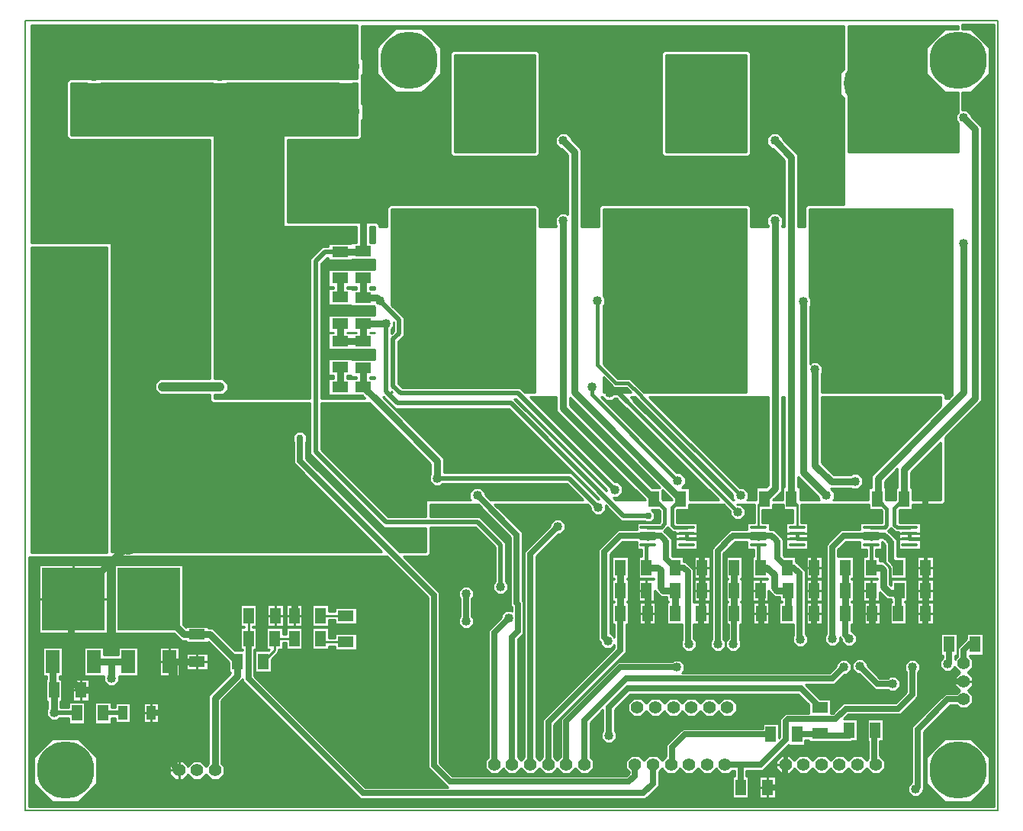
<source format=gbr>
G04 PROTEUS GERBER X2 FILE*
%TF.GenerationSoftware,Labcenter,Proteus,8.7-SP3-Build25561*%
%TF.CreationDate,2021-06-30T06:14:37+00:00*%
%TF.FileFunction,Copper,L2,Bot*%
%TF.FilePolarity,Positive*%
%TF.Part,Single*%
%TF.SameCoordinates,{77f9167f-24a0-473a-9e88-04ab24b8f88e}*%
%FSLAX45Y45*%
%MOMM*%
G01*
%TA.AperFunction,Conductor*%
%ADD17C,0.381000*%
%ADD10C,0.762000*%
%ADD16C,0.254000*%
%ADD14C,0.635000*%
%ADD15C,1.016000*%
%ADD13C,0.508000*%
%TA.AperFunction,WasherPad*%
%ADD18C,1.016000*%
%TA.AperFunction,ViaPad*%
%ADD19C,1.016000*%
%ADD70C,1.778000*%
%ADD71C,0.762000*%
%TA.AperFunction,ComponentPad*%
%ADD24C,5.080000*%
%TA.AperFunction,SMDPad,CuDef*%
%ADD32R,1.803400X1.143000*%
%TA.AperFunction,SMDPad,CuDef*%
%ADD25R,6.985000X6.985000*%
%ADD26R,1.524000X2.540000*%
%TA.AperFunction,SMDPad,CuDef*%
%ADD29R,1.143000X1.803400*%
%AMPPAD036*
4,1,36,
0.901700,-0.025400,
0.901700,0.025400,
0.898160,0.061750,
0.887980,0.095370,
0.871810,0.125600,
0.850300,0.151800,
0.824110,0.173310,
0.793870,0.189480,
0.760250,0.199660,
0.723900,0.203200,
-0.723900,0.203200,
-0.760250,0.199660,
-0.793870,0.189480,
-0.824110,0.173310,
-0.850300,0.151800,
-0.871810,0.125600,
-0.887980,0.095370,
-0.898160,0.061750,
-0.901700,0.025400,
-0.901700,-0.025400,
-0.898160,-0.061750,
-0.887980,-0.095370,
-0.871810,-0.125600,
-0.850300,-0.151800,
-0.824110,-0.173310,
-0.793870,-0.189480,
-0.760250,-0.199660,
-0.723900,-0.203200,
0.723900,-0.203200,
0.760250,-0.199660,
0.793870,-0.189480,
0.824110,-0.173310,
0.850300,-0.151800,
0.871810,-0.125600,
0.887980,-0.095370,
0.898160,-0.061750,
0.901700,-0.025400,
0*%
%TA.AperFunction,SMDPad,CuDef*%
%ADD42PPAD036*%
%TA.AperFunction,SMDPad,CuDef*%
%ADD43R,1.016000X1.524000*%
%TA.AperFunction,WasherPad*%
%ADD38C,1.397000*%
%TA.AperFunction,ComponentPad*%
%ADD39C,3.048000*%
%TA.AperFunction,OtherPad,Unknown*%
%ADD40C,6.350000*%
%TA.AperFunction,Profile*%
%ADD41C,0.203200*%
%TD.AperFunction*%
G36*
X+9271000Y+2255519D02*
X+9125810Y+2255519D01*
X+8920481Y+2050190D01*
X+8920481Y+1759810D01*
X+9125810Y+1554481D01*
X+9271000Y+1554481D01*
X+9271000Y+1325038D01*
X+9250681Y+1304719D01*
X+9250681Y+1235281D01*
X+9271000Y+1214962D01*
X+9271000Y+889000D01*
X+8051800Y+889000D01*
X+8051800Y+2286000D01*
X+9271000Y+2286000D01*
X+9271000Y+2255519D01*
G37*
%LPC*%
G36*
X+8166100Y+1614176D02*
X+8166100Y+1687824D01*
X+8218176Y+1739900D01*
X+8291824Y+1739900D01*
X+8343900Y+1687824D01*
X+8343900Y+1614176D01*
X+8291824Y+1562100D01*
X+8218176Y+1562100D01*
X+8166100Y+1614176D01*
G37*
G36*
X+8566150Y+1215135D02*
X+8566150Y+1241437D01*
X+8584749Y+1260036D01*
X+8611051Y+1260036D01*
X+8629650Y+1241437D01*
X+8629650Y+1215135D01*
X+8611051Y+1196536D01*
X+8584749Y+1196536D01*
X+8566150Y+1215135D01*
G37*
G36*
X+8769350Y+1215135D02*
X+8769350Y+1241437D01*
X+8787949Y+1260036D01*
X+8814251Y+1260036D01*
X+8832850Y+1241437D01*
X+8832850Y+1215135D01*
X+8814251Y+1196536D01*
X+8787949Y+1196536D01*
X+8769350Y+1215135D01*
G37*
G36*
X+8566150Y+1567087D02*
X+8566150Y+1593389D01*
X+8584749Y+1611988D01*
X+8611051Y+1611988D01*
X+8629650Y+1593389D01*
X+8629650Y+1567087D01*
X+8611051Y+1548488D01*
X+8584749Y+1548488D01*
X+8566150Y+1567087D01*
G37*
G36*
X+8604250Y+1891849D02*
X+8604250Y+1918151D01*
X+8622849Y+1936750D01*
X+8649151Y+1936750D01*
X+8667750Y+1918151D01*
X+8667750Y+1891849D01*
X+8649151Y+1873250D01*
X+8622849Y+1873250D01*
X+8604250Y+1891849D01*
G37*
G36*
X+8274050Y+1244394D02*
X+8274050Y+1270696D01*
X+8292649Y+1289295D01*
X+8318951Y+1289295D01*
X+8337550Y+1270696D01*
X+8337550Y+1244394D01*
X+8318951Y+1225795D01*
X+8292649Y+1225795D01*
X+8274050Y+1244394D01*
G37*
G36*
X+9036050Y+1244394D02*
X+9036050Y+1270696D01*
X+9054649Y+1289295D01*
X+9080951Y+1289295D01*
X+9099550Y+1270696D01*
X+9099550Y+1244394D01*
X+9080951Y+1225795D01*
X+9054649Y+1225795D01*
X+9036050Y+1244394D01*
G37*
G36*
X+8274050Y+2124274D02*
X+8274050Y+2150576D01*
X+8292649Y+2169175D01*
X+8318951Y+2169175D01*
X+8337550Y+2150576D01*
X+8337550Y+2124274D01*
X+8318951Y+2105675D01*
X+8292649Y+2105675D01*
X+8274050Y+2124274D01*
G37*
G36*
X+8528050Y+2124274D02*
X+8528050Y+2150576D01*
X+8546649Y+2169175D01*
X+8572951Y+2169175D01*
X+8591550Y+2150576D01*
X+8591550Y+2124274D01*
X+8572951Y+2105675D01*
X+8546649Y+2105675D01*
X+8528050Y+2124274D01*
G37*
G36*
X+8782050Y+2124274D02*
X+8782050Y+2150576D01*
X+8800649Y+2169175D01*
X+8826951Y+2169175D01*
X+8845550Y+2150576D01*
X+8845550Y+2124274D01*
X+8826951Y+2105675D01*
X+8800649Y+2105675D01*
X+8782050Y+2124274D01*
G37*
%LPD*%
G36*
X+8001000Y+1810090D02*
X+7962901Y+1771991D01*
X+7962901Y+1530009D01*
X+8001000Y+1491910D01*
X+8001000Y+304800D01*
X+7598958Y+304800D01*
X+7569200Y+275042D01*
X+7569200Y+63500D01*
X+7498806Y+63500D01*
X+7498806Y+863954D01*
X+7327899Y+1034861D01*
X+7327899Y+1052823D01*
X+7275823Y+1104899D01*
X+7202177Y+1104899D01*
X+7150101Y+1052823D01*
X+7150101Y+979177D01*
X+7202177Y+927101D01*
X+7220139Y+927101D01*
X+7346408Y+800832D01*
X+7346408Y+63500D01*
X+7315199Y+63500D01*
X+7315199Y+77477D01*
X+7327899Y+90177D01*
X+7327899Y+163823D01*
X+7275823Y+215899D01*
X+7202177Y+215899D01*
X+7150101Y+163823D01*
X+7150101Y+90177D01*
X+7162801Y+77477D01*
X+7162801Y+63500D01*
X+6972300Y+63500D01*
X+6972300Y+275042D01*
X+6942542Y+304800D01*
X+5312958Y+304800D01*
X+5283200Y+275042D01*
X+5283200Y+63500D01*
X+5092699Y+63500D01*
X+5092699Y+920561D01*
X+4978399Y+1034861D01*
X+4978399Y+1052823D01*
X+4926323Y+1104899D01*
X+4852677Y+1104899D01*
X+4800601Y+1052823D01*
X+4800601Y+979177D01*
X+4852677Y+927101D01*
X+4870639Y+927101D01*
X+4940301Y+857439D01*
X+4940301Y+201921D01*
X+4926323Y+215899D01*
X+4852677Y+215899D01*
X+4800601Y+163823D01*
X+4800601Y+90177D01*
X+4813301Y+77477D01*
X+4813301Y+63500D01*
X+4622800Y+63500D01*
X+4622800Y+275042D01*
X+4593042Y+304800D01*
X+2963458Y+304800D01*
X+2933700Y+275042D01*
X+2933700Y+63500D01*
X+2844800Y+63500D01*
X+2844800Y+84542D01*
X+2815042Y+114300D01*
X+1828800Y+114300D01*
X+1828800Y+1028700D01*
X+2624542Y+1028700D01*
X+2654300Y+1058458D01*
X+2654300Y+1245894D01*
X+2666999Y+1258593D01*
X+2666999Y+1416407D01*
X+2654300Y+1429106D01*
X+2654300Y+1745894D01*
X+2666999Y+1758593D01*
X+2666999Y+1916407D01*
X+2654300Y+1929106D01*
X+2654300Y+2286000D01*
X+8001000Y+2286000D01*
X+8001000Y+1810090D01*
G37*
%LPC*%
G36*
X+4622800Y+1989542D02*
X+4622800Y+867958D01*
X+4593042Y+838200D01*
X+3661958Y+838200D01*
X+3632200Y+867958D01*
X+3632200Y+1989542D01*
X+3661958Y+2019300D01*
X+4593042Y+2019300D01*
X+4622800Y+1989542D01*
G37*
G36*
X+6974836Y+1989682D02*
X+6974812Y+1968620D01*
X+6973544Y+867917D01*
X+6943793Y+838200D01*
X+6012727Y+838200D01*
X+5982969Y+867958D01*
X+5982969Y+1989538D01*
X+6012720Y+2019295D01*
X+6945066Y+2019481D01*
X+6974836Y+1989682D01*
G37*
G36*
X+2819401Y+1757706D02*
X+2819401Y+2052294D01*
X+3027706Y+2260599D01*
X+3322294Y+2260599D01*
X+3530599Y+2052294D01*
X+3530599Y+1757706D01*
X+3322294Y+1549401D01*
X+3027706Y+1549401D01*
X+2819401Y+1757706D01*
G37*
G36*
X+3194050Y+1161599D02*
X+3194050Y+1187901D01*
X+3212649Y+1206500D01*
X+3238951Y+1206500D01*
X+3257550Y+1187901D01*
X+3257550Y+1161599D01*
X+3238951Y+1143000D01*
X+3212649Y+1143000D01*
X+3194050Y+1161599D01*
G37*
G36*
X+3448050Y+1161599D02*
X+3448050Y+1187901D01*
X+3466649Y+1206500D01*
X+3492951Y+1206500D01*
X+3511550Y+1187901D01*
X+3511550Y+1161599D01*
X+3492951Y+1143000D01*
X+3466649Y+1143000D01*
X+3448050Y+1161599D01*
G37*
G36*
X+5226050Y+1161599D02*
X+5226050Y+1187901D01*
X+5244649Y+1206500D01*
X+5270951Y+1206500D01*
X+5289550Y+1187901D01*
X+5289550Y+1161599D01*
X+5270951Y+1143000D01*
X+5244649Y+1143000D01*
X+5226050Y+1161599D01*
G37*
G36*
X+5480050Y+1161599D02*
X+5480050Y+1187901D01*
X+5498649Y+1206500D01*
X+5524951Y+1206500D01*
X+5543550Y+1187901D01*
X+5543550Y+1161599D01*
X+5524951Y+1143000D01*
X+5498649Y+1143000D01*
X+5480050Y+1161599D01*
G37*
G36*
X+5734050Y+1161599D02*
X+5734050Y+1187901D01*
X+5752649Y+1206500D01*
X+5778951Y+1206500D01*
X+5797550Y+1187901D01*
X+5797550Y+1161599D01*
X+5778951Y+1143000D01*
X+5752649Y+1143000D01*
X+5734050Y+1161599D01*
G37*
G36*
X+7512050Y+1161599D02*
X+7512050Y+1187901D01*
X+7530649Y+1206500D01*
X+7556951Y+1206500D01*
X+7575550Y+1187901D01*
X+7575550Y+1161599D01*
X+7556951Y+1143000D01*
X+7530649Y+1143000D01*
X+7512050Y+1161599D01*
G37*
G36*
X+7766050Y+1161599D02*
X+7766050Y+1187901D01*
X+7784649Y+1206500D01*
X+7810951Y+1206500D01*
X+7829550Y+1187901D01*
X+7829550Y+1161599D01*
X+7810951Y+1143000D01*
X+7784649Y+1143000D01*
X+7766050Y+1161599D01*
G37*
G36*
X+3067050Y+1381569D02*
X+3067050Y+1407871D01*
X+3085649Y+1426470D01*
X+3111951Y+1426470D01*
X+3130550Y+1407871D01*
X+3130550Y+1381569D01*
X+3111951Y+1362970D01*
X+3085649Y+1362970D01*
X+3067050Y+1381569D01*
G37*
G36*
X+3321050Y+1381569D02*
X+3321050Y+1407871D01*
X+3339649Y+1426470D01*
X+3365951Y+1426470D01*
X+3384550Y+1407871D01*
X+3384550Y+1381569D01*
X+3365951Y+1362970D01*
X+3339649Y+1362970D01*
X+3321050Y+1381569D01*
G37*
G36*
X+4845050Y+1381569D02*
X+4845050Y+1407871D01*
X+4863649Y+1426470D01*
X+4889951Y+1426470D01*
X+4908550Y+1407871D01*
X+4908550Y+1381569D01*
X+4889951Y+1362970D01*
X+4863649Y+1362970D01*
X+4845050Y+1381569D01*
G37*
G36*
X+5099050Y+1381569D02*
X+5099050Y+1407871D01*
X+5117649Y+1426470D01*
X+5143951Y+1426470D01*
X+5162550Y+1407871D01*
X+5162550Y+1381569D01*
X+5143951Y+1362970D01*
X+5117649Y+1362970D01*
X+5099050Y+1381569D01*
G37*
G36*
X+5353050Y+1381569D02*
X+5353050Y+1407871D01*
X+5371649Y+1426470D01*
X+5397951Y+1426470D01*
X+5416550Y+1407871D01*
X+5416550Y+1381569D01*
X+5397951Y+1362970D01*
X+5371649Y+1362970D01*
X+5353050Y+1381569D01*
G37*
G36*
X+5607050Y+1381569D02*
X+5607050Y+1407871D01*
X+5625649Y+1426470D01*
X+5651951Y+1426470D01*
X+5670550Y+1407871D01*
X+5670550Y+1381569D01*
X+5651951Y+1362970D01*
X+5625649Y+1362970D01*
X+5607050Y+1381569D01*
G37*
G36*
X+7131050Y+1381569D02*
X+7131050Y+1407871D01*
X+7149649Y+1426470D01*
X+7175951Y+1426470D01*
X+7194550Y+1407871D01*
X+7194550Y+1381569D01*
X+7175951Y+1362970D01*
X+7149649Y+1362970D01*
X+7131050Y+1381569D01*
G37*
G36*
X+7385050Y+1381569D02*
X+7385050Y+1407871D01*
X+7403649Y+1426470D01*
X+7429951Y+1426470D01*
X+7448550Y+1407871D01*
X+7448550Y+1381569D01*
X+7429951Y+1362970D01*
X+7403649Y+1362970D01*
X+7385050Y+1381569D01*
G37*
G36*
X+7639050Y+1381569D02*
X+7639050Y+1407871D01*
X+7657649Y+1426470D01*
X+7683951Y+1426470D01*
X+7702550Y+1407871D01*
X+7702550Y+1381569D01*
X+7683951Y+1362970D01*
X+7657649Y+1362970D01*
X+7639050Y+1381569D01*
G37*
G36*
X+4718050Y+1601539D02*
X+4718050Y+1627841D01*
X+4736649Y+1646440D01*
X+4762951Y+1646440D01*
X+4781550Y+1627841D01*
X+4781550Y+1601539D01*
X+4762951Y+1582940D01*
X+4736649Y+1582940D01*
X+4718050Y+1601539D01*
G37*
G36*
X+4972050Y+1601539D02*
X+4972050Y+1627841D01*
X+4990649Y+1646440D01*
X+5016951Y+1646440D01*
X+5035550Y+1627841D01*
X+5035550Y+1601539D01*
X+5016951Y+1582940D01*
X+4990649Y+1582940D01*
X+4972050Y+1601539D01*
G37*
G36*
X+5226050Y+1601539D02*
X+5226050Y+1627841D01*
X+5244649Y+1646440D01*
X+5270951Y+1646440D01*
X+5289550Y+1627841D01*
X+5289550Y+1601539D01*
X+5270951Y+1582940D01*
X+5244649Y+1582940D01*
X+5226050Y+1601539D01*
G37*
G36*
X+5480050Y+1601539D02*
X+5480050Y+1627841D01*
X+5498649Y+1646440D01*
X+5524951Y+1646440D01*
X+5543550Y+1627841D01*
X+5543550Y+1601539D01*
X+5524951Y+1582940D01*
X+5498649Y+1582940D01*
X+5480050Y+1601539D01*
G37*
G36*
X+5734050Y+1601539D02*
X+5734050Y+1627841D01*
X+5752649Y+1646440D01*
X+5778951Y+1646440D01*
X+5797550Y+1627841D01*
X+5797550Y+1601539D01*
X+5778951Y+1582940D01*
X+5752649Y+1582940D01*
X+5734050Y+1601539D01*
G37*
G36*
X+7258050Y+1601539D02*
X+7258050Y+1627841D01*
X+7276649Y+1646440D01*
X+7302951Y+1646440D01*
X+7321550Y+1627841D01*
X+7321550Y+1601539D01*
X+7302951Y+1582940D01*
X+7276649Y+1582940D01*
X+7258050Y+1601539D01*
G37*
G36*
X+7512050Y+1601539D02*
X+7512050Y+1627841D01*
X+7530649Y+1646440D01*
X+7556951Y+1646440D01*
X+7575550Y+1627841D01*
X+7575550Y+1601539D01*
X+7556951Y+1582940D01*
X+7530649Y+1582940D01*
X+7512050Y+1601539D01*
G37*
G36*
X+7766050Y+1601539D02*
X+7766050Y+1627841D01*
X+7784649Y+1646440D01*
X+7810951Y+1646440D01*
X+7829550Y+1627841D01*
X+7829550Y+1601539D01*
X+7810951Y+1582940D01*
X+7784649Y+1582940D01*
X+7766050Y+1601539D01*
G37*
G36*
X+4845050Y+1821509D02*
X+4845050Y+1847811D01*
X+4863649Y+1866410D01*
X+4889951Y+1866410D01*
X+4908550Y+1847811D01*
X+4908550Y+1821509D01*
X+4889951Y+1802910D01*
X+4863649Y+1802910D01*
X+4845050Y+1821509D01*
G37*
G36*
X+5099050Y+1821509D02*
X+5099050Y+1847811D01*
X+5117649Y+1866410D01*
X+5143951Y+1866410D01*
X+5162550Y+1847811D01*
X+5162550Y+1821509D01*
X+5143951Y+1802910D01*
X+5117649Y+1802910D01*
X+5099050Y+1821509D01*
G37*
G36*
X+5353050Y+1821509D02*
X+5353050Y+1847811D01*
X+5371649Y+1866410D01*
X+5397951Y+1866410D01*
X+5416550Y+1847811D01*
X+5416550Y+1821509D01*
X+5397951Y+1802910D01*
X+5371649Y+1802910D01*
X+5353050Y+1821509D01*
G37*
G36*
X+5607050Y+1821509D02*
X+5607050Y+1847811D01*
X+5625649Y+1866410D01*
X+5651951Y+1866410D01*
X+5670550Y+1847811D01*
X+5670550Y+1821509D01*
X+5651951Y+1802910D01*
X+5625649Y+1802910D01*
X+5607050Y+1821509D01*
G37*
G36*
X+7131050Y+1821509D02*
X+7131050Y+1847811D01*
X+7149649Y+1866410D01*
X+7175951Y+1866410D01*
X+7194550Y+1847811D01*
X+7194550Y+1821509D01*
X+7175951Y+1802910D01*
X+7149649Y+1802910D01*
X+7131050Y+1821509D01*
G37*
G36*
X+7385050Y+1821509D02*
X+7385050Y+1847811D01*
X+7403649Y+1866410D01*
X+7429951Y+1866410D01*
X+7448550Y+1847811D01*
X+7448550Y+1821509D01*
X+7429951Y+1802910D01*
X+7403649Y+1802910D01*
X+7385050Y+1821509D01*
G37*
G36*
X+7639050Y+1821509D02*
X+7639050Y+1847811D01*
X+7657649Y+1866410D01*
X+7683951Y+1866410D01*
X+7702550Y+1847811D01*
X+7702550Y+1821509D01*
X+7683951Y+1802910D01*
X+7657649Y+1802910D01*
X+7639050Y+1821509D01*
G37*
G36*
X+4718050Y+2041479D02*
X+4718050Y+2067781D01*
X+4736649Y+2086380D01*
X+4762951Y+2086380D01*
X+4781550Y+2067781D01*
X+4781550Y+2041479D01*
X+4762951Y+2022880D01*
X+4736649Y+2022880D01*
X+4718050Y+2041479D01*
G37*
G36*
X+4972050Y+2041479D02*
X+4972050Y+2067781D01*
X+4990649Y+2086380D01*
X+5016951Y+2086380D01*
X+5035550Y+2067781D01*
X+5035550Y+2041479D01*
X+5016951Y+2022880D01*
X+4990649Y+2022880D01*
X+4972050Y+2041479D01*
G37*
G36*
X+5226050Y+2041479D02*
X+5226050Y+2067781D01*
X+5244649Y+2086380D01*
X+5270951Y+2086380D01*
X+5289550Y+2067781D01*
X+5289550Y+2041479D01*
X+5270951Y+2022880D01*
X+5244649Y+2022880D01*
X+5226050Y+2041479D01*
G37*
G36*
X+5480050Y+2041479D02*
X+5480050Y+2067781D01*
X+5498649Y+2086380D01*
X+5524951Y+2086380D01*
X+5543550Y+2067781D01*
X+5543550Y+2041479D01*
X+5524951Y+2022880D01*
X+5498649Y+2022880D01*
X+5480050Y+2041479D01*
G37*
G36*
X+5734050Y+2041479D02*
X+5734050Y+2067781D01*
X+5752649Y+2086380D01*
X+5778951Y+2086380D01*
X+5797550Y+2067781D01*
X+5797550Y+2041479D01*
X+5778951Y+2022880D01*
X+5752649Y+2022880D01*
X+5734050Y+2041479D01*
G37*
G36*
X+7258050Y+2041479D02*
X+7258050Y+2067781D01*
X+7276649Y+2086380D01*
X+7302951Y+2086380D01*
X+7321550Y+2067781D01*
X+7321550Y+2041479D01*
X+7302951Y+2022880D01*
X+7276649Y+2022880D01*
X+7258050Y+2041479D01*
G37*
G36*
X+7512050Y+2041479D02*
X+7512050Y+2067781D01*
X+7530649Y+2086380D01*
X+7556951Y+2086380D01*
X+7575550Y+2067781D01*
X+7575550Y+2041479D01*
X+7556951Y+2022880D01*
X+7530649Y+2022880D01*
X+7512050Y+2041479D01*
G37*
G36*
X+7766050Y+2041479D02*
X+7766050Y+2067781D01*
X+7784649Y+2086380D01*
X+7810951Y+2086380D01*
X+7829550Y+2067781D01*
X+7829550Y+2041479D01*
X+7810951Y+2022880D01*
X+7784649Y+2022880D01*
X+7766050Y+2041479D01*
G37*
G36*
X+4972050Y+1161599D02*
X+4972050Y+1187901D01*
X+4990649Y+1206500D01*
X+5016951Y+1206500D01*
X+5035550Y+1187901D01*
X+5035550Y+1161599D01*
X+5016951Y+1143000D01*
X+4990649Y+1143000D01*
X+4972050Y+1161599D01*
G37*
G36*
X+2813050Y+1381569D02*
X+2813050Y+1407871D01*
X+2831649Y+1426470D01*
X+2857951Y+1426470D01*
X+2876550Y+1407871D01*
X+2876550Y+1381569D01*
X+2857951Y+1362970D01*
X+2831649Y+1362970D01*
X+2813050Y+1381569D01*
G37*
G36*
X+2889250Y+1193349D02*
X+2889250Y+1219651D01*
X+2907849Y+1238250D01*
X+2934151Y+1238250D01*
X+2952750Y+1219651D01*
X+2952750Y+1193349D01*
X+2934151Y+1174750D01*
X+2907849Y+1174750D01*
X+2889250Y+1193349D01*
G37*
%LPD*%
G36*
X+4572000Y+889000D02*
X+3683000Y+889000D01*
X+3683000Y+1968500D01*
X+4572000Y+1968500D01*
X+4572000Y+889000D01*
G37*
%LPC*%
G36*
X+4229100Y+1677676D02*
X+4229100Y+1751324D01*
X+4281176Y+1803400D01*
X+4354824Y+1803400D01*
X+4406900Y+1751324D01*
X+4406900Y+1677676D01*
X+4354824Y+1625600D01*
X+4281176Y+1625600D01*
X+4229100Y+1677676D01*
G37*
G36*
X+3981450Y+1039159D02*
X+3981450Y+1065461D01*
X+4000049Y+1084060D01*
X+4026351Y+1084060D01*
X+4044950Y+1065461D01*
X+4044950Y+1039159D01*
X+4026351Y+1020560D01*
X+4000049Y+1020560D01*
X+3981450Y+1039159D01*
G37*
G36*
X+3879850Y+1215135D02*
X+3879850Y+1241437D01*
X+3898449Y+1260036D01*
X+3924751Y+1260036D01*
X+3943350Y+1241437D01*
X+3943350Y+1215135D01*
X+3924751Y+1196536D01*
X+3898449Y+1196536D01*
X+3879850Y+1215135D01*
G37*
G36*
X+4083050Y+1215135D02*
X+4083050Y+1241437D01*
X+4101649Y+1260036D01*
X+4127951Y+1260036D01*
X+4146550Y+1241437D01*
X+4146550Y+1215135D01*
X+4127951Y+1196536D01*
X+4101649Y+1196536D01*
X+4083050Y+1215135D01*
G37*
G36*
X+3778250Y+1391111D02*
X+3778250Y+1417413D01*
X+3796849Y+1436012D01*
X+3823151Y+1436012D01*
X+3841750Y+1417413D01*
X+3841750Y+1391111D01*
X+3823151Y+1372512D01*
X+3796849Y+1372512D01*
X+3778250Y+1391111D01*
G37*
G36*
X+3981450Y+1391111D02*
X+3981450Y+1417413D01*
X+4000049Y+1436012D01*
X+4026351Y+1436012D01*
X+4044950Y+1417413D01*
X+4044950Y+1391111D01*
X+4026351Y+1372512D01*
X+4000049Y+1372512D01*
X+3981450Y+1391111D01*
G37*
G36*
X+3879850Y+1567087D02*
X+3879850Y+1593389D01*
X+3898449Y+1611988D01*
X+3924751Y+1611988D01*
X+3943350Y+1593389D01*
X+3943350Y+1567087D01*
X+3924751Y+1548488D01*
X+3898449Y+1548488D01*
X+3879850Y+1567087D01*
G37*
G36*
X+3778250Y+1743063D02*
X+3778250Y+1769365D01*
X+3796849Y+1787964D01*
X+3823151Y+1787964D01*
X+3841750Y+1769365D01*
X+3841750Y+1743063D01*
X+3823151Y+1724464D01*
X+3796849Y+1724464D01*
X+3778250Y+1743063D01*
G37*
G36*
X+3905250Y+1891849D02*
X+3905250Y+1918151D01*
X+3923849Y+1936750D01*
X+3950151Y+1936750D01*
X+3968750Y+1918151D01*
X+3968750Y+1891849D01*
X+3950151Y+1873250D01*
X+3923849Y+1873250D01*
X+3905250Y+1891849D01*
G37*
%LPD*%
G36*
X+6922769Y+889000D02*
X+6033769Y+889000D01*
X+6033769Y+1968500D01*
X+6924013Y+1968678D01*
X+6922769Y+889000D01*
G37*
%LPC*%
G36*
X+6578600Y+1677676D02*
X+6578600Y+1751324D01*
X+6630676Y+1803400D01*
X+6704324Y+1803400D01*
X+6756400Y+1751324D01*
X+6756400Y+1677676D01*
X+6704324Y+1625600D01*
X+6630676Y+1625600D01*
X+6578600Y+1677676D01*
G37*
G36*
X+6332219Y+1039159D02*
X+6332219Y+1065461D01*
X+6350818Y+1084060D01*
X+6377120Y+1084060D01*
X+6395719Y+1065461D01*
X+6395719Y+1039159D01*
X+6377120Y+1020560D01*
X+6350818Y+1020560D01*
X+6332219Y+1039159D01*
G37*
G36*
X+6230619Y+1215135D02*
X+6230619Y+1241437D01*
X+6249218Y+1260036D01*
X+6275520Y+1260036D01*
X+6294119Y+1241437D01*
X+6294119Y+1215135D01*
X+6275520Y+1196536D01*
X+6249218Y+1196536D01*
X+6230619Y+1215135D01*
G37*
G36*
X+6433819Y+1215135D02*
X+6433819Y+1241437D01*
X+6452418Y+1260036D01*
X+6478720Y+1260036D01*
X+6497319Y+1241437D01*
X+6497319Y+1215135D01*
X+6478720Y+1196536D01*
X+6452418Y+1196536D01*
X+6433819Y+1215135D01*
G37*
G36*
X+6129019Y+1391111D02*
X+6129019Y+1417413D01*
X+6147618Y+1436012D01*
X+6173920Y+1436012D01*
X+6192519Y+1417413D01*
X+6192519Y+1391111D01*
X+6173920Y+1372512D01*
X+6147618Y+1372512D01*
X+6129019Y+1391111D01*
G37*
G36*
X+6332219Y+1391111D02*
X+6332219Y+1417413D01*
X+6350818Y+1436012D01*
X+6377120Y+1436012D01*
X+6395719Y+1417413D01*
X+6395719Y+1391111D01*
X+6377120Y+1372512D01*
X+6350818Y+1372512D01*
X+6332219Y+1391111D01*
G37*
G36*
X+6230619Y+1567087D02*
X+6230619Y+1593389D01*
X+6249218Y+1611988D01*
X+6275520Y+1611988D01*
X+6294119Y+1593389D01*
X+6294119Y+1567087D01*
X+6275520Y+1548488D01*
X+6249218Y+1548488D01*
X+6230619Y+1567087D01*
G37*
G36*
X+6129019Y+1743063D02*
X+6129019Y+1769365D01*
X+6147618Y+1787964D01*
X+6173920Y+1787964D01*
X+6192519Y+1769365D01*
X+6192519Y+1743063D01*
X+6173920Y+1724464D01*
X+6147618Y+1724464D01*
X+6129019Y+1743063D01*
G37*
G36*
X+6254750Y+1891849D02*
X+6254750Y+1918151D01*
X+6273349Y+1936750D01*
X+6299651Y+1936750D01*
X+6318250Y+1918151D01*
X+6318250Y+1891849D01*
X+6299651Y+1873250D01*
X+6273349Y+1873250D01*
X+6254750Y+1891849D01*
G37*
%LPD*%
G36*
X+9207500Y-1804424D02*
X+9170424Y-1841500D01*
X+9131300Y-1841500D01*
X+9131300Y-1807758D01*
X+9101542Y-1778000D01*
X+7754619Y-1778000D01*
X+7754619Y-1571419D01*
X+7767319Y-1558719D01*
X+7767319Y-1489281D01*
X+7718219Y-1440181D01*
X+7648781Y-1440181D01*
X+7627619Y-1461343D01*
X+7627619Y-818538D01*
X+7640319Y-805838D01*
X+7640319Y-736400D01*
X+7620000Y-716081D01*
X+7620000Y+254000D01*
X+9207500Y+254000D01*
X+9207500Y-1804424D01*
G37*
%LPC*%
G36*
X+7816850Y-1510805D02*
X+7816850Y-1484503D01*
X+7835449Y-1465904D01*
X+7861751Y-1465904D01*
X+7880350Y-1484503D01*
X+7880350Y-1510805D01*
X+7861751Y-1529404D01*
X+7835449Y-1529404D01*
X+7816850Y-1510805D01*
G37*
G36*
X+7715250Y-1334829D02*
X+7715250Y-1308527D01*
X+7733849Y-1289928D01*
X+7760151Y-1289928D01*
X+7778750Y-1308527D01*
X+7778750Y-1334829D01*
X+7760151Y-1353428D01*
X+7733849Y-1353428D01*
X+7715250Y-1334829D01*
G37*
G36*
X+7816850Y-1158853D02*
X+7816850Y-1132551D01*
X+7835449Y-1113952D01*
X+7861751Y-1113952D01*
X+7880350Y-1132551D01*
X+7880350Y-1158853D01*
X+7861751Y-1177452D01*
X+7835449Y-1177452D01*
X+7816850Y-1158853D01*
G37*
G36*
X+8020050Y-806901D02*
X+8020050Y-780599D01*
X+8038649Y-762000D01*
X+8064951Y-762000D01*
X+8083550Y-780599D01*
X+8083550Y-806901D01*
X+8064951Y-825500D01*
X+8038649Y-825500D01*
X+8020050Y-806901D01*
G37*
G36*
X+8223250Y-806901D02*
X+8223250Y-780599D01*
X+8241849Y-762000D01*
X+8268151Y-762000D01*
X+8286750Y-780599D01*
X+8286750Y-806901D01*
X+8268151Y-825500D01*
X+8241849Y-825500D01*
X+8223250Y-806901D01*
G37*
G36*
X+8629650Y-806901D02*
X+8629650Y-780599D01*
X+8648249Y-762000D01*
X+8674551Y-762000D01*
X+8693150Y-780599D01*
X+8693150Y-806901D01*
X+8674551Y-825500D01*
X+8648249Y-825500D01*
X+8629650Y-806901D01*
G37*
G36*
X+8731250Y-630925D02*
X+8731250Y-604623D01*
X+8749849Y-586024D01*
X+8776151Y-586024D01*
X+8794750Y-604623D01*
X+8794750Y-630925D01*
X+8776151Y-649524D01*
X+8749849Y-649524D01*
X+8731250Y-630925D01*
G37*
G36*
X+7918450Y-278973D02*
X+7918450Y-252671D01*
X+7937049Y-234072D01*
X+7963351Y-234072D01*
X+7981950Y-252671D01*
X+7981950Y-278973D01*
X+7963351Y-297572D01*
X+7937049Y-297572D01*
X+7918450Y-278973D01*
G37*
G36*
X+8121650Y-278973D02*
X+8121650Y-252671D01*
X+8140249Y-234072D01*
X+8166551Y-234072D01*
X+8185150Y-252671D01*
X+8185150Y-278973D01*
X+8166551Y-297572D01*
X+8140249Y-297572D01*
X+8121650Y-278973D01*
G37*
G36*
X+8324850Y-278973D02*
X+8324850Y-252671D01*
X+8343449Y-234072D01*
X+8369751Y-234072D01*
X+8388350Y-252671D01*
X+8388350Y-278973D01*
X+8369751Y-297572D01*
X+8343449Y-297572D01*
X+8324850Y-278973D01*
G37*
G36*
X+8528050Y-278973D02*
X+8528050Y-252671D01*
X+8546649Y-234072D01*
X+8572951Y-234072D01*
X+8591550Y-252671D01*
X+8591550Y-278973D01*
X+8572951Y-297572D01*
X+8546649Y-297572D01*
X+8528050Y-278973D01*
G37*
G36*
X+8731250Y-278973D02*
X+8731250Y-252671D01*
X+8749849Y-234072D01*
X+8776151Y-234072D01*
X+8794750Y-252671D01*
X+8794750Y-278973D01*
X+8776151Y-297572D01*
X+8749849Y-297572D01*
X+8731250Y-278973D01*
G37*
G36*
X+7816850Y-102997D02*
X+7816850Y-76695D01*
X+7835449Y-58096D01*
X+7861751Y-58096D01*
X+7880350Y-76695D01*
X+7880350Y-102997D01*
X+7861751Y-121596D01*
X+7835449Y-121596D01*
X+7816850Y-102997D01*
G37*
G36*
X+8020050Y-102997D02*
X+8020050Y-76695D01*
X+8038649Y-58096D01*
X+8064951Y-58096D01*
X+8083550Y-76695D01*
X+8083550Y-102997D01*
X+8064951Y-121596D01*
X+8038649Y-121596D01*
X+8020050Y-102997D01*
G37*
G36*
X+8223250Y-102997D02*
X+8223250Y-76695D01*
X+8241849Y-58096D01*
X+8268151Y-58096D01*
X+8286750Y-76695D01*
X+8286750Y-102997D01*
X+8268151Y-121596D01*
X+8241849Y-121596D01*
X+8223250Y-102997D01*
G37*
G36*
X+8426450Y-102997D02*
X+8426450Y-76695D01*
X+8445049Y-58096D01*
X+8471351Y-58096D01*
X+8489950Y-76695D01*
X+8489950Y-102997D01*
X+8471351Y-121596D01*
X+8445049Y-121596D01*
X+8426450Y-102997D01*
G37*
G36*
X+8629650Y-102997D02*
X+8629650Y-76695D01*
X+8648249Y-58096D01*
X+8674551Y-58096D01*
X+8693150Y-76695D01*
X+8693150Y-102997D01*
X+8674551Y-121596D01*
X+8648249Y-121596D01*
X+8629650Y-102997D01*
G37*
%LPD*%
G36*
X+3007002Y-994118D02*
X+3007002Y-1097898D01*
X+2984500Y-1120400D01*
X+2984500Y-1071038D01*
X+3004819Y-1050719D01*
X+3004819Y-991935D01*
X+3007002Y-994118D01*
G37*
G36*
X+4572000Y-1778000D02*
X+4464116Y-1778000D01*
X+4446190Y-1760073D01*
X+4411969Y-1725852D01*
X+3108259Y-1725852D01*
X+3061473Y-1679066D01*
X+3061473Y-1208659D01*
X+3123840Y-1146293D01*
X+3123840Y-945724D01*
X+2984500Y-806384D01*
X+2984500Y+254000D01*
X+4572000Y+254000D01*
X+4572000Y-1778000D01*
G37*
%LPC*%
G36*
X+3181350Y-1510805D02*
X+3181350Y-1484503D01*
X+3199949Y-1465904D01*
X+3226251Y-1465904D01*
X+3244850Y-1484503D01*
X+3244850Y-1510805D01*
X+3226251Y-1529404D01*
X+3199949Y-1529404D01*
X+3181350Y-1510805D01*
G37*
G36*
X+3079750Y-1334829D02*
X+3079750Y-1308527D01*
X+3098349Y-1289928D01*
X+3124651Y-1289928D01*
X+3143250Y-1308527D01*
X+3143250Y-1334829D01*
X+3124651Y-1353428D01*
X+3098349Y-1353428D01*
X+3079750Y-1334829D01*
G37*
G36*
X+3181350Y-1158853D02*
X+3181350Y-1132551D01*
X+3199949Y-1113952D01*
X+3226251Y-1113952D01*
X+3244850Y-1132551D01*
X+3244850Y-1158853D01*
X+3226251Y-1177452D01*
X+3199949Y-1177452D01*
X+3181350Y-1158853D01*
G37*
G36*
X+4095750Y-630925D02*
X+4095750Y-604623D01*
X+4114349Y-586024D01*
X+4140651Y-586024D01*
X+4159250Y-604623D01*
X+4159250Y-630925D01*
X+4140651Y-649524D01*
X+4114349Y-649524D01*
X+4095750Y-630925D01*
G37*
G36*
X+4298950Y-630925D02*
X+4298950Y-604623D01*
X+4317549Y-586024D01*
X+4343851Y-586024D01*
X+4362450Y-604623D01*
X+4362450Y-630925D01*
X+4343851Y-649524D01*
X+4317549Y-649524D01*
X+4298950Y-630925D01*
G37*
G36*
X+3282950Y-278973D02*
X+3282950Y-252671D01*
X+3301549Y-234072D01*
X+3327851Y-234072D01*
X+3346450Y-252671D01*
X+3346450Y-278973D01*
X+3327851Y-297572D01*
X+3301549Y-297572D01*
X+3282950Y-278973D01*
G37*
G36*
X+3486150Y-278973D02*
X+3486150Y-252671D01*
X+3504749Y-234072D01*
X+3531051Y-234072D01*
X+3549650Y-252671D01*
X+3549650Y-278973D01*
X+3531051Y-297572D01*
X+3504749Y-297572D01*
X+3486150Y-278973D01*
G37*
G36*
X+3689350Y-278973D02*
X+3689350Y-252671D01*
X+3707949Y-234072D01*
X+3734251Y-234072D01*
X+3752850Y-252671D01*
X+3752850Y-278973D01*
X+3734251Y-297572D01*
X+3707949Y-297572D01*
X+3689350Y-278973D01*
G37*
G36*
X+3892550Y-278973D02*
X+3892550Y-252671D01*
X+3911149Y-234072D01*
X+3937451Y-234072D01*
X+3956050Y-252671D01*
X+3956050Y-278973D01*
X+3937451Y-297572D01*
X+3911149Y-297572D01*
X+3892550Y-278973D01*
G37*
G36*
X+4095750Y-278973D02*
X+4095750Y-252671D01*
X+4114349Y-234072D01*
X+4140651Y-234072D01*
X+4159250Y-252671D01*
X+4159250Y-278973D01*
X+4140651Y-297572D01*
X+4114349Y-297572D01*
X+4095750Y-278973D01*
G37*
G36*
X+3181350Y-102997D02*
X+3181350Y-76695D01*
X+3199949Y-58096D01*
X+3226251Y-58096D01*
X+3244850Y-76695D01*
X+3244850Y-102997D01*
X+3226251Y-121596D01*
X+3199949Y-121596D01*
X+3181350Y-102997D01*
G37*
G36*
X+3384550Y-102997D02*
X+3384550Y-76695D01*
X+3403149Y-58096D01*
X+3429451Y-58096D01*
X+3448050Y-76695D01*
X+3448050Y-102997D01*
X+3429451Y-121596D01*
X+3403149Y-121596D01*
X+3384550Y-102997D01*
G37*
G36*
X+3587750Y-102997D02*
X+3587750Y-76695D01*
X+3606349Y-58096D01*
X+3632651Y-58096D01*
X+3651250Y-76695D01*
X+3651250Y-102997D01*
X+3632651Y-121596D01*
X+3606349Y-121596D01*
X+3587750Y-102997D01*
G37*
G36*
X+3790950Y-102997D02*
X+3790950Y-76695D01*
X+3809549Y-58096D01*
X+3835851Y-58096D01*
X+3854450Y-76695D01*
X+3854450Y-102997D01*
X+3835851Y-121596D01*
X+3809549Y-121596D01*
X+3790950Y-102997D01*
G37*
G36*
X+3994150Y-102997D02*
X+3994150Y-76695D01*
X+4012749Y-58096D01*
X+4039051Y-58096D01*
X+4057650Y-76695D01*
X+4057650Y-102997D01*
X+4039051Y-121596D01*
X+4012749Y-121596D01*
X+3994150Y-102997D01*
G37*
G36*
X+4400550Y-102997D02*
X+4400550Y-76695D01*
X+4419149Y-58096D01*
X+4445451Y-58096D01*
X+4464050Y-76695D01*
X+4464050Y-102997D01*
X+4445451Y-121596D01*
X+4419149Y-121596D01*
X+4400550Y-102997D01*
G37*
G36*
X+3079750Y-1686781D02*
X+3079750Y-1660479D01*
X+3098349Y-1641880D01*
X+3124651Y-1641880D01*
X+3143250Y-1660479D01*
X+3143250Y-1686781D01*
X+3124651Y-1705380D01*
X+3098349Y-1705380D01*
X+3079750Y-1686781D01*
G37*
G36*
X+4095750Y-806901D02*
X+4095750Y-780599D01*
X+4114349Y-762000D01*
X+4140651Y-762000D01*
X+4159250Y-780599D01*
X+4159250Y-806901D01*
X+4140651Y-825500D01*
X+4114349Y-825500D01*
X+4095750Y-806901D01*
G37*
G36*
X+4349750Y-806901D02*
X+4349750Y-780599D01*
X+4368349Y-762000D01*
X+4394651Y-762000D01*
X+4413250Y-780599D01*
X+4413250Y-806901D01*
X+4394651Y-825500D01*
X+4368349Y-825500D01*
X+4349750Y-806901D01*
G37*
%LPD*%
G36*
X+2995175Y-1778000D02*
X+2984500Y-1778000D01*
X+2984500Y-1767325D01*
X+2995175Y-1778000D01*
G37*
G36*
X+6921500Y-1778000D02*
X+5788636Y-1778000D01*
X+5630820Y-1620184D01*
X+5493804Y-1620184D01*
X+5334000Y-1460380D01*
X+5334000Y-817038D01*
X+5354319Y-796719D01*
X+5354319Y-727281D01*
X+5334000Y-706962D01*
X+5334000Y+254000D01*
X+6921500Y+254000D01*
X+6921500Y-1778000D01*
G37*
%LPC*%
G36*
X+5530850Y-1510805D02*
X+5530850Y-1484503D01*
X+5549449Y-1465904D01*
X+5575751Y-1465904D01*
X+5594350Y-1484503D01*
X+5594350Y-1510805D01*
X+5575751Y-1529404D01*
X+5549449Y-1529404D01*
X+5530850Y-1510805D01*
G37*
G36*
X+5429250Y-1334829D02*
X+5429250Y-1308527D01*
X+5447849Y-1289928D01*
X+5474151Y-1289928D01*
X+5492750Y-1308527D01*
X+5492750Y-1334829D01*
X+5474151Y-1353428D01*
X+5447849Y-1353428D01*
X+5429250Y-1334829D01*
G37*
G36*
X+5530850Y-1158853D02*
X+5530850Y-1132551D01*
X+5549449Y-1113952D01*
X+5575751Y-1113952D01*
X+5594350Y-1132551D01*
X+5594350Y-1158853D01*
X+5575751Y-1177452D01*
X+5549449Y-1177452D01*
X+5530850Y-1158853D01*
G37*
G36*
X+5530850Y-806901D02*
X+5530850Y-780599D01*
X+5549449Y-762000D01*
X+5575751Y-762000D01*
X+5594350Y-780599D01*
X+5594350Y-806901D01*
X+5575751Y-825500D01*
X+5549449Y-825500D01*
X+5530850Y-806901D01*
G37*
G36*
X+5734050Y-806901D02*
X+5734050Y-780599D01*
X+5752649Y-762000D01*
X+5778951Y-762000D01*
X+5797550Y-780599D01*
X+5797550Y-806901D01*
X+5778951Y-825500D01*
X+5752649Y-825500D01*
X+5734050Y-806901D01*
G37*
G36*
X+5937250Y-806901D02*
X+5937250Y-780599D01*
X+5955849Y-762000D01*
X+5982151Y-762000D01*
X+6000750Y-780599D01*
X+6000750Y-806901D01*
X+5982151Y-825500D01*
X+5955849Y-825500D01*
X+5937250Y-806901D01*
G37*
G36*
X+6343650Y-806901D02*
X+6343650Y-780599D01*
X+6362249Y-762000D01*
X+6388551Y-762000D01*
X+6407150Y-780599D01*
X+6407150Y-806901D01*
X+6388551Y-825500D01*
X+6362249Y-825500D01*
X+6343650Y-806901D01*
G37*
G36*
X+6546850Y-806901D02*
X+6546850Y-780599D01*
X+6565449Y-762000D01*
X+6591751Y-762000D01*
X+6610350Y-780599D01*
X+6610350Y-806901D01*
X+6591751Y-825500D01*
X+6565449Y-825500D01*
X+6546850Y-806901D01*
G37*
G36*
X+6750050Y-806901D02*
X+6750050Y-780599D01*
X+6768649Y-762000D01*
X+6794951Y-762000D01*
X+6813550Y-780599D01*
X+6813550Y-806901D01*
X+6794951Y-825500D01*
X+6768649Y-825500D01*
X+6750050Y-806901D01*
G37*
G36*
X+6445250Y-630925D02*
X+6445250Y-604623D01*
X+6463849Y-586024D01*
X+6490151Y-586024D01*
X+6508750Y-604623D01*
X+6508750Y-630925D01*
X+6490151Y-649524D01*
X+6463849Y-649524D01*
X+6445250Y-630925D01*
G37*
G36*
X+6648450Y-630925D02*
X+6648450Y-604623D01*
X+6667049Y-586024D01*
X+6693351Y-586024D01*
X+6711950Y-604623D01*
X+6711950Y-630925D01*
X+6693351Y-649524D01*
X+6667049Y-649524D01*
X+6648450Y-630925D01*
G37*
G36*
X+6750050Y-454949D02*
X+6750050Y-428647D01*
X+6768649Y-410048D01*
X+6794951Y-410048D01*
X+6813550Y-428647D01*
X+6813550Y-454949D01*
X+6794951Y-473548D01*
X+6768649Y-473548D01*
X+6750050Y-454949D01*
G37*
G36*
X+5632450Y-278973D02*
X+5632450Y-252671D01*
X+5651049Y-234072D01*
X+5677351Y-234072D01*
X+5695950Y-252671D01*
X+5695950Y-278973D01*
X+5677351Y-297572D01*
X+5651049Y-297572D01*
X+5632450Y-278973D01*
G37*
G36*
X+5835650Y-278973D02*
X+5835650Y-252671D01*
X+5854249Y-234072D01*
X+5880551Y-234072D01*
X+5899150Y-252671D01*
X+5899150Y-278973D01*
X+5880551Y-297572D01*
X+5854249Y-297572D01*
X+5835650Y-278973D01*
G37*
G36*
X+6038850Y-278973D02*
X+6038850Y-252671D01*
X+6057449Y-234072D01*
X+6083751Y-234072D01*
X+6102350Y-252671D01*
X+6102350Y-278973D01*
X+6083751Y-297572D01*
X+6057449Y-297572D01*
X+6038850Y-278973D01*
G37*
G36*
X+6242050Y-278973D02*
X+6242050Y-252671D01*
X+6260649Y-234072D01*
X+6286951Y-234072D01*
X+6305550Y-252671D01*
X+6305550Y-278973D01*
X+6286951Y-297572D01*
X+6260649Y-297572D01*
X+6242050Y-278973D01*
G37*
G36*
X+6445250Y-278973D02*
X+6445250Y-252671D01*
X+6463849Y-234072D01*
X+6490151Y-234072D01*
X+6508750Y-252671D01*
X+6508750Y-278973D01*
X+6490151Y-297572D01*
X+6463849Y-297572D01*
X+6445250Y-278973D01*
G37*
G36*
X+5530850Y-102997D02*
X+5530850Y-76695D01*
X+5549449Y-58096D01*
X+5575751Y-58096D01*
X+5594350Y-76695D01*
X+5594350Y-102997D01*
X+5575751Y-121596D01*
X+5549449Y-121596D01*
X+5530850Y-102997D01*
G37*
G36*
X+5734050Y-102997D02*
X+5734050Y-76695D01*
X+5752649Y-58096D01*
X+5778951Y-58096D01*
X+5797550Y-76695D01*
X+5797550Y-102997D01*
X+5778951Y-121596D01*
X+5752649Y-121596D01*
X+5734050Y-102997D01*
G37*
G36*
X+5937250Y-102997D02*
X+5937250Y-76695D01*
X+5955849Y-58096D01*
X+5982151Y-58096D01*
X+6000750Y-76695D01*
X+6000750Y-102997D01*
X+5982151Y-121596D01*
X+5955849Y-121596D01*
X+5937250Y-102997D01*
G37*
G36*
X+6140450Y-102997D02*
X+6140450Y-76695D01*
X+6159049Y-58096D01*
X+6185351Y-58096D01*
X+6203950Y-76695D01*
X+6203950Y-102997D01*
X+6185351Y-121596D01*
X+6159049Y-121596D01*
X+6140450Y-102997D01*
G37*
G36*
X+6343650Y-102997D02*
X+6343650Y-76695D01*
X+6362249Y-58096D01*
X+6388551Y-58096D01*
X+6407150Y-76695D01*
X+6407150Y-102997D01*
X+6388551Y-121596D01*
X+6362249Y-121596D01*
X+6343650Y-102997D01*
G37*
G36*
X+6750050Y-102997D02*
X+6750050Y-76695D01*
X+6768649Y-58096D01*
X+6794951Y-58096D01*
X+6813550Y-76695D01*
X+6813550Y-102997D01*
X+6794951Y-121596D01*
X+6768649Y-121596D01*
X+6750050Y-102997D01*
G37*
%LPD*%
G36*
X+5435419Y-1709071D02*
X+5450670Y-1724322D01*
X+5587686Y-1724322D01*
X+5641364Y-1778000D01*
X+5432764Y-1778000D01*
X+5432764Y-1769902D01*
X+5414165Y-1751303D01*
X+5387863Y-1751303D01*
X+5369264Y-1769902D01*
X+5369264Y-1778000D01*
X+5334000Y-1778000D01*
X+5334000Y-1607652D01*
X+5435419Y-1709071D01*
G37*
G36*
X-177800Y-3556000D02*
X-1016000Y-3556000D01*
X-1016000Y-165100D01*
X-177800Y-165100D01*
X-177800Y-3556000D01*
G37*
%LPC*%
G36*
X-608324Y-1244600D02*
X-534676Y-1244600D01*
X-482600Y-1296676D01*
X-482600Y-1370324D01*
X-534676Y-1422400D01*
X-608324Y-1422400D01*
X-660400Y-1370324D01*
X-660400Y-1296676D01*
X-608324Y-1244600D01*
G37*
G36*
X-641312Y-711341D02*
X-678136Y-647559D01*
X-659075Y-576422D01*
X-595293Y-539598D01*
X-524156Y-558659D01*
X-487332Y-622441D01*
X-506393Y-693578D01*
X-570175Y-730402D01*
X-641312Y-711341D01*
G37*
G36*
X-793750Y-2759931D02*
X-793750Y-2733629D01*
X-775151Y-2715030D01*
X-748849Y-2715030D01*
X-730250Y-2733629D01*
X-730250Y-2759931D01*
X-748849Y-2778530D01*
X-775151Y-2778530D01*
X-793750Y-2759931D01*
G37*
G36*
X-920750Y-2539961D02*
X-920750Y-2513659D01*
X-902151Y-2495060D01*
X-875849Y-2495060D01*
X-857250Y-2513659D01*
X-857250Y-2539961D01*
X-875849Y-2558560D01*
X-902151Y-2558560D01*
X-920750Y-2539961D01*
G37*
G36*
X-412750Y-2539961D02*
X-412750Y-2513659D01*
X-394151Y-2495060D01*
X-367849Y-2495060D01*
X-349250Y-2513659D01*
X-349250Y-2539961D01*
X-367849Y-2558560D01*
X-394151Y-2558560D01*
X-412750Y-2539961D01*
G37*
G36*
X-793750Y-2319991D02*
X-793750Y-2293689D01*
X-775151Y-2275090D01*
X-748849Y-2275090D01*
X-730250Y-2293689D01*
X-730250Y-2319991D01*
X-748849Y-2338590D01*
X-775151Y-2338590D01*
X-793750Y-2319991D01*
G37*
G36*
X-920750Y-2100021D02*
X-920750Y-2073719D01*
X-902151Y-2055120D01*
X-875849Y-2055120D01*
X-857250Y-2073719D01*
X-857250Y-2100021D01*
X-875849Y-2118620D01*
X-902151Y-2118620D01*
X-920750Y-2100021D01*
G37*
G36*
X-412750Y-2100021D02*
X-412750Y-2073719D01*
X-394151Y-2055120D01*
X-367849Y-2055120D01*
X-349250Y-2073719D01*
X-349250Y-2100021D01*
X-367849Y-2118620D01*
X-394151Y-2118620D01*
X-412750Y-2100021D01*
G37*
G36*
X-793750Y-1880051D02*
X-793750Y-1853749D01*
X-775151Y-1835150D01*
X-748849Y-1835150D01*
X-730250Y-1853749D01*
X-730250Y-1880051D01*
X-748849Y-1898650D01*
X-775151Y-1898650D01*
X-793750Y-1880051D01*
G37*
G36*
X-920750Y-1660081D02*
X-920750Y-1633779D01*
X-902151Y-1615180D01*
X-875849Y-1615180D01*
X-857250Y-1633779D01*
X-857250Y-1660081D01*
X-875849Y-1678680D01*
X-902151Y-1678680D01*
X-920750Y-1660081D01*
G37*
G36*
X-920750Y-1220141D02*
X-920750Y-1193839D01*
X-902151Y-1175240D01*
X-875849Y-1175240D01*
X-857250Y-1193839D01*
X-857250Y-1220141D01*
X-875849Y-1238740D01*
X-902151Y-1238740D01*
X-920750Y-1220141D01*
G37*
G36*
X-793750Y-1000171D02*
X-793750Y-973869D01*
X-775151Y-955270D01*
X-748849Y-955270D01*
X-730250Y-973869D01*
X-730250Y-1000171D01*
X-748849Y-1018770D01*
X-775151Y-1018770D01*
X-793750Y-1000171D01*
G37*
G36*
X-920750Y-780201D02*
X-920750Y-753899D01*
X-902151Y-735300D01*
X-875849Y-735300D01*
X-857250Y-753899D01*
X-857250Y-780201D01*
X-875849Y-798800D01*
X-902151Y-798800D01*
X-920750Y-780201D01*
G37*
G36*
X-412750Y-340261D02*
X-412750Y-313959D01*
X-394151Y-295360D01*
X-367849Y-295360D01*
X-349250Y-313959D01*
X-349250Y-340261D01*
X-367849Y-358860D01*
X-394151Y-358860D01*
X-412750Y-340261D01*
G37*
%LPD*%
G36*
X+9080500Y-1924240D02*
X+8305801Y-2698939D01*
X+8305801Y-2830264D01*
X+8277120Y-2830264D01*
X+8277120Y-2971800D01*
X+7885422Y-2971800D01*
X+7899399Y-2957823D01*
X+7899399Y-2884177D01*
X+7856858Y-2841636D01*
X+8080601Y-2841636D01*
X+8093301Y-2854336D01*
X+8166947Y-2854336D01*
X+8219023Y-2802260D01*
X+8219023Y-2728614D01*
X+8166947Y-2676538D01*
X+8093301Y-2676538D01*
X+8080601Y-2689238D01*
X+7896464Y-2689238D01*
X+7759699Y-2552473D01*
X+7759699Y-1828800D01*
X+9080500Y-1828800D01*
X+9080500Y-1924240D01*
G37*
G36*
X+2919131Y-1852690D02*
X+3026577Y-1960136D01*
X+4283336Y-1960136D01*
X+5286701Y-2963501D01*
X+5275801Y-2963501D01*
X+4979301Y-2667001D01*
X+3568699Y-2667001D01*
X+3568699Y-2504986D01*
X+2892513Y-1828800D01*
X+2895241Y-1828800D01*
X+2919131Y-1852690D01*
G37*
%LPC*%
G36*
X+4413250Y-2511546D02*
X+4413250Y-2485244D01*
X+4431849Y-2466645D01*
X+4458151Y-2466645D01*
X+4476750Y-2485244D01*
X+4476750Y-2511546D01*
X+4458151Y-2530145D01*
X+4431849Y-2530145D01*
X+4413250Y-2511546D01*
G37*
%LPD*%
G36*
X+9080500Y-2971800D02*
X+8767618Y-2971800D01*
X+8767618Y-2830264D01*
X+8748568Y-2830264D01*
X+8748568Y-2662192D01*
X+9080500Y-2330260D01*
X+9080500Y-2971800D01*
G37*
%LPC*%
G36*
X+8985250Y-2743651D02*
X+8985250Y-2717349D01*
X+9003849Y-2698750D01*
X+9030151Y-2698750D01*
X+9048750Y-2717349D01*
X+9048750Y-2743651D01*
X+9030151Y-2762250D01*
X+9003849Y-2762250D01*
X+8985250Y-2743651D01*
G37*
%LPD*%
G36*
X+7721601Y-2939861D02*
X+7721601Y-2957823D01*
X+7735578Y-2971800D01*
X+7517856Y-2971800D01*
X+7517856Y-2828764D01*
X+7498806Y-2828764D01*
X+7498806Y-2717066D01*
X+7721601Y-2939861D01*
G37*
G36*
X+7346408Y-2828764D02*
X+7327358Y-2828764D01*
X+7327358Y-2971800D01*
X+7217856Y-2971800D01*
X+7217856Y-2969544D01*
X+7315199Y-2872201D01*
X+7315199Y-1828800D01*
X+7346408Y-1828800D01*
X+7346408Y-2828764D01*
G37*
G36*
X+7162801Y-2809079D02*
X+7143116Y-2828764D01*
X+7027358Y-2828764D01*
X+7027358Y-2971800D01*
X+6932922Y-2971800D01*
X+6946899Y-2957823D01*
X+6946899Y-2884177D01*
X+6894823Y-2832101D01*
X+6849921Y-2832101D01*
X+5846620Y-1828800D01*
X+7162801Y-1828800D01*
X+7162801Y-2809079D01*
G37*
%LPC*%
G36*
X+6953250Y-2511546D02*
X+6953250Y-2485244D01*
X+6971849Y-2466645D01*
X+6998151Y-2466645D01*
X+7016750Y-2485244D01*
X+7016750Y-2511546D01*
X+6998151Y-2530145D01*
X+6971849Y-2530145D01*
X+6953250Y-2511546D01*
G37*
G36*
X+6826250Y-2291576D02*
X+6826250Y-2265274D01*
X+6844849Y-2246675D01*
X+6871151Y-2246675D01*
X+6889750Y-2265274D01*
X+6889750Y-2291576D01*
X+6871151Y-2310175D01*
X+6844849Y-2310175D01*
X+6826250Y-2291576D01*
G37*
%LPD*%
G36*
X+5692135Y-1835955D02*
X+6769101Y-2912921D01*
X+6769101Y-2957823D01*
X+6783078Y-2971800D01*
X+6775418Y-2971800D01*
X+5671397Y-1867779D01*
X+5671397Y-1858799D01*
X+5641398Y-1828800D01*
X+5684980Y-1828800D01*
X+5692135Y-1835955D01*
G37*
G36*
X+5364191Y-1871952D02*
X+5437837Y-1871952D01*
X+5463237Y-1846552D01*
X+5479550Y-1846552D01*
X+5581597Y-1948599D01*
X+5590577Y-1948599D01*
X+6613778Y-2971800D01*
X+6290749Y-2971800D01*
X+6290749Y-2829133D01*
X+6212408Y-2829133D01*
X+6248399Y-2793142D01*
X+6248399Y-2719496D01*
X+6196323Y-2667420D01*
X+6151421Y-2667420D01*
X+5312801Y-1828800D01*
X+5321039Y-1828800D01*
X+5364191Y-1871952D01*
G37*
G36*
X+4813301Y-1951402D02*
X+4813301Y-1982963D01*
X+5800251Y-2969913D01*
X+5800251Y-2971800D01*
X+5474600Y-2971800D01*
X+5449199Y-2946399D01*
X+5497823Y-2946399D01*
X+5549899Y-2894323D01*
X+5549899Y-2820677D01*
X+5497823Y-2768601D01*
X+5461901Y-2768601D01*
X+4522100Y-1828800D01*
X+4813301Y-1828800D01*
X+4813301Y-1951402D01*
G37*
G36*
X+2790110Y-1941917D02*
X+3416301Y-2568108D01*
X+3416301Y-2680977D01*
X+3403601Y-2693677D01*
X+3403601Y-2767323D01*
X+3455677Y-2819399D01*
X+3529323Y-2819399D01*
X+3554723Y-2793999D01*
X+4926699Y-2793999D01*
X+5104500Y-2971800D01*
X+4086580Y-2971800D01*
X+4025899Y-2911119D01*
X+4025899Y-2884177D01*
X+3973823Y-2832101D01*
X+3900177Y-2832101D01*
X+3848101Y-2884177D01*
X+3848101Y-2957823D01*
X+3862078Y-2971800D01*
X+3365500Y-2971800D01*
X+3365500Y-3153169D01*
X+2948028Y-3153169D01*
X+2205463Y-2410604D01*
X+2205463Y-1892300D01*
X+2740493Y-1892300D01*
X+2790110Y-1941917D01*
G37*
%LPC*%
G36*
X+2407739Y-2001800D02*
X+2418261Y-2001800D01*
X+2425700Y-2009239D01*
X+2425700Y-2019761D01*
X+2418261Y-2027200D01*
X+2407739Y-2027200D01*
X+2400300Y-2019761D01*
X+2400300Y-2009239D01*
X+2407739Y-2001800D01*
G37*
G36*
X+2661739Y-1991800D02*
X+2672261Y-1991800D01*
X+2679700Y-1999239D01*
X+2679700Y-2009761D01*
X+2672261Y-2017200D01*
X+2661739Y-2017200D01*
X+2654300Y-2009761D01*
X+2654300Y-1999239D01*
X+2661739Y-1991800D01*
G37*
G36*
X+2635250Y-2172151D02*
X+2635250Y-2145849D01*
X+2653849Y-2127250D01*
X+2680151Y-2127250D01*
X+2698750Y-2145849D01*
X+2698750Y-2172151D01*
X+2680151Y-2190750D01*
X+2653849Y-2190750D01*
X+2635250Y-2172151D01*
G37*
G36*
X+2889250Y-2511546D02*
X+2889250Y-2485244D01*
X+2907849Y-2466645D01*
X+2934151Y-2466645D01*
X+2952750Y-2485244D01*
X+2952750Y-2511546D01*
X+2934151Y-2530145D01*
X+2907849Y-2530145D01*
X+2889250Y-2511546D01*
G37*
G36*
X+2508250Y-2291576D02*
X+2508250Y-2265274D01*
X+2526849Y-2246675D01*
X+2553151Y-2246675D01*
X+2571750Y-2265274D01*
X+2571750Y-2291576D01*
X+2553151Y-2310175D01*
X+2526849Y-2310175D01*
X+2508250Y-2291576D01*
G37*
G36*
X+2762250Y-2291576D02*
X+2762250Y-2265274D01*
X+2780849Y-2246675D01*
X+2807151Y-2246675D01*
X+2825750Y-2265274D01*
X+2825750Y-2291576D01*
X+2807151Y-2310175D01*
X+2780849Y-2310175D01*
X+2762250Y-2291576D01*
G37*
%LPD*%
G36*
X+2603500Y+1701800D02*
X-592542Y+1701800D01*
X-622300Y+1672042D01*
X-622300Y+1058458D01*
X-592542Y+1028700D01*
X+965200Y+1028700D01*
X+965200Y-1625601D01*
X+407677Y-1625601D01*
X+355601Y-1677677D01*
X+355601Y-1751323D01*
X+407677Y-1803399D01*
X+965200Y-1803399D01*
X+965200Y-1862542D01*
X+994958Y-1892300D01*
X+2078467Y-1892300D01*
X+2078467Y-2463208D01*
X+2895426Y-3280167D01*
X+3365500Y-3280167D01*
X+3365500Y-3543300D01*
X+3072935Y-3543300D01*
X+2038349Y-2508714D01*
X+2038349Y-2323913D01*
X+2044699Y-2317563D01*
X+2044699Y-2254437D01*
X+2000063Y-2209801D01*
X+1936937Y-2209801D01*
X+1892301Y-2254437D01*
X+1892301Y-2317563D01*
X+1898651Y-2323913D01*
X+1898651Y-2566576D01*
X+2875375Y-3543300D01*
X-127000Y-3543300D01*
X-127000Y-114300D01*
X-1016000Y-114300D01*
X-1016000Y+2298700D01*
X+2603500Y+2298700D01*
X+2603500Y+1701800D01*
G37*
%LPC*%
G36*
X-608324Y+787400D02*
X-534676Y+787400D01*
X-482600Y+735324D01*
X-482600Y+661676D01*
X-534676Y+609600D01*
X-608324Y+609600D01*
X-660400Y+661676D01*
X-660400Y+735324D01*
X-608324Y+787400D01*
G37*
G36*
X+1009650Y+1804567D02*
X+1009650Y+1862433D01*
X+1050567Y+1903350D01*
X+1108433Y+1903350D01*
X+1149350Y+1862433D01*
X+1149350Y+1804567D01*
X+1108433Y+1763650D01*
X+1050567Y+1763650D01*
X+1009650Y+1804567D01*
G37*
G36*
X-387350Y+1804567D02*
X-387350Y+1862433D01*
X-346433Y+1903350D01*
X-288567Y+1903350D01*
X-247650Y+1862433D01*
X-247650Y+1804567D01*
X-288567Y+1763650D01*
X-346433Y+1763650D01*
X-387350Y+1804567D01*
G37*
G36*
X+2406650Y+1808567D02*
X+2406650Y+1866433D01*
X+2447567Y+1907350D01*
X+2505433Y+1907350D01*
X+2546350Y+1866433D01*
X+2546350Y+1808567D01*
X+2505433Y+1767650D01*
X+2447567Y+1767650D01*
X+2406650Y+1808567D01*
G37*
G36*
X+25400Y-3508282D02*
X+25400Y-3476718D01*
X+47718Y-3454400D01*
X+79282Y-3454400D01*
X+101600Y-3476718D01*
X+101600Y-3508282D01*
X+79282Y-3530600D01*
X+47718Y-3530600D01*
X+25400Y-3508282D01*
G37*
G36*
X+603250Y-3391426D02*
X+603250Y-3365124D01*
X+621849Y-3346525D01*
X+648151Y-3346525D01*
X+666750Y-3365124D01*
X+666750Y-3391426D01*
X+648151Y-3410025D01*
X+621849Y-3410025D01*
X+603250Y-3391426D01*
G37*
G36*
X+857250Y-3391426D02*
X+857250Y-3365124D01*
X+875849Y-3346525D01*
X+902151Y-3346525D01*
X+920750Y-3365124D01*
X+920750Y-3391426D01*
X+902151Y-3410025D01*
X+875849Y-3410025D01*
X+857250Y-3391426D01*
G37*
G36*
X+1111250Y-3391426D02*
X+1111250Y-3365124D01*
X+1129849Y-3346525D01*
X+1156151Y-3346525D01*
X+1174750Y-3365124D01*
X+1174750Y-3391426D01*
X+1156151Y-3410025D01*
X+1129849Y-3410025D01*
X+1111250Y-3391426D01*
G37*
G36*
X+1365250Y-3391426D02*
X+1365250Y-3365124D01*
X+1383849Y-3346525D01*
X+1410151Y-3346525D01*
X+1428750Y-3365124D01*
X+1428750Y-3391426D01*
X+1410151Y-3410025D01*
X+1383849Y-3410025D01*
X+1365250Y-3391426D01*
G37*
G36*
X+1619250Y-3391426D02*
X+1619250Y-3365124D01*
X+1637849Y-3346525D01*
X+1664151Y-3346525D01*
X+1682750Y-3365124D01*
X+1682750Y-3391426D01*
X+1664151Y-3410025D01*
X+1637849Y-3410025D01*
X+1619250Y-3391426D01*
G37*
G36*
X+1873250Y-3391426D02*
X+1873250Y-3365124D01*
X+1891849Y-3346525D01*
X+1918151Y-3346525D01*
X+1936750Y-3365124D01*
X+1936750Y-3391426D01*
X+1918151Y-3410025D01*
X+1891849Y-3410025D01*
X+1873250Y-3391426D01*
G37*
G36*
X+2127250Y-3391426D02*
X+2127250Y-3365124D01*
X+2145849Y-3346525D01*
X+2172151Y-3346525D01*
X+2190750Y-3365124D01*
X+2190750Y-3391426D01*
X+2172151Y-3410025D01*
X+2145849Y-3410025D01*
X+2127250Y-3391426D01*
G37*
G36*
X-31750Y-3171456D02*
X-31750Y-3145154D01*
X-13151Y-3126555D01*
X+13151Y-3126555D01*
X+31750Y-3145154D01*
X+31750Y-3171456D01*
X+13151Y-3190055D01*
X-13151Y-3190055D01*
X-31750Y-3171456D01*
G37*
G36*
X+222250Y-3171456D02*
X+222250Y-3145154D01*
X+240849Y-3126555D01*
X+267151Y-3126555D01*
X+285750Y-3145154D01*
X+285750Y-3171456D01*
X+267151Y-3190055D01*
X+240849Y-3190055D01*
X+222250Y-3171456D01*
G37*
G36*
X+857250Y-2951486D02*
X+857250Y-2925184D01*
X+875849Y-2906585D01*
X+902151Y-2906585D01*
X+920750Y-2925184D01*
X+920750Y-2951486D01*
X+902151Y-2970085D01*
X+875849Y-2970085D01*
X+857250Y-2951486D01*
G37*
G36*
X+1111250Y-2951486D02*
X+1111250Y-2925184D01*
X+1129849Y-2906585D01*
X+1156151Y-2906585D01*
X+1174750Y-2925184D01*
X+1174750Y-2951486D01*
X+1156151Y-2970085D01*
X+1129849Y-2970085D01*
X+1111250Y-2951486D01*
G37*
G36*
X+1873250Y-2951486D02*
X+1873250Y-2925184D01*
X+1891849Y-2906585D01*
X+1918151Y-2906585D01*
X+1936750Y-2925184D01*
X+1936750Y-2951486D01*
X+1918151Y-2970085D01*
X+1891849Y-2970085D01*
X+1873250Y-2951486D01*
G37*
G36*
X-31750Y-2731516D02*
X-31750Y-2705214D01*
X-13151Y-2686615D01*
X+13151Y-2686615D01*
X+31750Y-2705214D01*
X+31750Y-2731516D01*
X+13151Y-2750115D01*
X-13151Y-2750115D01*
X-31750Y-2731516D01*
G37*
G36*
X+476250Y-2731516D02*
X+476250Y-2705214D01*
X+494849Y-2686615D01*
X+521151Y-2686615D01*
X+539750Y-2705214D01*
X+539750Y-2731516D01*
X+521151Y-2750115D01*
X+494849Y-2750115D01*
X+476250Y-2731516D01*
G37*
G36*
X+984250Y-2731516D02*
X+984250Y-2705214D01*
X+1002849Y-2686615D01*
X+1029151Y-2686615D01*
X+1047750Y-2705214D01*
X+1047750Y-2731516D01*
X+1029151Y-2750115D01*
X+1002849Y-2750115D01*
X+984250Y-2731516D01*
G37*
G36*
X+1492250Y-2731516D02*
X+1492250Y-2705214D01*
X+1510849Y-2686615D01*
X+1537151Y-2686615D01*
X+1555750Y-2705214D01*
X+1555750Y-2731516D01*
X+1537151Y-2750115D01*
X+1510849Y-2750115D01*
X+1492250Y-2731516D01*
G37*
G36*
X+1746250Y-2731516D02*
X+1746250Y-2705214D01*
X+1764849Y-2686615D01*
X+1791151Y-2686615D01*
X+1809750Y-2705214D01*
X+1809750Y-2731516D01*
X+1791151Y-2750115D01*
X+1764849Y-2750115D01*
X+1746250Y-2731516D01*
G37*
G36*
X+349250Y-2511546D02*
X+349250Y-2485244D01*
X+367849Y-2466645D01*
X+394151Y-2466645D01*
X+412750Y-2485244D01*
X+412750Y-2511546D01*
X+394151Y-2530145D01*
X+367849Y-2530145D01*
X+349250Y-2511546D01*
G37*
G36*
X+857250Y-2511546D02*
X+857250Y-2485244D01*
X+875849Y-2466645D01*
X+902151Y-2466645D01*
X+920750Y-2485244D01*
X+920750Y-2511546D01*
X+902151Y-2530145D01*
X+875849Y-2530145D01*
X+857250Y-2511546D01*
G37*
G36*
X+1111250Y-2511546D02*
X+1111250Y-2485244D01*
X+1129849Y-2466645D01*
X+1156151Y-2466645D01*
X+1174750Y-2485244D01*
X+1174750Y-2511546D01*
X+1156151Y-2530145D01*
X+1129849Y-2530145D01*
X+1111250Y-2511546D01*
G37*
G36*
X+1619250Y-2511546D02*
X+1619250Y-2485244D01*
X+1637849Y-2466645D01*
X+1664151Y-2466645D01*
X+1682750Y-2485244D01*
X+1682750Y-2511546D01*
X+1664151Y-2530145D01*
X+1637849Y-2530145D01*
X+1619250Y-2511546D01*
G37*
G36*
X-31750Y-2291576D02*
X-31750Y-2265274D01*
X-13151Y-2246675D01*
X+13151Y-2246675D01*
X+31750Y-2265274D01*
X+31750Y-2291576D01*
X+13151Y-2310175D01*
X-13151Y-2310175D01*
X-31750Y-2291576D01*
G37*
G36*
X+222250Y-2291576D02*
X+222250Y-2265274D01*
X+240849Y-2246675D01*
X+267151Y-2246675D01*
X+285750Y-2265274D01*
X+285750Y-2291576D01*
X+267151Y-2310175D01*
X+240849Y-2310175D01*
X+222250Y-2291576D01*
G37*
G36*
X+476250Y-2291576D02*
X+476250Y-2265274D01*
X+494849Y-2246675D01*
X+521151Y-2246675D01*
X+539750Y-2265274D01*
X+539750Y-2291576D01*
X+521151Y-2310175D01*
X+494849Y-2310175D01*
X+476250Y-2291576D01*
G37*
G36*
X+984250Y-2291576D02*
X+984250Y-2265274D01*
X+1002849Y-2246675D01*
X+1029151Y-2246675D01*
X+1047750Y-2265274D01*
X+1047750Y-2291576D01*
X+1029151Y-2310175D01*
X+1002849Y-2310175D01*
X+984250Y-2291576D01*
G37*
G36*
X+1238250Y-2291576D02*
X+1238250Y-2265274D01*
X+1256849Y-2246675D01*
X+1283151Y-2246675D01*
X+1301750Y-2265274D01*
X+1301750Y-2291576D01*
X+1283151Y-2310175D01*
X+1256849Y-2310175D01*
X+1238250Y-2291576D01*
G37*
G36*
X+1492250Y-2291576D02*
X+1492250Y-2265274D01*
X+1510849Y-2246675D01*
X+1537151Y-2246675D01*
X+1555750Y-2265274D01*
X+1555750Y-2291576D01*
X+1537151Y-2310175D01*
X+1510849Y-2310175D01*
X+1492250Y-2291576D01*
G37*
G36*
X+1746250Y-2291576D02*
X+1746250Y-2265274D01*
X+1764849Y-2246675D01*
X+1791151Y-2246675D01*
X+1809750Y-2265274D01*
X+1809750Y-2291576D01*
X+1791151Y-2310175D01*
X+1764849Y-2310175D01*
X+1746250Y-2291576D01*
G37*
G36*
X+857250Y-2071606D02*
X+857250Y-2045304D01*
X+875849Y-2026705D01*
X+902151Y-2026705D01*
X+920750Y-2045304D01*
X+920750Y-2071606D01*
X+902151Y-2090205D01*
X+875849Y-2090205D01*
X+857250Y-2071606D01*
G37*
G36*
X+1619250Y-2071606D02*
X+1619250Y-2045304D01*
X+1637849Y-2026705D01*
X+1664151Y-2026705D01*
X+1682750Y-2045304D01*
X+1682750Y-2071606D01*
X+1664151Y-2090205D01*
X+1637849Y-2090205D01*
X+1619250Y-2071606D01*
G37*
G36*
X+476250Y-1411696D02*
X+476250Y-1385394D01*
X+494849Y-1366795D01*
X+521151Y-1366795D01*
X+539750Y-1385394D01*
X+539750Y-1411696D01*
X+521151Y-1430295D01*
X+494849Y-1430295D01*
X+476250Y-1411696D01*
G37*
G36*
X+476250Y-971756D02*
X+476250Y-945454D01*
X+494849Y-926855D01*
X+521151Y-926855D01*
X+539750Y-945454D01*
X+539750Y-971756D01*
X+521151Y-990355D01*
X+494849Y-990355D01*
X+476250Y-971756D01*
G37*
G36*
X+730250Y-971756D02*
X+730250Y-945454D01*
X+748849Y-926855D01*
X+775151Y-926855D01*
X+793750Y-945454D01*
X+793750Y-971756D01*
X+775151Y-990355D01*
X+748849Y-990355D01*
X+730250Y-971756D01*
G37*
G36*
X+349250Y-751786D02*
X+349250Y-725484D01*
X+367849Y-706885D01*
X+394151Y-706885D01*
X+412750Y-725484D01*
X+412750Y-751786D01*
X+394151Y-770385D01*
X+367849Y-770385D01*
X+349250Y-751786D01*
G37*
G36*
X+603250Y-751786D02*
X+603250Y-725484D01*
X+621849Y-706885D01*
X+648151Y-706885D01*
X+666750Y-725484D01*
X+666750Y-751786D01*
X+648151Y-770385D01*
X+621849Y-770385D01*
X+603250Y-751786D01*
G37*
G36*
X-31750Y-531816D02*
X-31750Y-505514D01*
X-13151Y-486915D01*
X+13151Y-486915D01*
X+31750Y-505514D01*
X+31750Y-531816D01*
X+13151Y-550415D01*
X-13151Y-550415D01*
X-31750Y-531816D01*
G37*
G36*
X+476250Y-531816D02*
X+476250Y-505514D01*
X+494849Y-486915D01*
X+521151Y-486915D01*
X+539750Y-505514D01*
X+539750Y-531816D01*
X+521151Y-550415D01*
X+494849Y-550415D01*
X+476250Y-531816D01*
G37*
G36*
X+730250Y-531816D02*
X+730250Y-505514D01*
X+748849Y-486915D01*
X+775151Y-486915D01*
X+793750Y-505514D01*
X+793750Y-531816D01*
X+775151Y-550415D01*
X+748849Y-550415D01*
X+730250Y-531816D01*
G37*
G36*
X+349250Y-311846D02*
X+349250Y-285544D01*
X+367849Y-266945D01*
X+394151Y-266945D01*
X+412750Y-285544D01*
X+412750Y-311846D01*
X+394151Y-330445D01*
X+367849Y-330445D01*
X+349250Y-311846D01*
G37*
G36*
X+603250Y-311846D02*
X+603250Y-285544D01*
X+621849Y-266945D01*
X+648151Y-266945D01*
X+666750Y-285544D01*
X+666750Y-311846D01*
X+648151Y-330445D01*
X+621849Y-330445D01*
X+603250Y-311846D01*
G37*
G36*
X-31750Y-91876D02*
X-31750Y-65574D01*
X-13151Y-46975D01*
X+13151Y-46975D01*
X+31750Y-65574D01*
X+31750Y-91876D01*
X+13151Y-110475D01*
X-13151Y-110475D01*
X-31750Y-91876D01*
G37*
G36*
X+476250Y-91876D02*
X+476250Y-65574D01*
X+494849Y-46975D01*
X+521151Y-46975D01*
X+539750Y-65574D01*
X+539750Y-91876D01*
X+521151Y-110475D01*
X+494849Y-110475D01*
X+476250Y-91876D01*
G37*
G36*
X+730250Y-91876D02*
X+730250Y-65574D01*
X+748849Y-46975D01*
X+775151Y-46975D01*
X+793750Y-65574D01*
X+793750Y-91876D01*
X+775151Y-110475D01*
X+748849Y-110475D01*
X+730250Y-91876D01*
G37*
G36*
X-412750Y+128094D02*
X-412750Y+154396D01*
X-394151Y+172995D01*
X-367849Y+172995D01*
X-349250Y+154396D01*
X-349250Y+128094D01*
X-367849Y+109495D01*
X-394151Y+109495D01*
X-412750Y+128094D01*
G37*
G36*
X-158750Y+128094D02*
X-158750Y+154396D01*
X-140151Y+172995D01*
X-113849Y+172995D01*
X-95250Y+154396D01*
X-95250Y+128094D01*
X-113849Y+109495D01*
X-140151Y+109495D01*
X-158750Y+128094D01*
G37*
G36*
X+349250Y+128094D02*
X+349250Y+154396D01*
X+367849Y+172995D01*
X+394151Y+172995D01*
X+412750Y+154396D01*
X+412750Y+128094D01*
X+394151Y+109495D01*
X+367849Y+109495D01*
X+349250Y+128094D01*
G37*
G36*
X+603250Y+128094D02*
X+603250Y+154396D01*
X+621849Y+172995D01*
X+648151Y+172995D01*
X+666750Y+154396D01*
X+666750Y+128094D01*
X+648151Y+109495D01*
X+621849Y+109495D01*
X+603250Y+128094D01*
G37*
G36*
X-539750Y+348064D02*
X-539750Y+374366D01*
X-521151Y+392965D01*
X-494849Y+392965D01*
X-476250Y+374366D01*
X-476250Y+348064D01*
X-494849Y+329465D01*
X-521151Y+329465D01*
X-539750Y+348064D01*
G37*
G36*
X-285750Y+348064D02*
X-285750Y+374366D01*
X-267151Y+392965D01*
X-240849Y+392965D01*
X-222250Y+374366D01*
X-222250Y+348064D01*
X-240849Y+329465D01*
X-267151Y+329465D01*
X-285750Y+348064D01*
G37*
G36*
X-31750Y+348064D02*
X-31750Y+374366D01*
X-13151Y+392965D01*
X+13151Y+392965D01*
X+31750Y+374366D01*
X+31750Y+348064D01*
X+13151Y+329465D01*
X-13151Y+329465D01*
X-31750Y+348064D01*
G37*
G36*
X+476250Y+348064D02*
X+476250Y+374366D01*
X+494849Y+392965D01*
X+521151Y+392965D01*
X+539750Y+374366D01*
X+539750Y+348064D01*
X+521151Y+329465D01*
X+494849Y+329465D01*
X+476250Y+348064D01*
G37*
G36*
X+730250Y+348064D02*
X+730250Y+374366D01*
X+748849Y+392965D01*
X+775151Y+392965D01*
X+793750Y+374366D01*
X+793750Y+348064D01*
X+775151Y+329465D01*
X+748849Y+329465D01*
X+730250Y+348064D01*
G37*
G36*
X-920750Y+568034D02*
X-920750Y+594336D01*
X-902151Y+612935D01*
X-875849Y+612935D01*
X-857250Y+594336D01*
X-857250Y+568034D01*
X-875849Y+549435D01*
X-902151Y+549435D01*
X-920750Y+568034D01*
G37*
G36*
X+349250Y+568034D02*
X+349250Y+594336D01*
X+367849Y+612935D01*
X+394151Y+612935D01*
X+412750Y+594336D01*
X+412750Y+568034D01*
X+394151Y+549435D01*
X+367849Y+549435D01*
X+349250Y+568034D01*
G37*
G36*
X+603250Y+568034D02*
X+603250Y+594336D01*
X+621849Y+612935D01*
X+648151Y+612935D01*
X+666750Y+594336D01*
X+666750Y+568034D01*
X+648151Y+549435D01*
X+621849Y+549435D01*
X+603250Y+568034D01*
G37*
G36*
X+222250Y+788004D02*
X+222250Y+814306D01*
X+240849Y+832905D01*
X+267151Y+832905D01*
X+285750Y+814306D01*
X+285750Y+788004D01*
X+267151Y+769405D01*
X+240849Y+769405D01*
X+222250Y+788004D01*
G37*
G36*
X+476250Y+788004D02*
X+476250Y+814306D01*
X+494849Y+832905D01*
X+521151Y+832905D01*
X+539750Y+814306D01*
X+539750Y+788004D01*
X+521151Y+769405D01*
X+494849Y+769405D01*
X+476250Y+788004D01*
G37*
G36*
X+730250Y+788004D02*
X+730250Y+814306D01*
X+748849Y+832905D01*
X+775151Y+832905D01*
X+793750Y+814306D01*
X+793750Y+788004D01*
X+775151Y+769405D01*
X+748849Y+769405D01*
X+730250Y+788004D01*
G37*
G36*
X-920750Y+1887854D02*
X-920750Y+1914156D01*
X-902151Y+1932755D01*
X-875849Y+1932755D01*
X-857250Y+1914156D01*
X-857250Y+1887854D01*
X-875849Y+1869255D01*
X-902151Y+1869255D01*
X-920750Y+1887854D01*
G37*
G36*
X-793750Y+2107824D02*
X-793750Y+2134126D01*
X-775151Y+2152725D01*
X-748849Y+2152725D01*
X-730250Y+2134126D01*
X-730250Y+2107824D01*
X-748849Y+2089225D01*
X-775151Y+2089225D01*
X-793750Y+2107824D01*
G37*
G36*
X-539750Y+2107824D02*
X-539750Y+2134126D01*
X-521151Y+2152725D01*
X-494849Y+2152725D01*
X-476250Y+2134126D01*
X-476250Y+2107824D01*
X-494849Y+2089225D01*
X-521151Y+2089225D01*
X-539750Y+2107824D01*
G37*
G36*
X-285750Y+2107824D02*
X-285750Y+2134126D01*
X-267151Y+2152725D01*
X-240849Y+2152725D01*
X-222250Y+2134126D01*
X-222250Y+2107824D01*
X-240849Y+2089225D01*
X-267151Y+2089225D01*
X-285750Y+2107824D01*
G37*
G36*
X-31750Y+2107824D02*
X-31750Y+2134126D01*
X-13151Y+2152725D01*
X+13151Y+2152725D01*
X+31750Y+2134126D01*
X+31750Y+2107824D01*
X+13151Y+2089225D01*
X-13151Y+2089225D01*
X-31750Y+2107824D01*
G37*
G36*
X+222250Y+2107824D02*
X+222250Y+2134126D01*
X+240849Y+2152725D01*
X+267151Y+2152725D01*
X+285750Y+2134126D01*
X+285750Y+2107824D01*
X+267151Y+2089225D01*
X+240849Y+2089225D01*
X+222250Y+2107824D01*
G37*
G36*
X+476250Y+2107824D02*
X+476250Y+2134126D01*
X+494849Y+2152725D01*
X+521151Y+2152725D01*
X+539750Y+2134126D01*
X+539750Y+2107824D01*
X+521151Y+2089225D01*
X+494849Y+2089225D01*
X+476250Y+2107824D01*
G37*
G36*
X+730250Y+2107824D02*
X+730250Y+2134126D01*
X+748849Y+2152725D01*
X+775151Y+2152725D01*
X+793750Y+2134126D01*
X+793750Y+2107824D01*
X+775151Y+2089225D01*
X+748849Y+2089225D01*
X+730250Y+2107824D01*
G37*
G36*
X+984250Y+2107824D02*
X+984250Y+2134126D01*
X+1002849Y+2152725D01*
X+1029151Y+2152725D01*
X+1047750Y+2134126D01*
X+1047750Y+2107824D01*
X+1029151Y+2089225D01*
X+1002849Y+2089225D01*
X+984250Y+2107824D01*
G37*
G36*
X+1238250Y+2107824D02*
X+1238250Y+2134126D01*
X+1256849Y+2152725D01*
X+1283151Y+2152725D01*
X+1301750Y+2134126D01*
X+1301750Y+2107824D01*
X+1283151Y+2089225D01*
X+1256849Y+2089225D01*
X+1238250Y+2107824D01*
G37*
G36*
X+1492250Y+2107824D02*
X+1492250Y+2134126D01*
X+1510849Y+2152725D01*
X+1537151Y+2152725D01*
X+1555750Y+2134126D01*
X+1555750Y+2107824D01*
X+1537151Y+2089225D01*
X+1510849Y+2089225D01*
X+1492250Y+2107824D01*
G37*
G36*
X+1746250Y+2107824D02*
X+1746250Y+2134126D01*
X+1764849Y+2152725D01*
X+1791151Y+2152725D01*
X+1809750Y+2134126D01*
X+1809750Y+2107824D01*
X+1791151Y+2089225D01*
X+1764849Y+2089225D01*
X+1746250Y+2107824D01*
G37*
G36*
X+2000250Y+2107824D02*
X+2000250Y+2134126D01*
X+2018849Y+2152725D01*
X+2045151Y+2152725D01*
X+2063750Y+2134126D01*
X+2063750Y+2107824D01*
X+2045151Y+2089225D01*
X+2018849Y+2089225D01*
X+2000250Y+2107824D01*
G37*
G36*
X+2254250Y+2107824D02*
X+2254250Y+2134126D01*
X+2272849Y+2152725D01*
X+2299151Y+2152725D01*
X+2317750Y+2134126D01*
X+2317750Y+2107824D01*
X+2299151Y+2089225D01*
X+2272849Y+2089225D01*
X+2254250Y+2107824D01*
G37*
%LPD*%
G36*
X+5959471Y-2829133D02*
X+5874991Y-2829133D01*
X+4965699Y-1919841D01*
X+4965699Y-1835361D01*
X+5959471Y-2829133D01*
G37*
G36*
X+4361470Y-1847770D02*
X+5372101Y-2858401D01*
X+5372101Y-2869301D01*
X+4350571Y-1847770D01*
X+4361470Y-1847770D01*
G37*
G36*
X+6100251Y-2969913D02*
X+6100251Y-2971800D01*
X+6000430Y-2971800D01*
X+5990749Y-2962119D01*
X+5990749Y-2860411D01*
X+6100251Y-2969913D01*
G37*
G36*
X+8596170Y-2830264D02*
X+8577120Y-2830264D01*
X+8577120Y-2971800D01*
X+8467618Y-2971800D01*
X+8467618Y-2830264D01*
X+8458199Y-2830264D01*
X+8458199Y-2762061D01*
X+8596170Y-2624090D01*
X+8596170Y-2830264D01*
G37*
G36*
X+2603500Y+1079500D02*
X+1778000Y+1079500D01*
X+1778000Y+63500D01*
X+2590801Y+63500D01*
X+2590801Y-112751D01*
X+2538731Y-112751D01*
X+2538731Y-122751D01*
X+2284731Y-122751D01*
X+2284731Y-154501D01*
X+2216182Y-154501D01*
X+2078467Y-292216D01*
X+2078467Y-1841500D01*
X+1016000Y-1841500D01*
X+1016000Y-1803399D01*
X+1116323Y-1803399D01*
X+1168399Y-1751323D01*
X+1168399Y-1677677D01*
X+1116323Y-1625601D01*
X+1016000Y-1625601D01*
X+1016000Y+1079500D01*
X-571500Y+1079500D01*
X-571500Y+1651000D01*
X-404406Y+1651000D01*
X-396407Y+1643001D01*
X-238593Y+1643001D01*
X-230594Y+1651000D01*
X+992594Y+1651000D01*
X+1000593Y+1643001D01*
X+1158407Y+1643001D01*
X+1166406Y+1651000D01*
X+2393594Y+1651000D01*
X+2397593Y+1647001D01*
X+2555407Y+1647001D01*
X+2559406Y+1651000D01*
X+2603500Y+1651000D01*
X+2603500Y+1079500D01*
G37*
%LPC*%
G36*
X+1338422Y+431659D02*
X+1301598Y+495441D01*
X+1320659Y+566578D01*
X+1384441Y+603402D01*
X+1455578Y+584341D01*
X+1492402Y+520559D01*
X+1473341Y+449422D01*
X+1409559Y+412598D01*
X+1338422Y+431659D01*
G37*
G36*
X+1009650Y+1304567D02*
X+1009650Y+1362433D01*
X+1050567Y+1403350D01*
X+1108433Y+1403350D01*
X+1149350Y+1362433D01*
X+1149350Y+1304567D01*
X+1108433Y+1263650D01*
X+1050567Y+1263650D01*
X+1009650Y+1304567D01*
G37*
G36*
X-387350Y+1304567D02*
X-387350Y+1362433D01*
X-346433Y+1403350D01*
X-288567Y+1403350D01*
X-247650Y+1362433D01*
X-247650Y+1304567D01*
X-288567Y+1263650D01*
X-346433Y+1263650D01*
X-387350Y+1304567D01*
G37*
G36*
X+2406650Y+1308567D02*
X+2406650Y+1366433D01*
X+2447567Y+1407350D01*
X+2505433Y+1407350D01*
X+2546350Y+1366433D01*
X+2546350Y+1308567D01*
X+2505433Y+1267650D01*
X+2447567Y+1267650D01*
X+2406650Y+1308567D01*
G37*
G36*
X+1567436Y-1208251D02*
X+1567436Y-1181949D01*
X+1586035Y-1163350D01*
X+1612337Y-1163350D01*
X+1630936Y-1181949D01*
X+1630936Y-1208251D01*
X+1612337Y-1226850D01*
X+1586035Y-1226850D01*
X+1567436Y-1208251D01*
G37*
G36*
X+1440436Y-988281D02*
X+1440436Y-961979D01*
X+1459035Y-943380D01*
X+1485337Y-943380D01*
X+1503936Y-961979D01*
X+1503936Y-988281D01*
X+1485337Y-1006880D01*
X+1459035Y-1006880D01*
X+1440436Y-988281D01*
G37*
G36*
X+1313436Y-768311D02*
X+1313436Y-742009D01*
X+1332035Y-723410D01*
X+1358337Y-723410D01*
X+1376936Y-742009D01*
X+1376936Y-768311D01*
X+1358337Y-786910D01*
X+1332035Y-786910D01*
X+1313436Y-768311D01*
G37*
G36*
X+1440436Y-548341D02*
X+1440436Y-522039D01*
X+1459035Y-503440D01*
X+1485337Y-503440D01*
X+1503936Y-522039D01*
X+1503936Y-548341D01*
X+1485337Y-566940D01*
X+1459035Y-566940D01*
X+1440436Y-548341D01*
G37*
G36*
X+1313436Y-328371D02*
X+1313436Y-302069D01*
X+1332035Y-283470D01*
X+1358337Y-283470D01*
X+1376936Y-302069D01*
X+1376936Y-328371D01*
X+1358337Y-346970D01*
X+1332035Y-346970D01*
X+1313436Y-328371D01*
G37*
G36*
X+1567436Y-328371D02*
X+1567436Y-302069D01*
X+1586035Y-283470D01*
X+1612337Y-283470D01*
X+1630936Y-302069D01*
X+1630936Y-328371D01*
X+1612337Y-346970D01*
X+1586035Y-346970D01*
X+1567436Y-328371D01*
G37*
G36*
X+1440436Y-108401D02*
X+1440436Y-82099D01*
X+1459035Y-63500D01*
X+1485337Y-63500D01*
X+1503936Y-82099D01*
X+1503936Y-108401D01*
X+1485337Y-127000D01*
X+1459035Y-127000D01*
X+1440436Y-108401D01*
G37*
G36*
X+1313436Y+111569D02*
X+1313436Y+137871D01*
X+1332035Y+156470D01*
X+1358337Y+156470D01*
X+1376936Y+137871D01*
X+1376936Y+111569D01*
X+1358337Y+92970D01*
X+1332035Y+92970D01*
X+1313436Y+111569D01*
G37*
G36*
X+1567436Y+111569D02*
X+1567436Y+137871D01*
X+1586035Y+156470D01*
X+1612337Y+156470D01*
X+1630936Y+137871D01*
X+1630936Y+111569D01*
X+1612337Y+92970D01*
X+1586035Y+92970D01*
X+1567436Y+111569D01*
G37*
G36*
X+1186436Y+771479D02*
X+1186436Y+797781D01*
X+1205035Y+816380D01*
X+1231337Y+816380D01*
X+1249936Y+797781D01*
X+1249936Y+771479D01*
X+1231337Y+752880D01*
X+1205035Y+752880D01*
X+1186436Y+771479D01*
G37*
G36*
X+1567436Y+991449D02*
X+1567436Y+1017751D01*
X+1586035Y+1036350D01*
X+1612337Y+1036350D01*
X+1630936Y+1017751D01*
X+1630936Y+991449D01*
X+1612337Y+972850D01*
X+1586035Y+972850D01*
X+1567436Y+991449D01*
G37*
%LPD*%
G36*
X+2794000Y-112751D02*
X+2743199Y-112751D01*
X+2743199Y+63500D01*
X+2794000Y+63500D01*
X+2794000Y-112751D01*
G37*
G36*
X+2794000Y-630751D02*
X+2743199Y-630751D01*
X+2743199Y-603249D01*
X+2794000Y-603249D01*
X+2794000Y-630751D01*
G37*
G36*
X+2794000Y-1111251D02*
X+2743199Y-1111251D01*
X+2743199Y-1111249D01*
X+2794000Y-1111249D01*
X+2794000Y-1111251D01*
G37*
G36*
X+2284731Y-313249D02*
X+2541269Y-313249D01*
X+2541269Y-303249D01*
X+2794000Y-303249D01*
X+2794000Y-412751D01*
X+2284731Y-412751D01*
X+2284731Y-603249D01*
X+2336801Y-603249D01*
X+2336801Y-620751D01*
X+2284731Y-620751D01*
X+2284731Y-811249D01*
X+2538731Y-811249D01*
X+2538731Y-821249D01*
X+2791027Y-821249D01*
X+2794000Y-824222D01*
X+2794000Y-920751D01*
X+2284731Y-920751D01*
X+2284731Y-1111249D01*
X+2336801Y-1111249D01*
X+2336801Y-1111251D01*
X+2284731Y-1111251D01*
X+2284731Y-1301749D01*
X+2794000Y-1301749D01*
X+2794000Y-1411251D01*
X+2541269Y-1411251D01*
X+2541269Y-1401251D01*
X+2284731Y-1401251D01*
X+2284731Y-1591749D01*
X+2336801Y-1591749D01*
X+2336801Y-1619251D01*
X+2284731Y-1619251D01*
X+2284731Y-1809749D01*
X+2657942Y-1809749D01*
X+2689693Y-1841500D01*
X+2205463Y-1841500D01*
X+2205463Y-344820D01*
X+2268784Y-281499D01*
X+2284731Y-281499D01*
X+2284731Y-313249D01*
G37*
G36*
X+2794000Y-1619251D02*
X+2743199Y-1619251D01*
X+2743199Y-1601749D01*
X+2794000Y-1601749D01*
X+2794000Y-1619251D01*
G37*
G36*
X+2590801Y-630751D02*
X+2541269Y-630751D01*
X+2541269Y-620751D01*
X+2489199Y-620751D01*
X+2489199Y-603249D01*
X+2590801Y-603249D01*
X+2590801Y-630751D01*
G37*
G36*
X+2590801Y-1111251D02*
X+2489199Y-1111251D01*
X+2489199Y-1111249D01*
X+2590801Y-1111249D01*
X+2590801Y-1111251D01*
G37*
G36*
X+2538731Y-1601749D02*
X+2590801Y-1601749D01*
X+2590801Y-1619251D01*
X+2489199Y-1619251D01*
X+2489199Y-1591749D01*
X+2538731Y-1591749D01*
X+2538731Y-1601749D01*
G37*
G36*
X+9672320Y-6370320D02*
X-1036320Y-6370320D01*
X-1036320Y-3606800D01*
X-105958Y-3606800D01*
X-93258Y-3594100D01*
X+2933359Y-3594100D01*
X+3390000Y-4050741D01*
X+3390000Y-5940610D01*
X+3607621Y-6158231D01*
X+2693827Y-6158231D01*
X+1461769Y-4926173D01*
X+1461769Y-4631689D01*
X+1487169Y-4631689D01*
X+1487169Y-4385311D01*
X+1442719Y-4385311D01*
X+1442719Y-4377689D01*
X+1487169Y-4377689D01*
X+1487169Y-4131311D01*
X+1306831Y-4131311D01*
X+1306831Y-4377689D01*
X+1351281Y-4377689D01*
X+1351281Y-4385311D01*
X+1306831Y-4385311D01*
X+1306831Y-4631689D01*
X+1332231Y-4631689D01*
X+1332231Y-4639311D01*
X+1247387Y-4639311D01*
X+999457Y-4391381D01*
X+948689Y-4391381D01*
X+948689Y-4372331D01*
X+702311Y-4372331D01*
X+702311Y-4381255D01*
X+674369Y-4353313D01*
X+674369Y-3689351D01*
X-90169Y-3689351D01*
X-90169Y-4453889D01*
X+573793Y-4453889D01*
X+653523Y-4533619D01*
X+702311Y-4533619D01*
X+702311Y-4552669D01*
X+948689Y-4552669D01*
X+948689Y-4541765D01*
X+1179831Y-4772907D01*
X+1179831Y-4885689D01*
X+1198881Y-4885689D01*
X+1198881Y-4892206D01*
X+954381Y-5136706D01*
X+954381Y-5894640D01*
X+925500Y-5923521D01*
X+868110Y-5866131D01*
X+782890Y-5866131D01*
X+725500Y-5923521D01*
X+668110Y-5866131D01*
X+582890Y-5866131D01*
X+522631Y-5926390D01*
X+522631Y-6011610D01*
X+582890Y-6071869D01*
X+668110Y-6071869D01*
X+725500Y-6014479D01*
X+782890Y-6071869D01*
X+868110Y-6071869D01*
X+925500Y-6014479D01*
X+982890Y-6071869D01*
X+1068110Y-6071869D01*
X+1128369Y-6011610D01*
X+1128369Y-5926390D01*
X+1096619Y-5894640D01*
X+1096619Y-5195620D01*
X+1332231Y-4960009D01*
X+1332231Y-4979827D01*
X+2640173Y-6287769D01*
X+5805327Y-6287769D01*
X+5951269Y-6141827D01*
X+5951269Y-5986210D01*
X+5986500Y-5950979D01*
X+6043890Y-6008369D01*
X+6129110Y-6008369D01*
X+6186500Y-5950979D01*
X+6243890Y-6008369D01*
X+6329110Y-6008369D01*
X+6386500Y-5950979D01*
X+6443890Y-6008369D01*
X+6529110Y-6008369D01*
X+6586500Y-5950979D01*
X+6643890Y-6008369D01*
X+6729110Y-6008369D01*
X+6767210Y-5970269D01*
X+6793231Y-5970269D01*
X+6793231Y-6036311D01*
X+6767831Y-6036311D01*
X+6767831Y-6282689D01*
X+6948169Y-6282689D01*
X+6948169Y-6036311D01*
X+6922769Y-6036311D01*
X+6922769Y-5970269D01*
X+7108461Y-5970269D01*
X+7393331Y-5685399D01*
X+7393331Y-5693688D01*
X+7573669Y-5693688D01*
X+7573669Y-5635268D01*
X+7614311Y-5635268D01*
X+7614311Y-5650669D01*
X+7708573Y-5650669D01*
X+7710673Y-5652769D01*
X+8091327Y-5652769D01*
X+8096407Y-5647689D01*
X+8154669Y-5647689D01*
X+8154669Y-5401311D01*
X+8003017Y-5401311D01*
X+8053229Y-5351099D01*
X+8632036Y-5351099D01*
X+8669977Y-5313157D01*
X+8827769Y-5155365D01*
X+8827769Y-4879769D01*
X+8846819Y-4860719D01*
X+8846819Y-4791281D01*
X+8797719Y-4742181D01*
X+8728281Y-4742181D01*
X+8679181Y-4791281D01*
X+8679181Y-4860719D01*
X+8698231Y-4879769D01*
X+8698231Y-5101711D01*
X+8578381Y-5221561D01*
X+7999575Y-5221561D01*
X+7883566Y-5337570D01*
X+7860689Y-5337570D01*
X+7860689Y-5180331D01*
X+7738927Y-5180331D01*
X+7576872Y-5018276D01*
X+7900320Y-5018276D01*
X+8008777Y-4909819D01*
X+8035719Y-4909819D01*
X+8084819Y-4860719D01*
X+8084819Y-4791281D01*
X+8035719Y-4742181D01*
X+7966281Y-4742181D01*
X+7917181Y-4791281D01*
X+7917181Y-4818223D01*
X+7846664Y-4888740D01*
X+6209973Y-4888740D01*
X+6237050Y-4861663D01*
X+6237050Y-4792225D01*
X+6187950Y-4743125D01*
X+6118512Y-4743125D01*
X+6099462Y-4762175D01*
X+5496729Y-4762175D01*
X+4859731Y-5399173D01*
X+4859731Y-5824790D01*
X+4824500Y-5860021D01*
X+4789269Y-5824790D01*
X+4789269Y-5462328D01*
X+5589269Y-4662328D01*
X+5589269Y-4350591D01*
X+5614669Y-4350591D01*
X+5614669Y-4104213D01*
X+5595619Y-4104213D01*
X+5595619Y-4096591D01*
X+5614669Y-4096591D01*
X+5614669Y-3850213D01*
X+5595619Y-3850213D01*
X+5595619Y-3842591D01*
X+5614669Y-3842591D01*
X+5614669Y-3596213D01*
X+5434331Y-3596213D01*
X+5434331Y-3842591D01*
X+5453381Y-3842591D01*
X+5453381Y-3850213D01*
X+5434331Y-3850213D01*
X+5434331Y-4096591D01*
X+5453381Y-4096591D01*
X+5453381Y-4104213D01*
X+5434331Y-4104213D01*
X+5434331Y-4350591D01*
X+5459731Y-4350591D01*
X+5459731Y-4492747D01*
X+5418740Y-4451756D01*
X+5409218Y-4451756D01*
X+5409218Y-3569901D01*
X+5548850Y-3430269D01*
X+5705811Y-3430269D01*
X+5705811Y-3521741D01*
X+5762431Y-3521741D01*
X+5762431Y-3596213D01*
X+5724331Y-3596213D01*
X+5724331Y-3842591D01*
X+5899185Y-3842591D01*
X+5899185Y-3850213D01*
X+5724331Y-3850213D01*
X+5724331Y-4096591D01*
X+5904669Y-4096591D01*
X+5904669Y-3979538D01*
X+5969652Y-4044521D01*
X+6041831Y-4044521D01*
X+6041831Y-4096591D01*
X+6060881Y-4096591D01*
X+6060881Y-4104213D01*
X+6041831Y-4104213D01*
X+6041831Y-4350591D01*
X+6209249Y-4350591D01*
X+6209249Y-4530713D01*
X+6202681Y-4537281D01*
X+6202681Y-4606719D01*
X+6251781Y-4655819D01*
X+6321219Y-4655819D01*
X+6370319Y-4606719D01*
X+6370319Y-4537281D01*
X+6338787Y-4505749D01*
X+6338787Y-4350591D01*
X+6512169Y-4350591D01*
X+6512169Y-4104213D01*
X+6338787Y-4104213D01*
X+6338787Y-3737763D01*
X+6255657Y-3654633D01*
X+6222169Y-3654633D01*
X+6222169Y-3596213D01*
X+6100407Y-3596213D01*
X+6098900Y-3594706D01*
X+6098900Y-3404205D01*
X+6009787Y-3315093D01*
X+6050644Y-3274236D01*
X+6064347Y-3287940D01*
X+6101878Y-3325471D01*
X+6135811Y-3325471D01*
X+6135811Y-3521741D01*
X+6382189Y-3521741D01*
X+6382189Y-3220063D01*
X+6153234Y-3220063D01*
X+6153234Y-3080591D01*
X+6285669Y-3080591D01*
X+6285669Y-3022600D01*
X+6671762Y-3022600D01*
X+6746234Y-3097072D01*
X+6746234Y-3141974D01*
X+6795334Y-3191074D01*
X+6864772Y-3191074D01*
X+6913872Y-3141974D01*
X+6913872Y-3072536D01*
X+6864772Y-3023436D01*
X+6819870Y-3023436D01*
X+6819034Y-3022600D01*
X+7010388Y-3022600D01*
X+7010388Y-3219694D01*
X+6932918Y-3219694D01*
X+6932918Y-3300732D01*
X+6794502Y-3300732D01*
X+6794500Y-3300731D01*
X+6746074Y-3300731D01*
X+6539231Y-3507574D01*
X+6539231Y-4518231D01*
X+6520181Y-4537281D01*
X+6520181Y-4606719D01*
X+6569281Y-4655819D01*
X+6638719Y-4655819D01*
X+6687819Y-4606719D01*
X+6687819Y-4537281D01*
X+6668769Y-4518231D01*
X+6668769Y-3561228D01*
X+6799728Y-3430269D01*
X+6932918Y-3430268D01*
X+6932918Y-3521372D01*
X+7004038Y-3521372D01*
X+7004039Y-3595844D01*
X+6987438Y-3595844D01*
X+6987438Y-3842222D01*
X+7160988Y-3842222D01*
X+7160988Y-3849844D01*
X+6987438Y-3849844D01*
X+6987438Y-4096222D01*
X+7167776Y-4096222D01*
X+7167776Y-3978519D01*
X+7233409Y-4044152D01*
X+7296438Y-4044152D01*
X+7296438Y-4096222D01*
X+7315488Y-4096222D01*
X+7315488Y-4103844D01*
X+7286438Y-4103844D01*
X+7286438Y-4350222D01*
X+7447770Y-4350222D01*
X+7447770Y-4472640D01*
X+7435233Y-4485177D01*
X+7435233Y-4554615D01*
X+7484333Y-4603715D01*
X+7553771Y-4603715D01*
X+7602871Y-4554615D01*
X+7602871Y-4485177D01*
X+7577308Y-4459614D01*
X+7577308Y-3757120D01*
X+7474452Y-3654264D01*
X+7466776Y-3654264D01*
X+7466776Y-3595844D01*
X+7345014Y-3595844D01*
X+7334882Y-3585712D01*
X+7334882Y-3405133D01*
X+7230479Y-3300731D01*
X+7179296Y-3300731D01*
X+7179296Y-3219694D01*
X+7101826Y-3219694D01*
X+7101826Y-3080222D01*
X+7212776Y-3080222D01*
X+7212776Y-3022600D01*
X+7332438Y-3022600D01*
X+7332438Y-3080222D01*
X+7440389Y-3080222D01*
X+7440388Y-3219694D01*
X+7362918Y-3219694D01*
X+7362918Y-3521372D01*
X+7609296Y-3521372D01*
X+7609296Y-3219694D01*
X+7531826Y-3219694D01*
X+7531825Y-3022600D01*
X+8282200Y-3022600D01*
X+8282200Y-3081722D01*
X+8421922Y-3081722D01*
X+8429392Y-3089192D01*
X+8429392Y-3222464D01*
X+8429058Y-3222464D01*
X+8429058Y-3221194D01*
X+8182680Y-3221194D01*
X+8182680Y-3300731D01*
X+7974173Y-3300731D01*
X+7809232Y-3465672D01*
X+7809232Y-3490094D01*
X+7809231Y-3490095D01*
X+7809231Y-4454731D01*
X+7790181Y-4473781D01*
X+7790181Y-4543219D01*
X+7839281Y-4592319D01*
X+7908719Y-4592319D01*
X+7957819Y-4543219D01*
X+7957819Y-4493415D01*
X+7980681Y-4516277D01*
X+7980681Y-4543219D01*
X+8029781Y-4592319D01*
X+8099219Y-4592319D01*
X+8148319Y-4543219D01*
X+8148319Y-4473781D01*
X+8099219Y-4424681D01*
X+8084638Y-4424681D01*
X+8084638Y-4350222D01*
X+8110038Y-4350222D01*
X+8110038Y-4103844D01*
X+8090988Y-4103844D01*
X+8090988Y-4096222D01*
X+8110038Y-4096222D01*
X+8110038Y-3849844D01*
X+8090988Y-3849844D01*
X+8090988Y-3842222D01*
X+8110038Y-3842222D01*
X+8110038Y-3595844D01*
X+7938769Y-3595844D01*
X+7938769Y-3519327D01*
X+8027827Y-3430269D01*
X+8182680Y-3430269D01*
X+8182680Y-3522872D01*
X+8253800Y-3522872D01*
X+8253800Y-3595844D01*
X+8219700Y-3595844D01*
X+8219700Y-3842222D01*
X+8373132Y-3842222D01*
X+8373132Y-3849844D01*
X+8219700Y-3849844D01*
X+8219700Y-4096222D01*
X+8400038Y-4096222D01*
X+8400038Y-3992663D01*
X+8479738Y-4071619D01*
X+8528700Y-4071619D01*
X+8528700Y-4096222D01*
X+8537750Y-4096222D01*
X+8537750Y-4103844D01*
X+8518700Y-4103844D01*
X+8518700Y-4350222D01*
X+8699038Y-4350222D01*
X+8699038Y-4103844D01*
X+8679988Y-4103844D01*
X+8679988Y-4096222D01*
X+8709038Y-4096222D01*
X+8709038Y-3849844D01*
X+8528700Y-3849844D01*
X+8528700Y-3919908D01*
X+8515370Y-3906702D01*
X+8515370Y-3719139D01*
X+8444145Y-3647914D01*
X+8400038Y-3647914D01*
X+8400038Y-3595844D01*
X+8357938Y-3595844D01*
X+8357938Y-3522872D01*
X+8429058Y-3522872D01*
X+8429058Y-3432654D01*
X+8463100Y-3466696D01*
X+8463100Y-3664861D01*
X+8518700Y-3720460D01*
X+8518700Y-3842222D01*
X+8699038Y-3842222D01*
X+8699038Y-3595844D01*
X+8592638Y-3595844D01*
X+8592638Y-3413041D01*
X+8492804Y-3313208D01*
X+8494662Y-3311351D01*
X+8525333Y-3280680D01*
X+8571255Y-3326602D01*
X+8612680Y-3326602D01*
X+8612680Y-3522872D01*
X+8859058Y-3522872D01*
X+8859058Y-3221194D01*
X+8618995Y-3221194D01*
X+8618995Y-3085543D01*
X+8622816Y-3081722D01*
X+8762538Y-3081722D01*
X+8762538Y-3022600D01*
X+9101542Y-3022600D01*
X+9131300Y-2992842D01*
X+9131300Y-2272276D01*
X+9532619Y-1870957D01*
X+9532619Y+1172458D01*
X+9418319Y+1286757D01*
X+9418319Y+1304719D01*
X+9369219Y+1353819D01*
X+9316720Y+1353819D01*
X+9316720Y+1554481D01*
X+9416190Y+1554481D01*
X+9621519Y+1759810D01*
X+9621519Y+2050190D01*
X+9416190Y+2255519D01*
X+9316720Y+2255519D01*
X+9316720Y+2304936D01*
X+9315336Y+2306320D01*
X+9672320Y+2306320D01*
X+9672320Y-6370320D01*
G37*
%LPC*%
G36*
X-928369Y-3689351D02*
X-163831Y-3689351D01*
X-163831Y-4453889D01*
X-928369Y-4453889D01*
X-928369Y-3689351D01*
G37*
G36*
X+172719Y-4922519D02*
X-43181Y-4922519D01*
X-43181Y-4987719D01*
X-92281Y-5036819D01*
X-161719Y-5036819D01*
X-210819Y-4987719D01*
X-210819Y-4922519D01*
X-426719Y-4922519D01*
X-426719Y-4602481D01*
X-208281Y-4602481D01*
X-208281Y-4691381D01*
X-45719Y-4691381D01*
X-45719Y-4602481D01*
X+172719Y-4602481D01*
X+172719Y-4922519D01*
G37*
G36*
X-665481Y-4922519D02*
X-703581Y-4922519D01*
X-703581Y-4956811D01*
X-671831Y-4956811D01*
X-671831Y-5203189D01*
X-690881Y-5203189D01*
X-690881Y-5275581D01*
X-598169Y-5275581D01*
X-598169Y-5210811D01*
X-417831Y-5210811D01*
X-417831Y-5457189D01*
X-598169Y-5457189D01*
X-598169Y-5392419D01*
X-701881Y-5392419D01*
X-727281Y-5417819D01*
X-796719Y-5417819D01*
X-845819Y-5368719D01*
X-845819Y-5299281D01*
X-833119Y-5286581D01*
X-833119Y-5203189D01*
X-852169Y-5203189D01*
X-852169Y-4956811D01*
X-845819Y-4956811D01*
X-845819Y-4922519D01*
X-883919Y-4922519D01*
X-883919Y-4602481D01*
X-665481Y-4602481D01*
X-665481Y-4922519D01*
G37*
G36*
X+629919Y-4922519D02*
X+411481Y-4922519D01*
X+411481Y-4602481D01*
X+629919Y-4602481D01*
X+629919Y-4922519D01*
G37*
G36*
X-552169Y-4956811D02*
X-371831Y-4956811D01*
X-371831Y-5203189D01*
X-552169Y-5203189D01*
X-552169Y-4956811D01*
G37*
G36*
X+948689Y-4672331D02*
X+948689Y-4852669D01*
X+702311Y-4852669D01*
X+702311Y-4672331D01*
X+948689Y-4672331D01*
G37*
G36*
X+6341831Y-3596213D02*
X+6522169Y-3596213D01*
X+6522169Y-3842591D01*
X+6341831Y-3842591D01*
X+6341831Y-3596213D01*
G37*
G36*
X+7586438Y-3595844D02*
X+7766776Y-3595844D01*
X+7766776Y-3842222D01*
X+7586438Y-3842222D01*
X+7586438Y-3595844D01*
G37*
G36*
X+8818700Y-3595844D02*
X+8999038Y-3595844D01*
X+8999038Y-3842222D01*
X+8818700Y-3842222D01*
X+8818700Y-3595844D01*
G37*
G36*
X+6341831Y-3850213D02*
X+6522169Y-3850213D01*
X+6522169Y-4096591D01*
X+6341831Y-4096591D01*
X+6341831Y-3850213D01*
G37*
G36*
X+5734331Y-4104213D02*
X+5914669Y-4104213D01*
X+5914669Y-4350591D01*
X+5734331Y-4350591D01*
X+5734331Y-4104213D01*
G37*
G36*
X+6877776Y-3842222D02*
X+6858726Y-3842222D01*
X+6858726Y-3849844D01*
X+6877776Y-3849844D01*
X+6877776Y-4096222D01*
X+6858726Y-4096222D01*
X+6858726Y-4103844D01*
X+6877776Y-4103844D01*
X+6877776Y-4350222D01*
X+6852376Y-4350222D01*
X+6852375Y-4526760D01*
X+6862475Y-4536860D01*
X+6862475Y-4606298D01*
X+6813375Y-4655398D01*
X+6743937Y-4655398D01*
X+6694837Y-4606298D01*
X+6694837Y-4536860D01*
X+6722839Y-4508858D01*
X+6722838Y-4350222D01*
X+6697438Y-4350222D01*
X+6697438Y-4103844D01*
X+6716488Y-4103844D01*
X+6716488Y-4096222D01*
X+6697438Y-4096222D01*
X+6697438Y-3849844D01*
X+6716488Y-3849844D01*
X+6716488Y-3842222D01*
X+6697438Y-3842222D01*
X+6697438Y-3595844D01*
X+6877776Y-3595844D01*
X+6877776Y-3842222D01*
G37*
G36*
X+7586438Y-3849844D02*
X+7766776Y-3849844D01*
X+7766776Y-4096222D01*
X+7586438Y-4096222D01*
X+7586438Y-3849844D01*
G37*
G36*
X+8818700Y-3849844D02*
X+8999038Y-3849844D01*
X+8999038Y-4096222D01*
X+8818700Y-4096222D01*
X+8818700Y-3849844D01*
G37*
G36*
X+6997438Y-4103844D02*
X+7177776Y-4103844D01*
X+7177776Y-4350222D01*
X+6997438Y-4350222D01*
X+6997438Y-4103844D01*
G37*
G36*
X+7586438Y-4103844D02*
X+7766776Y-4103844D01*
X+7766776Y-4350222D01*
X+7586438Y-4350222D01*
X+7586438Y-4103844D01*
G37*
G36*
X+8229700Y-4103844D02*
X+8410038Y-4103844D01*
X+8410038Y-4350222D01*
X+8229700Y-4350222D01*
X+8229700Y-4103844D01*
G37*
G36*
X+8818700Y-4103844D02*
X+8999038Y-4103844D01*
X+8999038Y-4350222D01*
X+8818700Y-4350222D01*
X+8818700Y-4103844D01*
G37*
G36*
X+7067831Y-6036311D02*
X+7248169Y-6036311D01*
X+7248169Y-6282689D01*
X+7067831Y-6282689D01*
X+7067831Y-6036311D01*
G37*
G36*
X+1606831Y-4131311D02*
X+1787169Y-4131311D01*
X+1787169Y-4377689D01*
X+1606831Y-4377689D01*
X+1606831Y-4131311D01*
G37*
G36*
X-127831Y-5275581D02*
X-83819Y-5275581D01*
X-83819Y-5224781D01*
X+83819Y-5224781D01*
X+83819Y-5443219D01*
X-83819Y-5443219D01*
X-83819Y-5392419D01*
X-127831Y-5392419D01*
X-127831Y-5457189D01*
X-308169Y-5457189D01*
X-308169Y-5210811D01*
X-127831Y-5210811D01*
X-127831Y-5275581D01*
G37*
G36*
X+231141Y-5224781D02*
X+398779Y-5224781D01*
X+398779Y-5443219D01*
X+231141Y-5443219D01*
X+231141Y-5224781D01*
G37*
G36*
X+9551669Y-4695189D02*
X+9399269Y-4695189D01*
X+9399269Y-4700790D01*
X+9437369Y-4738890D01*
X+9437369Y-4824110D01*
X+9379979Y-4881500D01*
X+9437369Y-4938890D01*
X+9437369Y-5024110D01*
X+9379979Y-5081500D01*
X+9437369Y-5138890D01*
X+9437369Y-5224110D01*
X+9377110Y-5284369D01*
X+9291890Y-5284369D01*
X+9253789Y-5246268D01*
X+9185291Y-5246268D01*
X+8891268Y-5540291D01*
X+8891268Y-6180497D01*
X+8886444Y-6185321D01*
X+8886444Y-6212263D01*
X+8837344Y-6261363D01*
X+8767906Y-6261363D01*
X+8718806Y-6212263D01*
X+8718806Y-6142825D01*
X+8761732Y-6099899D01*
X+8761732Y-5486635D01*
X+9131635Y-5116732D01*
X+9253789Y-5116732D01*
X+9289021Y-5081500D01*
X+9231631Y-5024110D01*
X+9231631Y-4938890D01*
X+9289021Y-4881500D01*
X+9234580Y-4827059D01*
X+9187253Y-4874386D01*
X+9117815Y-4874386D01*
X+9068715Y-4825286D01*
X+9068715Y-4755848D01*
X+9106731Y-4717832D01*
X+9106731Y-4695189D01*
X+9081331Y-4695189D01*
X+9081331Y-4448811D01*
X+9261669Y-4448811D01*
X+9261669Y-4695189D01*
X+9236269Y-4695189D01*
X+9236269Y-4734252D01*
X+9269731Y-4700790D01*
X+9269731Y-4608673D01*
X+9371173Y-4507231D01*
X+9371331Y-4507231D01*
X+9371331Y-4448811D01*
X+9551669Y-4448811D01*
X+9551669Y-4695189D01*
G37*
G36*
X+8444669Y-5647689D02*
X+8403268Y-5647689D01*
X+8403268Y-5806789D01*
X+8459369Y-5862890D01*
X+8459369Y-5948110D01*
X+8399110Y-6008369D01*
X+8313890Y-6008369D01*
X+8256500Y-5950979D01*
X+8199110Y-6008369D01*
X+8113890Y-6008369D01*
X+8056500Y-5950979D01*
X+7999110Y-6008369D01*
X+7913890Y-6008369D01*
X+7856500Y-5950979D01*
X+7799110Y-6008369D01*
X+7713890Y-6008369D01*
X+7656500Y-5950979D01*
X+7599110Y-6008369D01*
X+7513890Y-6008369D01*
X+7456500Y-5950979D01*
X+7399110Y-6008369D01*
X+7313890Y-6008369D01*
X+7253631Y-5948110D01*
X+7253631Y-5862890D01*
X+7313890Y-5802631D01*
X+7399110Y-5802631D01*
X+7456500Y-5860021D01*
X+7513890Y-5802631D01*
X+7599110Y-5802631D01*
X+7656500Y-5860021D01*
X+7713890Y-5802631D01*
X+7799110Y-5802631D01*
X+7856500Y-5860021D01*
X+7913890Y-5802631D01*
X+7999110Y-5802631D01*
X+8056500Y-5860021D01*
X+8113890Y-5802631D01*
X+8199110Y-5802631D01*
X+8256500Y-5860021D01*
X+8273732Y-5842789D01*
X+8273732Y-5647689D01*
X+8264331Y-5647689D01*
X+8264331Y-5401311D01*
X+8444669Y-5401311D01*
X+8444669Y-5647689D01*
G37*
G36*
X+1995169Y-4631689D02*
X+1814831Y-4631689D01*
X+1814831Y-4554219D01*
X+1777169Y-4554219D01*
X+1777169Y-4631689D01*
X+1732719Y-4631689D01*
X+1732719Y-4654437D01*
X+1650169Y-4736987D01*
X+1650169Y-4885689D01*
X+1469831Y-4885689D01*
X+1469831Y-4639311D01*
X+1618533Y-4639311D01*
X+1626155Y-4631689D01*
X+1596831Y-4631689D01*
X+1596831Y-4385311D01*
X+1777169Y-4385311D01*
X+1777169Y-4462781D01*
X+1814831Y-4462781D01*
X+1814831Y-4385311D01*
X+1995169Y-4385311D01*
X+1995169Y-4631689D01*
G37*
G36*
X+2285169Y-4498781D02*
X+2353311Y-4498781D01*
X+2353311Y-4454331D01*
X+2599689Y-4454331D01*
X+2599689Y-4634669D01*
X+2353311Y-4634669D01*
X+2353311Y-4590219D01*
X+2285169Y-4590219D01*
X+2285169Y-4631689D01*
X+2104831Y-4631689D01*
X+2104831Y-4385311D01*
X+2285169Y-4385311D01*
X+2285169Y-4498781D01*
G37*
G36*
X+1995169Y-4377689D02*
X+1814831Y-4377689D01*
X+1814831Y-4131311D01*
X+1995169Y-4131311D01*
X+1995169Y-4377689D01*
G37*
G36*
X+2285169Y-4208781D02*
X+2353311Y-4208781D01*
X+2353311Y-4164331D01*
X+2599689Y-4164331D01*
X+2599689Y-4344669D01*
X+2353311Y-4344669D01*
X+2353311Y-4300219D01*
X+2285169Y-4300219D01*
X+2285169Y-4377689D01*
X+2104831Y-4377689D01*
X+2104831Y-4131311D01*
X+2285169Y-4131311D01*
X+2285169Y-4208781D01*
G37*
G36*
X+8920481Y-6114190D02*
X+8920481Y-5823810D01*
X+9125810Y-5618481D01*
X+9416190Y-5618481D01*
X+9621519Y-5823810D01*
X+9621519Y-6114190D01*
X+9416190Y-6319519D01*
X+9125810Y-6319519D01*
X+8920481Y-6114190D01*
G37*
G36*
X-985519Y-6114190D02*
X-985519Y-5823810D01*
X-780190Y-5618481D01*
X-489810Y-5618481D01*
X-284481Y-5823810D01*
X-284481Y-6114190D01*
X-489810Y-6319519D01*
X-780190Y-6319519D01*
X-985519Y-6114190D01*
G37*
G36*
X+7715250Y-3442151D02*
X+7715250Y-3415849D01*
X+7733849Y-3397250D01*
X+7760151Y-3397250D01*
X+7778750Y-3415849D01*
X+7778750Y-3442151D01*
X+7760151Y-3460750D01*
X+7733849Y-3460750D01*
X+7715250Y-3442151D01*
G37*
G36*
X+6396899Y-3376661D02*
X+6396899Y-3350359D01*
X+6415498Y-3331760D01*
X+6441800Y-3331760D01*
X+6460399Y-3350359D01*
X+6460399Y-3376661D01*
X+6441800Y-3395260D01*
X+6415498Y-3395260D01*
X+6396899Y-3376661D01*
G37*
G36*
X+1839171Y-3996797D02*
X+1839171Y-3970495D01*
X+1857770Y-3951896D01*
X+1884072Y-3951896D01*
X+1902671Y-3970495D01*
X+1902671Y-3996797D01*
X+1884072Y-4015396D01*
X+1857770Y-4015396D01*
X+1839171Y-3996797D01*
G37*
G36*
X+8263159Y-4778237D02*
X+8263159Y-4805179D01*
X+8405564Y-4947584D01*
X+8492688Y-4947584D01*
X+8511738Y-4928534D01*
X+8581176Y-4928534D01*
X+8630276Y-4977634D01*
X+8630276Y-5047072D01*
X+8581176Y-5096172D01*
X+8511738Y-5096172D01*
X+8492688Y-5077122D01*
X+8351910Y-5077122D01*
X+8171563Y-4896775D01*
X+8144621Y-4896775D01*
X+8095521Y-4847675D01*
X+8095521Y-4778237D01*
X+8144621Y-4729137D01*
X+8214059Y-4729137D01*
X+8263159Y-4778237D01*
G37*
G36*
X+8858250Y-4521651D02*
X+8858250Y-4495349D01*
X+8876849Y-4476750D01*
X+8903151Y-4476750D01*
X+8921750Y-4495349D01*
X+8921750Y-4521651D01*
X+8903151Y-4540250D01*
X+8876849Y-4540250D01*
X+8858250Y-4521651D01*
G37*
G36*
X+8112351Y-5729235D02*
X+8112351Y-5702933D01*
X+8130950Y-5684334D01*
X+8157252Y-5684334D01*
X+8175851Y-5702933D01*
X+8175851Y-5729235D01*
X+8157252Y-5747834D01*
X+8130950Y-5747834D01*
X+8112351Y-5729235D01*
G37*
%LPD*%
G36*
X+5191081Y-3051197D02*
X+5191081Y-3087119D01*
X+5240181Y-3136219D01*
X+5309619Y-3136219D01*
X+5358719Y-3087119D01*
X+5358719Y-3028335D01*
X+5533160Y-3202776D01*
X+5794952Y-3202776D01*
X+5807652Y-3215476D01*
X+5866568Y-3215476D01*
X+5908229Y-3173815D01*
X+5908229Y-3114899D01*
X+5873921Y-3080591D01*
X+5954765Y-3080591D01*
X+5966319Y-3092145D01*
X+5966319Y-3211289D01*
X+5956275Y-3221333D01*
X+5952189Y-3221333D01*
X+5952189Y-3220063D01*
X+5705811Y-3220063D01*
X+5705811Y-3300731D01*
X+5495196Y-3300731D01*
X+5279680Y-3516247D01*
X+5279680Y-4522830D01*
X+5300202Y-4543352D01*
X+5300202Y-4570294D01*
X+5349302Y-4619394D01*
X+5418740Y-4619394D01*
X+5459731Y-4578403D01*
X+5459731Y-4608674D01*
X+4659731Y-5408674D01*
X+4659731Y-5824790D01*
X+4624500Y-5860021D01*
X+4589269Y-5824790D01*
X+4589269Y-3596132D01*
X+4833822Y-3351579D01*
X+4860764Y-3351579D01*
X+4909864Y-3302479D01*
X+4909864Y-3233041D01*
X+4860764Y-3183941D01*
X+4791326Y-3183941D01*
X+4742226Y-3233041D01*
X+4742226Y-3259983D01*
X+4459731Y-3542478D01*
X+4459731Y-5824790D01*
X+4424500Y-5860021D01*
X+4389269Y-5824790D01*
X+4389269Y-4515615D01*
X+4451514Y-4453370D01*
X+4451514Y-4104527D01*
X+4436068Y-4089081D01*
X+4436068Y-3328472D01*
X+4130196Y-3022600D01*
X+5162484Y-3022600D01*
X+5191081Y-3051197D01*
G37*
%LPC*%
G36*
X+4743694Y-4146366D02*
X+4743694Y-4120064D01*
X+4762293Y-4101465D01*
X+4788595Y-4101465D01*
X+4807194Y-4120064D01*
X+4807194Y-4146366D01*
X+4788595Y-4164965D01*
X+4762293Y-4164965D01*
X+4743694Y-4146366D01*
G37*
G36*
X+4722703Y-4755125D02*
X+4722703Y-4728823D01*
X+4741302Y-4710224D01*
X+4767604Y-4710224D01*
X+4786203Y-4728823D01*
X+4786203Y-4755125D01*
X+4767604Y-4773724D01*
X+4741302Y-4773724D01*
X+4722703Y-4755125D01*
G37*
%LPD*%
G36*
X+4306530Y-3382126D02*
X+4306530Y-4142735D01*
X+4321976Y-4158181D01*
X+4321976Y-4203290D01*
X+4317878Y-4199192D01*
X+4248440Y-4199192D01*
X+4199340Y-4248292D01*
X+4199340Y-4275234D01*
X+4059731Y-4414843D01*
X+4059731Y-5824790D01*
X+4021631Y-5862890D01*
X+4021631Y-5948110D01*
X+4081890Y-6008369D01*
X+4167110Y-6008369D01*
X+4224500Y-5950979D01*
X+4281890Y-6008369D01*
X+4367110Y-6008369D01*
X+4424500Y-5950979D01*
X+4481890Y-6008369D01*
X+4567110Y-6008369D01*
X+4624500Y-5950979D01*
X+4681890Y-6008369D01*
X+4767110Y-6008369D01*
X+4824500Y-5950979D01*
X+4881890Y-6008369D01*
X+4967110Y-6008369D01*
X+5024500Y-5950979D01*
X+5081890Y-6008369D01*
X+5167110Y-6008369D01*
X+5227369Y-5948110D01*
X+5227369Y-5862890D01*
X+5189269Y-5824790D01*
X+5189269Y-5443327D01*
X+5332731Y-5299865D01*
X+5332731Y-5534231D01*
X+5313681Y-5553281D01*
X+5313681Y-5622719D01*
X+5362781Y-5671819D01*
X+5432219Y-5671819D01*
X+5481319Y-5622719D01*
X+5481319Y-5553281D01*
X+5462269Y-5534231D01*
X+5462269Y-5297327D01*
X+5635093Y-5124503D01*
X+7499907Y-5124503D01*
X+7614311Y-5238907D01*
X+7614311Y-5337570D01*
X+7356382Y-5337570D01*
X+7293946Y-5400006D01*
X+7293946Y-5601592D01*
X+7283669Y-5611869D01*
X+7283669Y-5447310D01*
X+7103331Y-5447310D01*
X+7103331Y-5505730D01*
X+6213674Y-5505730D01*
X+6031231Y-5688173D01*
X+6031231Y-5815290D01*
X+5986500Y-5860021D01*
X+5929110Y-5802631D01*
X+5843890Y-5802631D01*
X+5786500Y-5860021D01*
X+5729110Y-5802631D01*
X+5643890Y-5802631D01*
X+5583631Y-5862890D01*
X+5583631Y-5948110D01*
X+5621731Y-5986210D01*
X+5621731Y-5998895D01*
X+5589395Y-6031231D01*
X+3663813Y-6031231D01*
X+3519538Y-5886956D01*
X+3519538Y-3997087D01*
X+3116551Y-3594100D01*
X+3386542Y-3594100D01*
X+3416300Y-3564342D01*
X+3416300Y-3275087D01*
X+3912803Y-3275087D01*
X+4132581Y-3494865D01*
X+4132581Y-3876881D01*
X+4107181Y-3902281D01*
X+4107181Y-3971719D01*
X+4156281Y-4020819D01*
X+4225719Y-4020819D01*
X+4274819Y-3971719D01*
X+4274819Y-3902281D01*
X+4249419Y-3876881D01*
X+4249419Y-3446471D01*
X+3961198Y-3158249D01*
X+3416300Y-3158249D01*
X+3416300Y-3022600D01*
X+3947004Y-3022600D01*
X+4306530Y-3382126D01*
G37*
%LPC*%
G36*
X+6814869Y-5227890D02*
X+6814869Y-5313110D01*
X+6754610Y-5373369D01*
X+6669390Y-5373369D01*
X+6612000Y-5315979D01*
X+6554610Y-5373369D01*
X+6469390Y-5373369D01*
X+6412000Y-5315979D01*
X+6354610Y-5373369D01*
X+6269390Y-5373369D01*
X+6212000Y-5315979D01*
X+6154610Y-5373369D01*
X+6069390Y-5373369D01*
X+6012000Y-5315979D01*
X+5954610Y-5373369D01*
X+5869390Y-5373369D01*
X+5812000Y-5315979D01*
X+5754610Y-5373369D01*
X+5669390Y-5373369D01*
X+5609131Y-5313110D01*
X+5609131Y-5227890D01*
X+5669390Y-5167631D01*
X+5754610Y-5167631D01*
X+5812000Y-5225021D01*
X+5869390Y-5167631D01*
X+5954610Y-5167631D01*
X+6012000Y-5225021D01*
X+6069390Y-5167631D01*
X+6154610Y-5167631D01*
X+6212000Y-5225021D01*
X+6269390Y-5167631D01*
X+6354610Y-5167631D01*
X+6412000Y-5225021D01*
X+6469390Y-5167631D01*
X+6554610Y-5167631D01*
X+6612000Y-5225021D01*
X+6669390Y-5167631D01*
X+6754610Y-5167631D01*
X+6814869Y-5227890D01*
G37*
G36*
X+3895562Y-3975189D02*
X+3895562Y-4044627D01*
X+3876512Y-4063677D01*
X+3876512Y-4265974D01*
X+3893819Y-4283281D01*
X+3893819Y-4352719D01*
X+3844719Y-4401819D01*
X+3775281Y-4401819D01*
X+3726181Y-4352719D01*
X+3726181Y-4283281D01*
X+3746974Y-4262488D01*
X+3746974Y-4063677D01*
X+3727924Y-4044627D01*
X+3727924Y-3975189D01*
X+3777024Y-3926089D01*
X+3846462Y-3926089D01*
X+3895562Y-3975189D01*
G37*
G36*
X+3778250Y-4839151D02*
X+3778250Y-4812849D01*
X+3796849Y-4794250D01*
X+3823151Y-4794250D01*
X+3841750Y-4812849D01*
X+3841750Y-4839151D01*
X+3823151Y-4857750D01*
X+3796849Y-4857750D01*
X+3778250Y-4839151D01*
G37*
%LPD*%
D17*
X+6259000Y-3273402D02*
X+6123445Y-3273402D01*
X+6101165Y-3251122D01*
X+6101165Y-3051737D01*
X+6195500Y-2957402D01*
D10*
X+5824500Y-4227402D02*
X+5824500Y-3983402D01*
X+5814500Y-3973402D01*
X+6432369Y-3719033D02*
X+6432369Y-3973033D01*
X+6432000Y-3973402D01*
X+6432000Y-4217402D01*
X+6422000Y-4227402D01*
X+5524500Y-4227402D02*
X+5524500Y-3973402D01*
X+5524500Y-3719402D02*
X+5524500Y-3973402D01*
X+6132000Y-3973402D02*
X+5999109Y-3973402D01*
X+5970304Y-3944597D01*
X+5970304Y-3748206D01*
X+5941500Y-3719402D01*
X+5814500Y-3719402D01*
D17*
X+5814500Y-3482902D01*
X+5829000Y-3468402D01*
D10*
X+6132000Y-4227402D02*
X+6132000Y-3973402D01*
D17*
X+6259000Y-3338402D02*
X+6259000Y-3403402D01*
X+6432369Y-3655902D02*
X+6432369Y-3719033D01*
D16*
X+6432000Y-3719402D01*
D10*
X+6787607Y-3719033D02*
X+6787607Y-3973033D01*
X+6787607Y-4227033D01*
D17*
X+7056107Y-3468033D02*
X+7056107Y-3697533D01*
X+7077607Y-3719033D01*
D10*
X+7386607Y-3973033D02*
X+7386607Y-4217033D01*
X+7376607Y-4227033D01*
D16*
X+7077607Y-3719033D02*
X+7041607Y-3719033D01*
D10*
X+7386607Y-3973033D02*
X+7262866Y-3973033D01*
X+7232107Y-3942274D01*
X+7232107Y-3800061D01*
X+7151079Y-3719033D01*
X+7077607Y-3719033D01*
D17*
X+7486107Y-3403033D02*
X+7486107Y-3338033D01*
D10*
X+7676607Y-3973033D02*
X+7676607Y-4227033D01*
X+8019869Y-3719033D02*
X+8019869Y-3973033D01*
X+8908869Y-4227033D02*
X+8908869Y-3973033D01*
D17*
X+8735869Y-3404533D02*
X+8735869Y-3339533D01*
D10*
X+8319869Y-4227033D02*
X+8319869Y-3983033D01*
X+8309869Y-3973033D01*
X+8608869Y-4227033D02*
X+8608869Y-3983033D01*
X+8618869Y-3973033D01*
D17*
X+8305869Y-3469533D02*
X+8305869Y-3715033D01*
X+8309869Y-3719033D01*
X+8305869Y-3274533D02*
X+8457844Y-3274533D01*
X+8481461Y-3250916D01*
X+8481461Y-3067625D01*
X+8372369Y-2958533D01*
X+8735869Y-3274533D02*
X+8592822Y-3274533D01*
X+8566926Y-3248637D01*
X+8566926Y-3063976D01*
X+8672369Y-2958533D01*
D10*
X+8309869Y-3719033D02*
X+8414688Y-3719033D01*
X+8444251Y-3748596D01*
X+8444251Y-3936355D01*
X+8509000Y-4000500D01*
X+8572500Y-4000500D01*
X+8618869Y-3973033D01*
D14*
X+7676607Y-3810000D02*
X+7676607Y-3719033D01*
X+7676607Y-3499393D01*
X+7747000Y-3429000D01*
D17*
X+7676607Y-3499393D02*
X+7676607Y-3421738D01*
X+7657902Y-3403033D01*
X+7486107Y-3403033D01*
D10*
X+7676607Y-3810000D02*
X+7676607Y-3973033D01*
D14*
X+6432000Y-3719402D02*
X+6432000Y-3440703D01*
X+6432000Y-3366861D01*
X+6428649Y-3363510D01*
D17*
X+6259000Y-3403402D02*
X+6394699Y-3403402D01*
X+6432000Y-3440703D01*
X+6432369Y-3441072D01*
X+6432369Y-3655902D01*
D10*
X+8908869Y-3973033D02*
X+8908869Y-3919500D01*
X+8908869Y-3719033D01*
X+63500Y-4762500D02*
X-127000Y-4762500D01*
X-317500Y-4762500D01*
X-127000Y-4762500D02*
X-127000Y-4953000D01*
X-774700Y-4762500D02*
X-774700Y-5067300D01*
X-762000Y-5080000D01*
X-571942Y-4097462D02*
X-546100Y-4071620D01*
X-462000Y-5080000D02*
X-571942Y-4970058D01*
X-571942Y-4875462D01*
X-571942Y-4097462D01*
X-546100Y-4071620D02*
X-63500Y-3589020D01*
X+63500Y-3492500D01*
D16*
X+1697000Y-4254500D02*
X+1905000Y-4254500D01*
X+1687000Y-4508500D02*
X+1905000Y-4508500D01*
X+1560000Y-4762500D02*
X+1687000Y-4635500D01*
X+1687000Y-4508500D01*
X+292100Y-4071620D02*
X+292100Y-4187557D01*
X+408037Y-4187557D01*
D10*
X+292100Y-4071620D02*
X+408037Y-4187557D01*
X+682980Y-4462500D01*
X+825500Y-4462500D01*
D16*
X+1397000Y-4445000D02*
X+1397000Y-4508500D01*
X+1397000Y-4445000D02*
X+1397000Y-4254500D01*
D10*
X+1905000Y-4254500D02*
X+1905000Y-4017725D01*
X+1870921Y-3983646D01*
X+7087607Y-4191000D02*
X+7087607Y-4227033D01*
D14*
X+7087607Y-4682439D01*
X+7071046Y-4699000D01*
D10*
X+7087607Y-4191000D02*
X+7087607Y-3983033D01*
X+7077607Y-3973033D01*
D14*
X+7071046Y-4699000D02*
X+7672795Y-4699000D01*
X+6422000Y-4227402D02*
X+6422000Y-4689009D01*
X+6431991Y-4699000D01*
X+5824500Y-4227402D02*
X+5824500Y-4618000D01*
X+5905500Y-4699000D01*
X+6431991Y-4699000D01*
X+7071046Y-4699000D01*
D17*
X+7239509Y-3403033D02*
X+7241185Y-3403033D01*
D10*
X+8335170Y-4407888D02*
X+8319869Y-4392587D01*
X+8335170Y-4407888D02*
X+8319869Y-4423189D01*
D14*
X+7672795Y-4699000D02*
X+7874000Y-4699000D01*
D10*
X+8319869Y-4316956D02*
X+8319869Y-4392587D01*
X+8319869Y-4423189D01*
X+8319869Y-4227033D02*
X+8319869Y-4316956D01*
X+2413000Y-218000D02*
X+2657000Y-218000D01*
X+2667000Y-208000D01*
X+2667000Y+952500D01*
X+2921000Y+1206500D01*
X+2413000Y-508000D02*
X+2413000Y-716000D01*
X+2667000Y-508000D02*
X+2667000Y-698500D01*
X+2667000Y-726000D01*
X+2413000Y-1016000D02*
X+2413000Y-1206500D01*
X+2667000Y-1206500D01*
X+2667000Y-1016000D02*
X+2667000Y-1206500D01*
X+2667000Y-726000D02*
X+2821500Y-726000D01*
X+2857500Y-762000D01*
X+2413000Y-1496500D02*
X+2413000Y-1714500D01*
X+2667000Y-1506500D02*
X+2667000Y-1714500D01*
X+2413000Y-2014500D02*
X+2657000Y-2014500D01*
X+2667000Y-2004500D01*
X+7556500Y-771119D02*
X+7556500Y-2667000D01*
X+7810500Y-2921000D01*
X+7683500Y-1524000D02*
X+7683500Y-2584034D01*
X+7864903Y-2765437D01*
X+8130124Y-2765437D01*
X+9334500Y-127000D02*
X+9334500Y-1778000D01*
X+8382000Y-2730500D01*
X+8382000Y-2948902D01*
X+8372369Y-2958533D01*
X+8672369Y-2958533D02*
X+8672369Y-2630631D01*
X+9461500Y-1841500D01*
X+9461500Y+1143000D01*
X+9398000Y+1206500D01*
X+9334500Y+1270000D01*
X+7239000Y+127000D02*
X+7239000Y-2840640D01*
X+7122607Y-2957033D01*
X+7422607Y-2957033D02*
X+7422607Y+832393D01*
X+7239000Y+1016000D01*
X+5895500Y-2957402D02*
X+4889500Y-1951402D01*
X+4889500Y+127000D01*
X+6195500Y-2957402D02*
X+5016500Y-1778402D01*
X+5016500Y-1651000D01*
X+5016500Y+889000D01*
X+4889500Y+1016000D01*
D15*
X+1079500Y-1714500D02*
X+444500Y-1714500D01*
D10*
X+3492500Y-2730500D02*
X+3492500Y-2536547D01*
X+2843990Y-1888037D01*
X+2670453Y-1714500D01*
X+2667000Y-1714500D01*
X+2667000Y-2004500D02*
X+2667000Y-2159000D01*
D13*
X+5270500Y-3048000D02*
X+4953000Y-2730500D01*
X+3492500Y-2730500D01*
D16*
X+7486107Y-3273033D02*
X+7486107Y-3020533D01*
X+7422607Y-2957033D01*
X+7056107Y-3273033D02*
X+7056107Y-3023533D01*
X+7122607Y-2957033D01*
D17*
X+5829000Y-3273402D02*
X+5977842Y-3273402D01*
X+6018388Y-3232856D01*
X+6018388Y-3070578D01*
X+5905212Y-2957402D01*
X+5895500Y-2957402D01*
X+6159500Y-2756319D02*
X+5207000Y-1803819D01*
X+5207000Y-1714500D01*
D16*
X+2476500Y-4544500D02*
X+2231000Y-4544500D01*
X+2195000Y-4508500D01*
X+2195000Y-4254500D02*
X+2476500Y-4254500D01*
D13*
X+3937000Y-3216668D02*
X+4191000Y-3470668D01*
X+4191000Y-3937000D01*
X+2413000Y-218000D02*
X+2242483Y-218000D01*
X+2141965Y-318518D01*
X+2141965Y-2436906D01*
X+2651592Y-2946533D01*
X+2921727Y-3216668D01*
X+3937000Y-3216668D01*
D16*
X+5830500Y-3401902D02*
X+5829000Y-3401902D01*
D17*
X+5829000Y-3403402D01*
X+5830500Y-3401902D02*
X+5829000Y-3403402D01*
D14*
X+7676607Y-4227033D02*
X+7676607Y-4572000D01*
X+7676607Y-4695188D01*
X+7672795Y-4699000D01*
D10*
X-762000Y-5080000D02*
X-762000Y-5186700D01*
X-762000Y-5334000D01*
D14*
X+5829000Y-3365500D02*
X+5968598Y-3365500D01*
X+6005000Y-3401902D01*
X+6034131Y-3431033D01*
D17*
X+5829000Y-3338402D02*
X+5829000Y-3365500D01*
X+5829000Y-3401902D01*
D14*
X+6034131Y-3431033D02*
X+6034131Y-3621533D01*
X+6132000Y-3719402D01*
X+6228829Y-3719402D01*
X+6274018Y-3764591D01*
X+6274018Y-4496018D01*
X+6274018Y-4559518D01*
X+6286500Y-4572000D01*
D17*
X+6274018Y-4496018D02*
X+6286500Y-4572000D01*
D14*
X+6604000Y-4572000D02*
X+6604000Y-3534401D01*
X+6622143Y-3516258D01*
X+6735368Y-3403033D01*
X+6772901Y-3365500D01*
X+6794500Y-3365500D01*
X+7056107Y-3365500D01*
X+7203652Y-3365500D01*
X+7240347Y-3402195D01*
X+7241185Y-3403033D01*
X+7270113Y-3431961D01*
X+7270113Y-3612539D01*
X+7376607Y-3719033D01*
X+7447624Y-3719033D01*
X+7512539Y-3783948D01*
X+7512539Y-4513383D01*
D17*
X+7056107Y-3338033D02*
X+7056107Y-3365500D01*
X+7056107Y-3403033D01*
X+7240347Y-3402195D02*
X+7239509Y-3403033D01*
X+7512539Y-4513383D02*
X+7519052Y-4519896D01*
D14*
X+7874000Y-4508500D02*
X+7874000Y-3516923D01*
X+7874000Y-3492500D01*
X+8001000Y-3365500D01*
X+8305869Y-3365500D01*
X+8453500Y-3365500D01*
X+8491734Y-3403734D01*
X+8527869Y-3439869D01*
X+8527869Y-3592033D01*
X+8527869Y-3638033D01*
X+8608869Y-3719033D01*
D17*
X+8305869Y-3339533D02*
X+8305869Y-3365500D01*
X+8305869Y-3404533D01*
D14*
X+3811743Y-4009908D02*
X+3811743Y-4316257D01*
X+3810000Y-4318000D01*
D10*
X+2667000Y-1016000D02*
X+2921000Y-1016000D01*
D13*
X+2921000Y-1764759D02*
X+2964031Y-1807790D01*
X+3052878Y-1896637D01*
X+3337540Y-1896637D01*
X+4309637Y-1896637D01*
X+4318000Y-1905000D01*
X+4445000Y-2032000D01*
X+5837110Y-3144357D02*
X+5557357Y-3144357D01*
X+4445000Y-2032000D01*
X+4508500Y-1905000D02*
X+4387771Y-1784271D01*
X+4212950Y-1784271D01*
X+3084062Y-1784271D01*
X+3003054Y-1703263D01*
X+3003054Y-1700650D01*
X+3003054Y-1184462D01*
X+3065421Y-1122095D01*
X+5461000Y-2857500D02*
X+4508500Y-1905000D01*
X+2921000Y-1016000D02*
X+2921000Y-1132548D01*
X+2921000Y-1764759D01*
X+3065421Y-1122095D02*
X+3065421Y-969921D01*
X+2857500Y-762000D01*
X+5607899Y-1885101D02*
X+5505851Y-1783053D01*
X+5401014Y-1783053D01*
D17*
X+6830053Y-3107255D02*
X+5607899Y-1885101D01*
X+5270500Y-762000D02*
X+5270500Y-1470516D01*
X+5472237Y-1672253D01*
X+5609253Y-1672253D01*
X+5732545Y-1795545D01*
X+5778500Y-1841500D01*
X+6858000Y-2921000D02*
X+5778500Y-1841500D01*
D10*
X+8019869Y-3973033D02*
X+8019869Y-4191000D01*
D13*
X-508000Y-5334000D02*
X-762000Y-5334000D01*
X-218000Y-5334000D02*
X+0Y-5334000D01*
D14*
X+8908869Y-3492500D02*
X+8908869Y-3443170D01*
X+8908869Y-2838631D01*
X+9017000Y-2730500D01*
D17*
X+8908869Y-3719033D02*
X+8908869Y-3492500D01*
X+8908869Y-3443170D02*
X+8868675Y-3402976D01*
X+8737426Y-3402976D01*
X+8735869Y-3404533D01*
D14*
X+8890000Y-4508500D02*
X+8890000Y-4427669D01*
X+8876086Y-4413755D01*
X+8908869Y-4227033D02*
X+8908869Y-4380972D01*
X+8876086Y-4413755D01*
X+8341037Y-4413755D01*
X+8335170Y-4407888D01*
X+5829000Y-3365500D02*
X+5522023Y-3365500D01*
X+5344449Y-3543074D01*
X+5344449Y-4496003D01*
X+5384021Y-4535575D01*
X+5886500Y-5905500D02*
X+5886500Y-6115000D01*
X+5778500Y-6223000D01*
X+2667000Y-6223000D01*
X+1397000Y-4953000D01*
X+1397000Y-4508500D01*
X+8019869Y-4191000D02*
X+8019869Y-4227033D01*
X+4524500Y-5905500D02*
X+4524500Y-3569305D01*
X+4826045Y-3267760D01*
X+4283159Y-4283011D02*
X+4124500Y-4441670D01*
X+4124500Y-5905500D01*
X+4324500Y-5905500D02*
X+4324500Y-4488788D01*
X+4386745Y-4426543D01*
X+4386745Y-4131354D01*
X+4371299Y-4115908D01*
X+4371299Y-3355299D01*
X+3937000Y-2921000D01*
X+7483500Y-5570499D02*
X+7727501Y-5570499D01*
X+7737500Y-5560500D01*
X+7193500Y-5570499D02*
X+6240501Y-5570499D01*
X+6096000Y-5715000D01*
X+6096000Y-5896000D01*
X+6086500Y-5905500D01*
D13*
X+8144101Y-5716084D02*
X+7396936Y-5716084D01*
X+7362563Y-5750457D01*
X+7362563Y-5899437D01*
X+7352067Y-5909933D01*
D16*
X+7356500Y-5905500D01*
D14*
X+8890000Y-4889500D02*
X+8890000Y-4953000D01*
X+8890000Y-4508500D02*
X+8890000Y-4889500D01*
X+8890000Y-4953000D02*
X+8918500Y-4981500D01*
X+9271264Y-4981500D01*
X+9171500Y-4572000D02*
X+9171500Y-4771601D01*
X+9152534Y-4790567D01*
X+8179340Y-4812956D02*
X+8378737Y-5012353D01*
X+8546457Y-5012353D01*
X+8763000Y-4826000D02*
X+8763000Y-5128538D01*
X+8727958Y-5163580D01*
X+8605208Y-5286330D01*
X+8038933Y-5286330D01*
X+8356500Y-5905500D02*
X+8338500Y-5905500D01*
X+8338500Y-5540500D01*
X+8354500Y-5524500D01*
X+7737500Y-5560500D02*
X+7737500Y-5588000D01*
X+8064500Y-5588000D01*
X+8064500Y-5524500D01*
X+8636000Y-5969000D02*
X+8636000Y-5993571D01*
X+8470071Y-6159500D01*
X+8636000Y-5969000D02*
X+8636000Y-5461000D01*
X+8890000Y-5207000D01*
X+8890000Y-4953000D01*
X+6858000Y-6159500D02*
X+6858000Y-5921561D01*
X+6841939Y-5905500D01*
X+8038933Y-5286330D02*
X+8026402Y-5286330D01*
X+7910393Y-5402339D01*
X+7652729Y-5402339D01*
X+7383209Y-5402339D01*
X+7358715Y-5426833D01*
X+7358715Y-5628419D01*
X+7250590Y-5736544D01*
X+7081634Y-5905500D01*
X+6841939Y-5905500D01*
X+6686500Y-5905500D01*
X+7158000Y-6159500D02*
X+7283396Y-6159500D01*
X+7366000Y-6159500D01*
X+8470071Y-6159500D01*
X+7352067Y-6032500D02*
X+7352067Y-6090829D01*
X+7352067Y-6145567D01*
X+7366000Y-6159500D01*
X+7283396Y-6159500D02*
X+7352067Y-6090829D01*
X+7352067Y-6032500D02*
X+7352067Y-5909933D01*
X+5524500Y-4227402D02*
X+5524500Y-4635501D01*
X+4724500Y-5435501D01*
X+4724500Y-5905500D01*
X+4924500Y-5905500D02*
X+4924500Y-5426000D01*
X+5523556Y-4826944D01*
X+6153231Y-4826944D01*
X+6778656Y-4571579D02*
X+6787607Y-4562628D01*
X+6787607Y-4227033D01*
X+8019869Y-4227033D02*
X+8019869Y-4463869D01*
X+8064500Y-4508500D01*
X+8001000Y-4826000D02*
X+7873492Y-4953508D01*
X+5587492Y-4953508D01*
X+5124500Y-5416500D01*
X+5124500Y-5905500D01*
X+5270500Y-6096000D02*
X+5496000Y-6096000D01*
X+5616222Y-6096000D01*
X+5682335Y-6029887D01*
X+5686500Y-6025722D01*
X+5686500Y-5905500D01*
X+1968500Y-2286000D02*
X+1968500Y-2537645D01*
X+3454769Y-4023914D01*
X+3454769Y-5913783D01*
X+3636986Y-6096000D01*
X+5270500Y-6096000D01*
X+9271264Y-4981500D02*
X+9334500Y-4981500D01*
X+9334500Y-5181500D02*
X+9158463Y-5181500D01*
X+8826500Y-5513463D01*
X+8826500Y-6153669D01*
X+8802625Y-6177544D01*
X+9461500Y-4572000D02*
X+9398000Y-4572000D01*
X+9334500Y-4635500D01*
X+9334500Y-4781500D01*
X+7737500Y-5270500D02*
X+7526735Y-5059735D01*
X+5608265Y-5059735D01*
X+5397500Y-5270500D01*
X+5397500Y-5588000D01*
X+7937500Y-4699000D02*
X+8001000Y-4699000D01*
X+8044058Y-4699000D01*
X+8176549Y-4699000D01*
X+8319869Y-4555680D01*
X+7874000Y-4699000D02*
X+7937500Y-4699000D01*
X+8319869Y-4423189D02*
X+8319869Y-4555680D01*
D10*
X+520700Y-4762500D02*
X+571500Y-4762500D01*
X+825500Y-4762500D01*
X+1025500Y-4518000D02*
X+1016000Y-4508500D01*
X+825500Y-4462500D02*
X+970000Y-4462500D01*
X+1016000Y-4508500D01*
X+1025500Y-4518000D02*
X+1270000Y-4762500D01*
X+1025500Y-5789508D02*
X+1025500Y-5705500D01*
X+1025500Y-5166163D01*
X+1270000Y-4921663D01*
X+1270000Y-4762500D01*
X+1025500Y-5789508D02*
X+1025500Y-5969000D01*
D14*
X+314960Y-5334000D02*
X+562093Y-5334000D01*
X+571500Y-5343407D01*
D10*
X+571500Y-5915000D01*
X+625500Y-5969000D01*
X+0Y-5080000D02*
X+203200Y-5080000D01*
X+556506Y-5080000D01*
X+571500Y-5094994D01*
X-462000Y-5080000D02*
X+0Y-5080000D01*
X+571500Y-4762500D02*
X+571500Y-5094994D01*
X+571500Y-5343407D01*
X+4775444Y-4133215D02*
X+4775444Y-4720983D01*
X+4754453Y-4741974D01*
D18*
X+3225800Y+1174750D03*
X+3479800Y+1174750D03*
X+5257800Y+1174750D03*
X+5511800Y+1174750D03*
X+5765800Y+1174750D03*
X+7543800Y+1174750D03*
X+7797800Y+1174750D03*
X+3098800Y+1394720D03*
X+3352800Y+1394720D03*
X+4876800Y+1394720D03*
X+5130800Y+1394720D03*
X+5384800Y+1394720D03*
X+5638800Y+1394720D03*
X+7162800Y+1394720D03*
X+7416800Y+1394720D03*
X+7670800Y+1394720D03*
X+4749800Y+1614690D03*
X+5003800Y+1614690D03*
X+5257800Y+1614690D03*
X+5511800Y+1614690D03*
X+5765800Y+1614690D03*
X+7289800Y+1614690D03*
X+7543800Y+1614690D03*
X+7797800Y+1614690D03*
X+4876800Y+1834660D03*
X+5130800Y+1834660D03*
X+5384800Y+1834660D03*
X+5638800Y+1834660D03*
X+7162800Y+1834660D03*
X+7416800Y+1834660D03*
X+7670800Y+1834660D03*
X+4749800Y+2054630D03*
X+5003800Y+2054630D03*
X+5257800Y+2054630D03*
X+5511800Y+2054630D03*
X+5765800Y+2054630D03*
X+7289800Y+2054630D03*
X+7543800Y+2054630D03*
X+7797800Y+2054630D03*
D19*
X+5562600Y-1497654D03*
X+5461000Y-1321678D03*
X+5562600Y-1145702D03*
X+5562600Y-793750D03*
X+5765800Y-793750D03*
X+5969000Y-793750D03*
X+6375400Y-793750D03*
X+6578600Y-793750D03*
X+6781800Y-793750D03*
X+6477000Y-617774D03*
X+6680200Y-617774D03*
X+6781800Y-441798D03*
X+5664200Y-265822D03*
X+5867400Y-265822D03*
X+6070600Y-265822D03*
X+6273800Y-265822D03*
X+6477000Y-265822D03*
X+5562600Y-89846D03*
X+5765800Y-89846D03*
X+5969000Y-89846D03*
X+6172200Y-89846D03*
X+6375400Y-89846D03*
X+6781800Y-89846D03*
X+7848600Y-1497654D03*
X+7747000Y-1321678D03*
X+7848600Y-1145702D03*
X+8051800Y-793750D03*
X+8255000Y-793750D03*
X+8661400Y-793750D03*
X+8763000Y-617774D03*
X+7950200Y-265822D03*
X+8153400Y-265822D03*
X+8356600Y-265822D03*
X+8559800Y-265822D03*
X+8763000Y-265822D03*
X+7848600Y-89846D03*
X+8051800Y-89846D03*
X+8255000Y-89846D03*
X+8458200Y-89846D03*
X+8661400Y-89846D03*
X+3213100Y-1497654D03*
X+3111500Y-1321678D03*
X+3213100Y-1145702D03*
X+4127500Y-617774D03*
X+4330700Y-617774D03*
X+3314700Y-265822D03*
X+3517900Y-265822D03*
X+3721100Y-265822D03*
X+3924300Y-265822D03*
X+4127500Y-265822D03*
X+3213100Y-89846D03*
X+3416300Y-89846D03*
X+3619500Y-89846D03*
X+3822700Y-89846D03*
X+4025900Y-89846D03*
X+4432300Y-89846D03*
X+4013200Y+1052310D03*
X+3911600Y+1228286D03*
X+4114800Y+1228286D03*
X+3810000Y+1404262D03*
X+4013200Y+1404262D03*
X+3911600Y+1580238D03*
X+3810000Y+1756214D03*
X+3937000Y+1905000D03*
X+8597900Y+1228286D03*
X+8801100Y+1228286D03*
X+8597900Y+1580238D03*
X+8636000Y+1905000D03*
X+6363969Y+1052310D03*
X+6262369Y+1228286D03*
X+6465569Y+1228286D03*
X+6160769Y+1404262D03*
X+6363969Y+1404262D03*
X+6262369Y+1580238D03*
X+6160769Y+1756214D03*
X+6286500Y+1905000D03*
X+7747000Y-3429000D03*
X+6428649Y-3363510D03*
D18*
X+3111500Y-1673630D03*
X+4127500Y-793750D03*
X+4381500Y-793750D03*
X+5003800Y+1174750D03*
D19*
X-127000Y-4953000D03*
D70*
X+63500Y-3492500D03*
D19*
X+1870921Y-3983646D03*
D18*
X+1599186Y-1195100D03*
X+1472186Y-975130D03*
X+1345186Y-755160D03*
X+1472186Y-535190D03*
X+1345186Y-315220D03*
X+1599186Y-315220D03*
X+1472186Y-95250D03*
X+1345186Y+124720D03*
X+1599186Y+124720D03*
X+1218186Y+784630D03*
X+1599186Y+1004600D03*
X-762000Y-2746780D03*
X-889000Y-2526810D03*
X-381000Y-2526810D03*
X-762000Y-2306840D03*
X-889000Y-2086870D03*
X-381000Y-2086870D03*
X-762000Y-1866900D03*
X-889000Y-1646930D03*
X-889000Y-1206990D03*
X-762000Y-987020D03*
X-889000Y-767050D03*
X-381000Y-327110D03*
X+2844800Y+1394720D03*
X+8305800Y+1257545D03*
X+9067800Y+1257545D03*
X+8305800Y+2137425D03*
X+8559800Y+2137425D03*
X+8813800Y+2137425D03*
D71*
X+5837110Y-3144357D03*
X+5270500Y-3048000D03*
D19*
X+2921000Y+1206500D03*
X+4889500Y+1016000D03*
X+4889500Y+127000D03*
X+2857500Y-762000D03*
X+444500Y-1714500D03*
X+1079500Y-1714500D03*
X+2667000Y-2159000D03*
X+3492500Y-2730500D03*
X+5270500Y-762000D03*
X+9334500Y-127000D03*
X+9334500Y+1270000D03*
X+7556500Y-771119D03*
X+7239000Y+1016000D03*
X+7239000Y+127000D03*
X+7683500Y-1524000D03*
X+5207000Y-1714500D03*
X+6159500Y-2756319D03*
X+6858000Y-2921000D03*
X+7810500Y-2921000D03*
X+8130124Y-2765437D03*
X+5461000Y-2857500D03*
X+5274900Y-3052400D03*
X+6830053Y-3107255D03*
X+4191000Y-3937000D03*
X+6286500Y-4572000D03*
X+6604000Y-4572000D03*
X+7519052Y-4519896D03*
X+7874000Y-4508500D03*
X+3811743Y-4009908D03*
X+3810000Y-4318000D03*
X+2921000Y-1016000D03*
X+5401014Y-1783053D03*
D18*
X+635000Y-3378275D03*
X+889000Y-3378275D03*
X+1143000Y-3378275D03*
X+1397000Y-3378275D03*
X+1651000Y-3378275D03*
X+1905000Y-3378275D03*
X+2159000Y-3378275D03*
X+0Y-3158305D03*
X+254000Y-3158305D03*
X+889000Y-2938335D03*
X+1143000Y-2938335D03*
X+1905000Y-2938335D03*
X+0Y-2718365D03*
X+508000Y-2718365D03*
X+1016000Y-2718365D03*
X+1524000Y-2718365D03*
X+1778000Y-2718365D03*
X+381000Y-2498395D03*
X+889000Y-2498395D03*
X+1143000Y-2498395D03*
X+1651000Y-2498395D03*
X+2921000Y-2498395D03*
X+4445000Y-2498395D03*
X+6985000Y-2498395D03*
X+0Y-2278425D03*
X+254000Y-2278425D03*
X+508000Y-2278425D03*
X+1016000Y-2278425D03*
X+1270000Y-2278425D03*
X+1524000Y-2278425D03*
X+1778000Y-2278425D03*
X+2540000Y-2278425D03*
X+2794000Y-2278425D03*
X+6858000Y-2278425D03*
X+889000Y-2058455D03*
X+1651000Y-2058455D03*
X+508000Y-1398545D03*
X+508000Y-958605D03*
X+762000Y-958605D03*
X+381000Y-738635D03*
X+635000Y-738635D03*
X+0Y-518665D03*
X+508000Y-518665D03*
X+762000Y-518665D03*
X+381000Y-298695D03*
X+635000Y-298695D03*
X+0Y-78725D03*
X+508000Y-78725D03*
X+762000Y-78725D03*
X-381000Y+141245D03*
X-127000Y+141245D03*
X+381000Y+141245D03*
X+635000Y+141245D03*
X-508000Y+361215D03*
X-254000Y+361215D03*
X+0Y+361215D03*
X+508000Y+361215D03*
X+762000Y+361215D03*
X-889000Y+581185D03*
X+381000Y+581185D03*
X+635000Y+581185D03*
X+254000Y+801155D03*
X+508000Y+801155D03*
X+762000Y+801155D03*
X-889000Y+1901005D03*
X-762000Y+2120975D03*
X-508000Y+2120975D03*
X-254000Y+2120975D03*
X+0Y+2120975D03*
X+254000Y+2120975D03*
X+508000Y+2120975D03*
X+762000Y+2120975D03*
X+1016000Y+2120975D03*
X+1270000Y+2120975D03*
X+1524000Y+2120975D03*
X+1778000Y+2120975D03*
X+2032000Y+2120975D03*
X+2286000Y+2120975D03*
D71*
X+9017000Y-2730500D03*
D19*
X+5384021Y-4535575D03*
X-762000Y-5334000D03*
D71*
X+1968500Y-2286000D03*
D19*
X+4283159Y-4283011D03*
X+4826045Y-3267760D03*
X+3937000Y-2921000D03*
X+8179340Y-4812956D03*
X+8546457Y-5012353D03*
X+8763000Y-4826000D03*
X+8890000Y-4508500D03*
X+9152534Y-4790567D03*
X+8144101Y-5716084D03*
X+8802625Y-6177544D03*
X+6153231Y-4826944D03*
X+6778656Y-4571579D03*
X+8064500Y-4508500D03*
X+8001000Y-4826000D03*
X+5397500Y-5588000D03*
X+4775444Y-4133215D03*
X+4754453Y-4741974D03*
X+3810000Y-4826000D03*
D16*
X+4572000Y+889000D02*
X+3683000Y+889000D01*
X+3683000Y+1968500D01*
X+4572000Y+1968500D01*
X+4572000Y+889000D01*
X+4229100Y+1677676D02*
X+4229100Y+1751324D01*
X+4281176Y+1803400D01*
X+4354824Y+1803400D01*
X+4406900Y+1751324D01*
X+4406900Y+1677676D01*
X+4354824Y+1625600D01*
X+4281176Y+1625600D01*
X+4229100Y+1677676D01*
X+3981450Y+1039159D02*
X+3981450Y+1065461D01*
X+4000049Y+1084060D01*
X+4026351Y+1084060D01*
X+4044950Y+1065461D01*
X+4044950Y+1039159D01*
X+4026351Y+1020560D01*
X+4000049Y+1020560D01*
X+3981450Y+1039159D01*
X+3879850Y+1215135D02*
X+3879850Y+1241437D01*
X+3898449Y+1260036D01*
X+3924751Y+1260036D01*
X+3943350Y+1241437D01*
X+3943350Y+1215135D01*
X+3924751Y+1196536D01*
X+3898449Y+1196536D01*
X+3879850Y+1215135D01*
X+4083050Y+1215135D02*
X+4083050Y+1241437D01*
X+4101649Y+1260036D01*
X+4127951Y+1260036D01*
X+4146550Y+1241437D01*
X+4146550Y+1215135D01*
X+4127951Y+1196536D01*
X+4101649Y+1196536D01*
X+4083050Y+1215135D01*
X+3778250Y+1391111D02*
X+3778250Y+1417413D01*
X+3796849Y+1436012D01*
X+3823151Y+1436012D01*
X+3841750Y+1417413D01*
X+3841750Y+1391111D01*
X+3823151Y+1372512D01*
X+3796849Y+1372512D01*
X+3778250Y+1391111D01*
X+3981450Y+1391111D02*
X+3981450Y+1417413D01*
X+4000049Y+1436012D01*
X+4026351Y+1436012D01*
X+4044950Y+1417413D01*
X+4044950Y+1391111D01*
X+4026351Y+1372512D01*
X+4000049Y+1372512D01*
X+3981450Y+1391111D01*
X+3879850Y+1567087D02*
X+3879850Y+1593389D01*
X+3898449Y+1611988D01*
X+3924751Y+1611988D01*
X+3943350Y+1593389D01*
X+3943350Y+1567087D01*
X+3924751Y+1548488D01*
X+3898449Y+1548488D01*
X+3879850Y+1567087D01*
X+3778250Y+1743063D02*
X+3778250Y+1769365D01*
X+3796849Y+1787964D01*
X+3823151Y+1787964D01*
X+3841750Y+1769365D01*
X+3841750Y+1743063D01*
X+3823151Y+1724464D01*
X+3796849Y+1724464D01*
X+3778250Y+1743063D01*
X+3905250Y+1891849D02*
X+3905250Y+1918151D01*
X+3923849Y+1936750D01*
X+3950151Y+1936750D01*
X+3968750Y+1918151D01*
X+3968750Y+1891849D01*
X+3950151Y+1873250D01*
X+3923849Y+1873250D01*
X+3905250Y+1891849D01*
X+4229100Y+1714500D02*
X+4318000Y+1714500D01*
X+4406900Y+1714500D02*
X+4318000Y+1714500D01*
X+4318000Y+1625600D02*
X+4318000Y+1714500D01*
X+4318000Y+1803400D02*
X+4318000Y+1714500D01*
X+6922769Y+889000D02*
X+6033769Y+889000D01*
X+6033769Y+1968500D01*
X+6924013Y+1968678D01*
X+6922769Y+889000D01*
X+6578600Y+1677676D02*
X+6578600Y+1751324D01*
X+6630676Y+1803400D01*
X+6704324Y+1803400D01*
X+6756400Y+1751324D01*
X+6756400Y+1677676D01*
X+6704324Y+1625600D01*
X+6630676Y+1625600D01*
X+6578600Y+1677676D01*
X+6332219Y+1039159D02*
X+6332219Y+1065461D01*
X+6350818Y+1084060D01*
X+6377120Y+1084060D01*
X+6395719Y+1065461D01*
X+6395719Y+1039159D01*
X+6377120Y+1020560D01*
X+6350818Y+1020560D01*
X+6332219Y+1039159D01*
X+6230619Y+1215135D02*
X+6230619Y+1241437D01*
X+6249218Y+1260036D01*
X+6275520Y+1260036D01*
X+6294119Y+1241437D01*
X+6294119Y+1215135D01*
X+6275520Y+1196536D01*
X+6249218Y+1196536D01*
X+6230619Y+1215135D01*
X+6433819Y+1215135D02*
X+6433819Y+1241437D01*
X+6452418Y+1260036D01*
X+6478720Y+1260036D01*
X+6497319Y+1241437D01*
X+6497319Y+1215135D01*
X+6478720Y+1196536D01*
X+6452418Y+1196536D01*
X+6433819Y+1215135D01*
X+6129019Y+1391111D02*
X+6129019Y+1417413D01*
X+6147618Y+1436012D01*
X+6173920Y+1436012D01*
X+6192519Y+1417413D01*
X+6192519Y+1391111D01*
X+6173920Y+1372512D01*
X+6147618Y+1372512D01*
X+6129019Y+1391111D01*
X+6332219Y+1391111D02*
X+6332219Y+1417413D01*
X+6350818Y+1436012D01*
X+6377120Y+1436012D01*
X+6395719Y+1417413D01*
X+6395719Y+1391111D01*
X+6377120Y+1372512D01*
X+6350818Y+1372512D01*
X+6332219Y+1391111D01*
X+6230619Y+1567087D02*
X+6230619Y+1593389D01*
X+6249218Y+1611988D01*
X+6275520Y+1611988D01*
X+6294119Y+1593389D01*
X+6294119Y+1567087D01*
X+6275520Y+1548488D01*
X+6249218Y+1548488D01*
X+6230619Y+1567087D01*
X+6129019Y+1743063D02*
X+6129019Y+1769365D01*
X+6147618Y+1787964D01*
X+6173920Y+1787964D01*
X+6192519Y+1769365D01*
X+6192519Y+1743063D01*
X+6173920Y+1724464D01*
X+6147618Y+1724464D01*
X+6129019Y+1743063D01*
X+6254750Y+1891849D02*
X+6254750Y+1918151D01*
X+6273349Y+1936750D01*
X+6299651Y+1936750D01*
X+6318250Y+1918151D01*
X+6318250Y+1891849D01*
X+6299651Y+1873250D01*
X+6273349Y+1873250D01*
X+6254750Y+1891849D01*
X+6578600Y+1714500D02*
X+6667500Y+1714500D01*
X+6756400Y+1714500D02*
X+6667500Y+1714500D01*
X+6667500Y+1625600D02*
X+6667500Y+1714500D01*
X+6667500Y+1803400D02*
X+6667500Y+1714500D01*
X+9271000Y+2255519D02*
X+9125810Y+2255519D01*
X+8920481Y+2050190D01*
X+8920481Y+1759810D01*
X+9125810Y+1554481D01*
X+9271000Y+1554481D01*
X+9271000Y+1325038D01*
X+9250681Y+1304719D01*
X+9250681Y+1235281D01*
X+9271000Y+1214962D01*
X+9271000Y+889000D01*
X+8051800Y+889000D01*
X+8051800Y+2286000D01*
X+9271000Y+2286000D01*
X+9271000Y+2255519D01*
X+8166100Y+1614176D02*
X+8166100Y+1687824D01*
X+8218176Y+1739900D01*
X+8291824Y+1739900D01*
X+8343900Y+1687824D01*
X+8343900Y+1614176D01*
X+8291824Y+1562100D01*
X+8218176Y+1562100D01*
X+8166100Y+1614176D01*
X+8566150Y+1215135D02*
X+8566150Y+1241437D01*
X+8584749Y+1260036D01*
X+8611051Y+1260036D01*
X+8629650Y+1241437D01*
X+8629650Y+1215135D01*
X+8611051Y+1196536D01*
X+8584749Y+1196536D01*
X+8566150Y+1215135D01*
X+8769350Y+1215135D02*
X+8769350Y+1241437D01*
X+8787949Y+1260036D01*
X+8814251Y+1260036D01*
X+8832850Y+1241437D01*
X+8832850Y+1215135D01*
X+8814251Y+1196536D01*
X+8787949Y+1196536D01*
X+8769350Y+1215135D01*
X+8566150Y+1567087D02*
X+8566150Y+1593389D01*
X+8584749Y+1611988D01*
X+8611051Y+1611988D01*
X+8629650Y+1593389D01*
X+8629650Y+1567087D01*
X+8611051Y+1548488D01*
X+8584749Y+1548488D01*
X+8566150Y+1567087D01*
X+8604250Y+1891849D02*
X+8604250Y+1918151D01*
X+8622849Y+1936750D01*
X+8649151Y+1936750D01*
X+8667750Y+1918151D01*
X+8667750Y+1891849D01*
X+8649151Y+1873250D01*
X+8622849Y+1873250D01*
X+8604250Y+1891849D01*
X+8274050Y+1244394D02*
X+8274050Y+1270696D01*
X+8292649Y+1289295D01*
X+8318951Y+1289295D01*
X+8337550Y+1270696D01*
X+8337550Y+1244394D01*
X+8318951Y+1225795D01*
X+8292649Y+1225795D01*
X+8274050Y+1244394D01*
X+9036050Y+1244394D02*
X+9036050Y+1270696D01*
X+9054649Y+1289295D01*
X+9080951Y+1289295D01*
X+9099550Y+1270696D01*
X+9099550Y+1244394D01*
X+9080951Y+1225795D01*
X+9054649Y+1225795D01*
X+9036050Y+1244394D01*
X+8274050Y+2124274D02*
X+8274050Y+2150576D01*
X+8292649Y+2169175D01*
X+8318951Y+2169175D01*
X+8337550Y+2150576D01*
X+8337550Y+2124274D01*
X+8318951Y+2105675D01*
X+8292649Y+2105675D01*
X+8274050Y+2124274D01*
X+8528050Y+2124274D02*
X+8528050Y+2150576D01*
X+8546649Y+2169175D01*
X+8572951Y+2169175D01*
X+8591550Y+2150576D01*
X+8591550Y+2124274D01*
X+8572951Y+2105675D01*
X+8546649Y+2105675D01*
X+8528050Y+2124274D01*
X+8782050Y+2124274D02*
X+8782050Y+2150576D01*
X+8800649Y+2169175D01*
X+8826951Y+2169175D01*
X+8845550Y+2150576D01*
X+8845550Y+2124274D01*
X+8826951Y+2105675D01*
X+8800649Y+2105675D01*
X+8782050Y+2124274D01*
X+8166100Y+1651000D02*
X+8255000Y+1651000D01*
X+8343900Y+1651000D02*
X+8255000Y+1651000D01*
X+8255000Y+1562100D02*
X+8255000Y+1651000D01*
X+8255000Y+1739900D02*
X+8255000Y+1651000D01*
X+8001000Y+1810090D02*
X+7962901Y+1771991D01*
X+7962901Y+1530009D01*
X+8001000Y+1491910D01*
X+8001000Y+304800D01*
X+7598958Y+304800D01*
X+7569200Y+275042D01*
X+7569200Y+63500D01*
X+7498806Y+63500D01*
X+7498806Y+863954D01*
X+7327899Y+1034861D01*
X+7327899Y+1052823D01*
X+7275823Y+1104899D01*
X+7202177Y+1104899D01*
X+7150101Y+1052823D01*
X+7150101Y+979177D01*
X+7202177Y+927101D01*
X+7220139Y+927101D01*
X+7346408Y+800832D01*
X+7346408Y+63500D01*
X+7315199Y+63500D01*
X+7315199Y+77477D01*
X+7327899Y+90177D01*
X+7327899Y+163823D01*
X+7275823Y+215899D01*
X+7202177Y+215899D01*
X+7150101Y+163823D01*
X+7150101Y+90177D01*
X+7162801Y+77477D01*
X+7162801Y+63500D01*
X+6972300Y+63500D01*
X+6972300Y+275042D01*
X+6942542Y+304800D01*
X+5312958Y+304800D01*
X+5283200Y+275042D01*
X+5283200Y+63500D01*
X+5092699Y+63500D01*
X+5092699Y+920561D01*
X+4978399Y+1034861D01*
X+4978399Y+1052823D01*
X+4926323Y+1104899D01*
X+4852677Y+1104899D01*
X+4800601Y+1052823D01*
X+4800601Y+979177D01*
X+4852677Y+927101D01*
X+4870639Y+927101D01*
X+4940301Y+857439D01*
X+4940301Y+201921D01*
X+4926323Y+215899D01*
X+4852677Y+215899D01*
X+4800601Y+163823D01*
X+4800601Y+90177D01*
X+4813301Y+77477D01*
X+4813301Y+63500D01*
X+4622800Y+63500D01*
X+4622800Y+275042D01*
X+4593042Y+304800D01*
X+2963458Y+304800D01*
X+2933700Y+275042D01*
X+2933700Y+63500D01*
X+2844800Y+63500D01*
X+2844800Y+84542D01*
X+2815042Y+114300D01*
X+1828800Y+114300D01*
X+1828800Y+1028700D01*
X+2624542Y+1028700D01*
X+2654300Y+1058458D01*
X+2654300Y+1245894D01*
X+2666999Y+1258593D01*
X+2666999Y+1416407D01*
X+2654300Y+1429106D01*
X+2654300Y+1745894D01*
X+2666999Y+1758593D01*
X+2666999Y+1916407D01*
X+2654300Y+1929106D01*
X+2654300Y+2286000D01*
X+8001000Y+2286000D01*
X+8001000Y+1810090D01*
X+4622800Y+1989542D02*
X+4622800Y+867958D01*
X+4593042Y+838200D01*
X+3661958Y+838200D01*
X+3632200Y+867958D01*
X+3632200Y+1989542D01*
X+3661958Y+2019300D01*
X+4593042Y+2019300D01*
X+4622800Y+1989542D01*
X+6974836Y+1989682D02*
X+6974812Y+1968620D01*
X+6973544Y+867917D01*
X+6943793Y+838200D01*
X+6012727Y+838200D01*
X+5982969Y+867958D01*
X+5982969Y+1989538D01*
X+6012720Y+2019295D01*
X+6945066Y+2019481D01*
X+6974836Y+1989682D01*
X+2819401Y+1757706D02*
X+2819401Y+2052294D01*
X+3027706Y+2260599D01*
X+3322294Y+2260599D01*
X+3530599Y+2052294D01*
X+3530599Y+1757706D01*
X+3322294Y+1549401D01*
X+3027706Y+1549401D01*
X+2819401Y+1757706D01*
X+3194050Y+1161599D02*
X+3194050Y+1187901D01*
X+3212649Y+1206500D01*
X+3238951Y+1206500D01*
X+3257550Y+1187901D01*
X+3257550Y+1161599D01*
X+3238951Y+1143000D01*
X+3212649Y+1143000D01*
X+3194050Y+1161599D01*
X+3448050Y+1161599D02*
X+3448050Y+1187901D01*
X+3466649Y+1206500D01*
X+3492951Y+1206500D01*
X+3511550Y+1187901D01*
X+3511550Y+1161599D01*
X+3492951Y+1143000D01*
X+3466649Y+1143000D01*
X+3448050Y+1161599D01*
X+5226050Y+1161599D02*
X+5226050Y+1187901D01*
X+5244649Y+1206500D01*
X+5270951Y+1206500D01*
X+5289550Y+1187901D01*
X+5289550Y+1161599D01*
X+5270951Y+1143000D01*
X+5244649Y+1143000D01*
X+5226050Y+1161599D01*
X+5480050Y+1161599D02*
X+5480050Y+1187901D01*
X+5498649Y+1206500D01*
X+5524951Y+1206500D01*
X+5543550Y+1187901D01*
X+5543550Y+1161599D01*
X+5524951Y+1143000D01*
X+5498649Y+1143000D01*
X+5480050Y+1161599D01*
X+5734050Y+1161599D02*
X+5734050Y+1187901D01*
X+5752649Y+1206500D01*
X+5778951Y+1206500D01*
X+5797550Y+1187901D01*
X+5797550Y+1161599D01*
X+5778951Y+1143000D01*
X+5752649Y+1143000D01*
X+5734050Y+1161599D01*
X+7512050Y+1161599D02*
X+7512050Y+1187901D01*
X+7530649Y+1206500D01*
X+7556951Y+1206500D01*
X+7575550Y+1187901D01*
X+7575550Y+1161599D01*
X+7556951Y+1143000D01*
X+7530649Y+1143000D01*
X+7512050Y+1161599D01*
X+7766050Y+1161599D02*
X+7766050Y+1187901D01*
X+7784649Y+1206500D01*
X+7810951Y+1206500D01*
X+7829550Y+1187901D01*
X+7829550Y+1161599D01*
X+7810951Y+1143000D01*
X+7784649Y+1143000D01*
X+7766050Y+1161599D01*
X+3067050Y+1381569D02*
X+3067050Y+1407871D01*
X+3085649Y+1426470D01*
X+3111951Y+1426470D01*
X+3130550Y+1407871D01*
X+3130550Y+1381569D01*
X+3111951Y+1362970D01*
X+3085649Y+1362970D01*
X+3067050Y+1381569D01*
X+3321050Y+1381569D02*
X+3321050Y+1407871D01*
X+3339649Y+1426470D01*
X+3365951Y+1426470D01*
X+3384550Y+1407871D01*
X+3384550Y+1381569D01*
X+3365951Y+1362970D01*
X+3339649Y+1362970D01*
X+3321050Y+1381569D01*
X+4845050Y+1381569D02*
X+4845050Y+1407871D01*
X+4863649Y+1426470D01*
X+4889951Y+1426470D01*
X+4908550Y+1407871D01*
X+4908550Y+1381569D01*
X+4889951Y+1362970D01*
X+4863649Y+1362970D01*
X+4845050Y+1381569D01*
X+5099050Y+1381569D02*
X+5099050Y+1407871D01*
X+5117649Y+1426470D01*
X+5143951Y+1426470D01*
X+5162550Y+1407871D01*
X+5162550Y+1381569D01*
X+5143951Y+1362970D01*
X+5117649Y+1362970D01*
X+5099050Y+1381569D01*
X+5353050Y+1381569D02*
X+5353050Y+1407871D01*
X+5371649Y+1426470D01*
X+5397951Y+1426470D01*
X+5416550Y+1407871D01*
X+5416550Y+1381569D01*
X+5397951Y+1362970D01*
X+5371649Y+1362970D01*
X+5353050Y+1381569D01*
X+5607050Y+1381569D02*
X+5607050Y+1407871D01*
X+5625649Y+1426470D01*
X+5651951Y+1426470D01*
X+5670550Y+1407871D01*
X+5670550Y+1381569D01*
X+5651951Y+1362970D01*
X+5625649Y+1362970D01*
X+5607050Y+1381569D01*
X+7131050Y+1381569D02*
X+7131050Y+1407871D01*
X+7149649Y+1426470D01*
X+7175951Y+1426470D01*
X+7194550Y+1407871D01*
X+7194550Y+1381569D01*
X+7175951Y+1362970D01*
X+7149649Y+1362970D01*
X+7131050Y+1381569D01*
X+7385050Y+1381569D02*
X+7385050Y+1407871D01*
X+7403649Y+1426470D01*
X+7429951Y+1426470D01*
X+7448550Y+1407871D01*
X+7448550Y+1381569D01*
X+7429951Y+1362970D01*
X+7403649Y+1362970D01*
X+7385050Y+1381569D01*
X+7639050Y+1381569D02*
X+7639050Y+1407871D01*
X+7657649Y+1426470D01*
X+7683951Y+1426470D01*
X+7702550Y+1407871D01*
X+7702550Y+1381569D01*
X+7683951Y+1362970D01*
X+7657649Y+1362970D01*
X+7639050Y+1381569D01*
X+4718050Y+1601539D02*
X+4718050Y+1627841D01*
X+4736649Y+1646440D01*
X+4762951Y+1646440D01*
X+4781550Y+1627841D01*
X+4781550Y+1601539D01*
X+4762951Y+1582940D01*
X+4736649Y+1582940D01*
X+4718050Y+1601539D01*
X+4972050Y+1601539D02*
X+4972050Y+1627841D01*
X+4990649Y+1646440D01*
X+5016951Y+1646440D01*
X+5035550Y+1627841D01*
X+5035550Y+1601539D01*
X+5016951Y+1582940D01*
X+4990649Y+1582940D01*
X+4972050Y+1601539D01*
X+5226050Y+1601539D02*
X+5226050Y+1627841D01*
X+5244649Y+1646440D01*
X+5270951Y+1646440D01*
X+5289550Y+1627841D01*
X+5289550Y+1601539D01*
X+5270951Y+1582940D01*
X+5244649Y+1582940D01*
X+5226050Y+1601539D01*
X+5480050Y+1601539D02*
X+5480050Y+1627841D01*
X+5498649Y+1646440D01*
X+5524951Y+1646440D01*
X+5543550Y+1627841D01*
X+5543550Y+1601539D01*
X+5524951Y+1582940D01*
X+5498649Y+1582940D01*
X+5480050Y+1601539D01*
X+5734050Y+1601539D02*
X+5734050Y+1627841D01*
X+5752649Y+1646440D01*
X+5778951Y+1646440D01*
X+5797550Y+1627841D01*
X+5797550Y+1601539D01*
X+5778951Y+1582940D01*
X+5752649Y+1582940D01*
X+5734050Y+1601539D01*
X+7258050Y+1601539D02*
X+7258050Y+1627841D01*
X+7276649Y+1646440D01*
X+7302951Y+1646440D01*
X+7321550Y+1627841D01*
X+7321550Y+1601539D01*
X+7302951Y+1582940D01*
X+7276649Y+1582940D01*
X+7258050Y+1601539D01*
X+7512050Y+1601539D02*
X+7512050Y+1627841D01*
X+7530649Y+1646440D01*
X+7556951Y+1646440D01*
X+7575550Y+1627841D01*
X+7575550Y+1601539D01*
X+7556951Y+1582940D01*
X+7530649Y+1582940D01*
X+7512050Y+1601539D01*
X+7766050Y+1601539D02*
X+7766050Y+1627841D01*
X+7784649Y+1646440D01*
X+7810951Y+1646440D01*
X+7829550Y+1627841D01*
X+7829550Y+1601539D01*
X+7810951Y+1582940D01*
X+7784649Y+1582940D01*
X+7766050Y+1601539D01*
X+4845050Y+1821509D02*
X+4845050Y+1847811D01*
X+4863649Y+1866410D01*
X+4889951Y+1866410D01*
X+4908550Y+1847811D01*
X+4908550Y+1821509D01*
X+4889951Y+1802910D01*
X+4863649Y+1802910D01*
X+4845050Y+1821509D01*
X+5099050Y+1821509D02*
X+5099050Y+1847811D01*
X+5117649Y+1866410D01*
X+5143951Y+1866410D01*
X+5162550Y+1847811D01*
X+5162550Y+1821509D01*
X+5143951Y+1802910D01*
X+5117649Y+1802910D01*
X+5099050Y+1821509D01*
X+5353050Y+1821509D02*
X+5353050Y+1847811D01*
X+5371649Y+1866410D01*
X+5397951Y+1866410D01*
X+5416550Y+1847811D01*
X+5416550Y+1821509D01*
X+5397951Y+1802910D01*
X+5371649Y+1802910D01*
X+5353050Y+1821509D01*
X+5607050Y+1821509D02*
X+5607050Y+1847811D01*
X+5625649Y+1866410D01*
X+5651951Y+1866410D01*
X+5670550Y+1847811D01*
X+5670550Y+1821509D01*
X+5651951Y+1802910D01*
X+5625649Y+1802910D01*
X+5607050Y+1821509D01*
X+7131050Y+1821509D02*
X+7131050Y+1847811D01*
X+7149649Y+1866410D01*
X+7175951Y+1866410D01*
X+7194550Y+1847811D01*
X+7194550Y+1821509D01*
X+7175951Y+1802910D01*
X+7149649Y+1802910D01*
X+7131050Y+1821509D01*
X+7385050Y+1821509D02*
X+7385050Y+1847811D01*
X+7403649Y+1866410D01*
X+7429951Y+1866410D01*
X+7448550Y+1847811D01*
X+7448550Y+1821509D01*
X+7429951Y+1802910D01*
X+7403649Y+1802910D01*
X+7385050Y+1821509D01*
X+7639050Y+1821509D02*
X+7639050Y+1847811D01*
X+7657649Y+1866410D01*
X+7683951Y+1866410D01*
X+7702550Y+1847811D01*
X+7702550Y+1821509D01*
X+7683951Y+1802910D01*
X+7657649Y+1802910D01*
X+7639050Y+1821509D01*
X+4718050Y+2041479D02*
X+4718050Y+2067781D01*
X+4736649Y+2086380D01*
X+4762951Y+2086380D01*
X+4781550Y+2067781D01*
X+4781550Y+2041479D01*
X+4762951Y+2022880D01*
X+4736649Y+2022880D01*
X+4718050Y+2041479D01*
X+4972050Y+2041479D02*
X+4972050Y+2067781D01*
X+4990649Y+2086380D01*
X+5016951Y+2086380D01*
X+5035550Y+2067781D01*
X+5035550Y+2041479D01*
X+5016951Y+2022880D01*
X+4990649Y+2022880D01*
X+4972050Y+2041479D01*
X+5226050Y+2041479D02*
X+5226050Y+2067781D01*
X+5244649Y+2086380D01*
X+5270951Y+2086380D01*
X+5289550Y+2067781D01*
X+5289550Y+2041479D01*
X+5270951Y+2022880D01*
X+5244649Y+2022880D01*
X+5226050Y+2041479D01*
X+5480050Y+2041479D02*
X+5480050Y+2067781D01*
X+5498649Y+2086380D01*
X+5524951Y+2086380D01*
X+5543550Y+2067781D01*
X+5543550Y+2041479D01*
X+5524951Y+2022880D01*
X+5498649Y+2022880D01*
X+5480050Y+2041479D01*
X+5734050Y+2041479D02*
X+5734050Y+2067781D01*
X+5752649Y+2086380D01*
X+5778951Y+2086380D01*
X+5797550Y+2067781D01*
X+5797550Y+2041479D01*
X+5778951Y+2022880D01*
X+5752649Y+2022880D01*
X+5734050Y+2041479D01*
X+7258050Y+2041479D02*
X+7258050Y+2067781D01*
X+7276649Y+2086380D01*
X+7302951Y+2086380D01*
X+7321550Y+2067781D01*
X+7321550Y+2041479D01*
X+7302951Y+2022880D01*
X+7276649Y+2022880D01*
X+7258050Y+2041479D01*
X+7512050Y+2041479D02*
X+7512050Y+2067781D01*
X+7530649Y+2086380D01*
X+7556951Y+2086380D01*
X+7575550Y+2067781D01*
X+7575550Y+2041479D01*
X+7556951Y+2022880D01*
X+7530649Y+2022880D01*
X+7512050Y+2041479D01*
X+7766050Y+2041479D02*
X+7766050Y+2067781D01*
X+7784649Y+2086380D01*
X+7810951Y+2086380D01*
X+7829550Y+2067781D01*
X+7829550Y+2041479D01*
X+7810951Y+2022880D01*
X+7784649Y+2022880D01*
X+7766050Y+2041479D01*
X+4972050Y+1161599D02*
X+4972050Y+1187901D01*
X+4990649Y+1206500D01*
X+5016951Y+1206500D01*
X+5035550Y+1187901D01*
X+5035550Y+1161599D01*
X+5016951Y+1143000D01*
X+4990649Y+1143000D01*
X+4972050Y+1161599D01*
X+2813050Y+1381569D02*
X+2813050Y+1407871D01*
X+2831649Y+1426470D01*
X+2857951Y+1426470D01*
X+2876550Y+1407871D01*
X+2876550Y+1381569D01*
X+2857951Y+1362970D01*
X+2831649Y+1362970D01*
X+2813050Y+1381569D01*
X+2889250Y+1193349D02*
X+2889250Y+1219651D01*
X+2907849Y+1238250D01*
X+2934151Y+1238250D01*
X+2952750Y+1219651D01*
X+2952750Y+1193349D01*
X+2934151Y+1174750D01*
X+2907849Y+1174750D01*
X+2889250Y+1193349D01*
X+9207500Y-1804424D02*
X+9170424Y-1841500D01*
X+9131300Y-1841500D01*
X+9131300Y-1807758D01*
X+9101542Y-1778000D01*
X+7754619Y-1778000D01*
X+7754619Y-1571419D01*
X+7767319Y-1558719D01*
X+7767319Y-1489281D01*
X+7718219Y-1440181D01*
X+7648781Y-1440181D01*
X+7627619Y-1461343D01*
X+7627619Y-818538D01*
X+7640319Y-805838D01*
X+7640319Y-736400D01*
X+7620000Y-716081D01*
X+7620000Y+254000D01*
X+9207500Y+254000D01*
X+9207500Y-1804424D01*
X+7816850Y-1510805D02*
X+7816850Y-1484503D01*
X+7835449Y-1465904D01*
X+7861751Y-1465904D01*
X+7880350Y-1484503D01*
X+7880350Y-1510805D01*
X+7861751Y-1529404D01*
X+7835449Y-1529404D01*
X+7816850Y-1510805D01*
X+7715250Y-1334829D02*
X+7715250Y-1308527D01*
X+7733849Y-1289928D01*
X+7760151Y-1289928D01*
X+7778750Y-1308527D01*
X+7778750Y-1334829D01*
X+7760151Y-1353428D01*
X+7733849Y-1353428D01*
X+7715250Y-1334829D01*
X+7816850Y-1158853D02*
X+7816850Y-1132551D01*
X+7835449Y-1113952D01*
X+7861751Y-1113952D01*
X+7880350Y-1132551D01*
X+7880350Y-1158853D01*
X+7861751Y-1177452D01*
X+7835449Y-1177452D01*
X+7816850Y-1158853D01*
X+8020050Y-806901D02*
X+8020050Y-780599D01*
X+8038649Y-762000D01*
X+8064951Y-762000D01*
X+8083550Y-780599D01*
X+8083550Y-806901D01*
X+8064951Y-825500D01*
X+8038649Y-825500D01*
X+8020050Y-806901D01*
X+8223250Y-806901D02*
X+8223250Y-780599D01*
X+8241849Y-762000D01*
X+8268151Y-762000D01*
X+8286750Y-780599D01*
X+8286750Y-806901D01*
X+8268151Y-825500D01*
X+8241849Y-825500D01*
X+8223250Y-806901D01*
X+8629650Y-806901D02*
X+8629650Y-780599D01*
X+8648249Y-762000D01*
X+8674551Y-762000D01*
X+8693150Y-780599D01*
X+8693150Y-806901D01*
X+8674551Y-825500D01*
X+8648249Y-825500D01*
X+8629650Y-806901D01*
X+8731250Y-630925D02*
X+8731250Y-604623D01*
X+8749849Y-586024D01*
X+8776151Y-586024D01*
X+8794750Y-604623D01*
X+8794750Y-630925D01*
X+8776151Y-649524D01*
X+8749849Y-649524D01*
X+8731250Y-630925D01*
X+7918450Y-278973D02*
X+7918450Y-252671D01*
X+7937049Y-234072D01*
X+7963351Y-234072D01*
X+7981950Y-252671D01*
X+7981950Y-278973D01*
X+7963351Y-297572D01*
X+7937049Y-297572D01*
X+7918450Y-278973D01*
X+8121650Y-278973D02*
X+8121650Y-252671D01*
X+8140249Y-234072D01*
X+8166551Y-234072D01*
X+8185150Y-252671D01*
X+8185150Y-278973D01*
X+8166551Y-297572D01*
X+8140249Y-297572D01*
X+8121650Y-278973D01*
X+8324850Y-278973D02*
X+8324850Y-252671D01*
X+8343449Y-234072D01*
X+8369751Y-234072D01*
X+8388350Y-252671D01*
X+8388350Y-278973D01*
X+8369751Y-297572D01*
X+8343449Y-297572D01*
X+8324850Y-278973D01*
X+8528050Y-278973D02*
X+8528050Y-252671D01*
X+8546649Y-234072D01*
X+8572951Y-234072D01*
X+8591550Y-252671D01*
X+8591550Y-278973D01*
X+8572951Y-297572D01*
X+8546649Y-297572D01*
X+8528050Y-278973D01*
X+8731250Y-278973D02*
X+8731250Y-252671D01*
X+8749849Y-234072D01*
X+8776151Y-234072D01*
X+8794750Y-252671D01*
X+8794750Y-278973D01*
X+8776151Y-297572D01*
X+8749849Y-297572D01*
X+8731250Y-278973D01*
X+7816850Y-102997D02*
X+7816850Y-76695D01*
X+7835449Y-58096D01*
X+7861751Y-58096D01*
X+7880350Y-76695D01*
X+7880350Y-102997D01*
X+7861751Y-121596D01*
X+7835449Y-121596D01*
X+7816850Y-102997D01*
X+8020050Y-102997D02*
X+8020050Y-76695D01*
X+8038649Y-58096D01*
X+8064951Y-58096D01*
X+8083550Y-76695D01*
X+8083550Y-102997D01*
X+8064951Y-121596D01*
X+8038649Y-121596D01*
X+8020050Y-102997D01*
X+8223250Y-102997D02*
X+8223250Y-76695D01*
X+8241849Y-58096D01*
X+8268151Y-58096D01*
X+8286750Y-76695D01*
X+8286750Y-102997D01*
X+8268151Y-121596D01*
X+8241849Y-121596D01*
X+8223250Y-102997D01*
X+8426450Y-102997D02*
X+8426450Y-76695D01*
X+8445049Y-58096D01*
X+8471351Y-58096D01*
X+8489950Y-76695D01*
X+8489950Y-102997D01*
X+8471351Y-121596D01*
X+8445049Y-121596D01*
X+8426450Y-102997D01*
X+8629650Y-102997D02*
X+8629650Y-76695D01*
X+8648249Y-58096D01*
X+8674551Y-58096D01*
X+8693150Y-76695D01*
X+8693150Y-102997D01*
X+8674551Y-121596D01*
X+8648249Y-121596D01*
X+8629650Y-102997D01*
X+3007002Y-994118D02*
X+3007002Y-1097898D01*
X+2984500Y-1120400D01*
X+2984500Y-1071038D01*
X+3004819Y-1050719D01*
X+3004819Y-991935D01*
X+3007002Y-994118D01*
X+4572000Y-1778000D02*
X+4464116Y-1778000D01*
X+4446190Y-1760073D01*
X+4411969Y-1725852D01*
X+3108259Y-1725852D01*
X+3061473Y-1679066D01*
X+3061473Y-1208659D01*
X+3123840Y-1146293D01*
X+3123840Y-945724D01*
X+2984500Y-806384D01*
X+2984500Y+254000D01*
X+4572000Y+254000D01*
X+4572000Y-1778000D01*
X+3181350Y-1510805D02*
X+3181350Y-1484503D01*
X+3199949Y-1465904D01*
X+3226251Y-1465904D01*
X+3244850Y-1484503D01*
X+3244850Y-1510805D01*
X+3226251Y-1529404D01*
X+3199949Y-1529404D01*
X+3181350Y-1510805D01*
X+3079750Y-1334829D02*
X+3079750Y-1308527D01*
X+3098349Y-1289928D01*
X+3124651Y-1289928D01*
X+3143250Y-1308527D01*
X+3143250Y-1334829D01*
X+3124651Y-1353428D01*
X+3098349Y-1353428D01*
X+3079750Y-1334829D01*
X+3181350Y-1158853D02*
X+3181350Y-1132551D01*
X+3199949Y-1113952D01*
X+3226251Y-1113952D01*
X+3244850Y-1132551D01*
X+3244850Y-1158853D01*
X+3226251Y-1177452D01*
X+3199949Y-1177452D01*
X+3181350Y-1158853D01*
X+4095750Y-630925D02*
X+4095750Y-604623D01*
X+4114349Y-586024D01*
X+4140651Y-586024D01*
X+4159250Y-604623D01*
X+4159250Y-630925D01*
X+4140651Y-649524D01*
X+4114349Y-649524D01*
X+4095750Y-630925D01*
X+4298950Y-630925D02*
X+4298950Y-604623D01*
X+4317549Y-586024D01*
X+4343851Y-586024D01*
X+4362450Y-604623D01*
X+4362450Y-630925D01*
X+4343851Y-649524D01*
X+4317549Y-649524D01*
X+4298950Y-630925D01*
X+3282950Y-278973D02*
X+3282950Y-252671D01*
X+3301549Y-234072D01*
X+3327851Y-234072D01*
X+3346450Y-252671D01*
X+3346450Y-278973D01*
X+3327851Y-297572D01*
X+3301549Y-297572D01*
X+3282950Y-278973D01*
X+3486150Y-278973D02*
X+3486150Y-252671D01*
X+3504749Y-234072D01*
X+3531051Y-234072D01*
X+3549650Y-252671D01*
X+3549650Y-278973D01*
X+3531051Y-297572D01*
X+3504749Y-297572D01*
X+3486150Y-278973D01*
X+3689350Y-278973D02*
X+3689350Y-252671D01*
X+3707949Y-234072D01*
X+3734251Y-234072D01*
X+3752850Y-252671D01*
X+3752850Y-278973D01*
X+3734251Y-297572D01*
X+3707949Y-297572D01*
X+3689350Y-278973D01*
X+3892550Y-278973D02*
X+3892550Y-252671D01*
X+3911149Y-234072D01*
X+3937451Y-234072D01*
X+3956050Y-252671D01*
X+3956050Y-278973D01*
X+3937451Y-297572D01*
X+3911149Y-297572D01*
X+3892550Y-278973D01*
X+4095750Y-278973D02*
X+4095750Y-252671D01*
X+4114349Y-234072D01*
X+4140651Y-234072D01*
X+4159250Y-252671D01*
X+4159250Y-278973D01*
X+4140651Y-297572D01*
X+4114349Y-297572D01*
X+4095750Y-278973D01*
X+3181350Y-102997D02*
X+3181350Y-76695D01*
X+3199949Y-58096D01*
X+3226251Y-58096D01*
X+3244850Y-76695D01*
X+3244850Y-102997D01*
X+3226251Y-121596D01*
X+3199949Y-121596D01*
X+3181350Y-102997D01*
X+3384550Y-102997D02*
X+3384550Y-76695D01*
X+3403149Y-58096D01*
X+3429451Y-58096D01*
X+3448050Y-76695D01*
X+3448050Y-102997D01*
X+3429451Y-121596D01*
X+3403149Y-121596D01*
X+3384550Y-102997D01*
X+3587750Y-102997D02*
X+3587750Y-76695D01*
X+3606349Y-58096D01*
X+3632651Y-58096D01*
X+3651250Y-76695D01*
X+3651250Y-102997D01*
X+3632651Y-121596D01*
X+3606349Y-121596D01*
X+3587750Y-102997D01*
X+3790950Y-102997D02*
X+3790950Y-76695D01*
X+3809549Y-58096D01*
X+3835851Y-58096D01*
X+3854450Y-76695D01*
X+3854450Y-102997D01*
X+3835851Y-121596D01*
X+3809549Y-121596D01*
X+3790950Y-102997D01*
X+3994150Y-102997D02*
X+3994150Y-76695D01*
X+4012749Y-58096D01*
X+4039051Y-58096D01*
X+4057650Y-76695D01*
X+4057650Y-102997D01*
X+4039051Y-121596D01*
X+4012749Y-121596D01*
X+3994150Y-102997D01*
X+4400550Y-102997D02*
X+4400550Y-76695D01*
X+4419149Y-58096D01*
X+4445451Y-58096D01*
X+4464050Y-76695D01*
X+4464050Y-102997D01*
X+4445451Y-121596D01*
X+4419149Y-121596D01*
X+4400550Y-102997D01*
X+3079750Y-1686781D02*
X+3079750Y-1660479D01*
X+3098349Y-1641880D01*
X+3124651Y-1641880D01*
X+3143250Y-1660479D01*
X+3143250Y-1686781D01*
X+3124651Y-1705380D01*
X+3098349Y-1705380D01*
X+3079750Y-1686781D01*
X+4095750Y-806901D02*
X+4095750Y-780599D01*
X+4114349Y-762000D01*
X+4140651Y-762000D01*
X+4159250Y-780599D01*
X+4159250Y-806901D01*
X+4140651Y-825500D01*
X+4114349Y-825500D01*
X+4095750Y-806901D01*
X+4349750Y-806901D02*
X+4349750Y-780599D01*
X+4368349Y-762000D01*
X+4394651Y-762000D01*
X+4413250Y-780599D01*
X+4413250Y-806901D01*
X+4394651Y-825500D01*
X+4368349Y-825500D01*
X+4349750Y-806901D01*
X+2995175Y-1778000D02*
X+2984500Y-1778000D01*
X+2984500Y-1767325D01*
X+2995175Y-1778000D01*
X+6921500Y-1778000D02*
X+5788636Y-1778000D01*
X+5630820Y-1620184D01*
X+5493804Y-1620184D01*
X+5334000Y-1460380D01*
X+5334000Y-817038D01*
X+5354319Y-796719D01*
X+5354319Y-727281D01*
X+5334000Y-706962D01*
X+5334000Y+254000D01*
X+6921500Y+254000D01*
X+6921500Y-1778000D01*
X+5530850Y-1510805D02*
X+5530850Y-1484503D01*
X+5549449Y-1465904D01*
X+5575751Y-1465904D01*
X+5594350Y-1484503D01*
X+5594350Y-1510805D01*
X+5575751Y-1529404D01*
X+5549449Y-1529404D01*
X+5530850Y-1510805D01*
X+5429250Y-1334829D02*
X+5429250Y-1308527D01*
X+5447849Y-1289928D01*
X+5474151Y-1289928D01*
X+5492750Y-1308527D01*
X+5492750Y-1334829D01*
X+5474151Y-1353428D01*
X+5447849Y-1353428D01*
X+5429250Y-1334829D01*
X+5530850Y-1158853D02*
X+5530850Y-1132551D01*
X+5549449Y-1113952D01*
X+5575751Y-1113952D01*
X+5594350Y-1132551D01*
X+5594350Y-1158853D01*
X+5575751Y-1177452D01*
X+5549449Y-1177452D01*
X+5530850Y-1158853D01*
X+5530850Y-806901D02*
X+5530850Y-780599D01*
X+5549449Y-762000D01*
X+5575751Y-762000D01*
X+5594350Y-780599D01*
X+5594350Y-806901D01*
X+5575751Y-825500D01*
X+5549449Y-825500D01*
X+5530850Y-806901D01*
X+5734050Y-806901D02*
X+5734050Y-780599D01*
X+5752649Y-762000D01*
X+5778951Y-762000D01*
X+5797550Y-780599D01*
X+5797550Y-806901D01*
X+5778951Y-825500D01*
X+5752649Y-825500D01*
X+5734050Y-806901D01*
X+5937250Y-806901D02*
X+5937250Y-780599D01*
X+5955849Y-762000D01*
X+5982151Y-762000D01*
X+6000750Y-780599D01*
X+6000750Y-806901D01*
X+5982151Y-825500D01*
X+5955849Y-825500D01*
X+5937250Y-806901D01*
X+6343650Y-806901D02*
X+6343650Y-780599D01*
X+6362249Y-762000D01*
X+6388551Y-762000D01*
X+6407150Y-780599D01*
X+6407150Y-806901D01*
X+6388551Y-825500D01*
X+6362249Y-825500D01*
X+6343650Y-806901D01*
X+6546850Y-806901D02*
X+6546850Y-780599D01*
X+6565449Y-762000D01*
X+6591751Y-762000D01*
X+6610350Y-780599D01*
X+6610350Y-806901D01*
X+6591751Y-825500D01*
X+6565449Y-825500D01*
X+6546850Y-806901D01*
X+6750050Y-806901D02*
X+6750050Y-780599D01*
X+6768649Y-762000D01*
X+6794951Y-762000D01*
X+6813550Y-780599D01*
X+6813550Y-806901D01*
X+6794951Y-825500D01*
X+6768649Y-825500D01*
X+6750050Y-806901D01*
X+6445250Y-630925D02*
X+6445250Y-604623D01*
X+6463849Y-586024D01*
X+6490151Y-586024D01*
X+6508750Y-604623D01*
X+6508750Y-630925D01*
X+6490151Y-649524D01*
X+6463849Y-649524D01*
X+6445250Y-630925D01*
X+6648450Y-630925D02*
X+6648450Y-604623D01*
X+6667049Y-586024D01*
X+6693351Y-586024D01*
X+6711950Y-604623D01*
X+6711950Y-630925D01*
X+6693351Y-649524D01*
X+6667049Y-649524D01*
X+6648450Y-630925D01*
X+6750050Y-454949D02*
X+6750050Y-428647D01*
X+6768649Y-410048D01*
X+6794951Y-410048D01*
X+6813550Y-428647D01*
X+6813550Y-454949D01*
X+6794951Y-473548D01*
X+6768649Y-473548D01*
X+6750050Y-454949D01*
X+5632450Y-278973D02*
X+5632450Y-252671D01*
X+5651049Y-234072D01*
X+5677351Y-234072D01*
X+5695950Y-252671D01*
X+5695950Y-278973D01*
X+5677351Y-297572D01*
X+5651049Y-297572D01*
X+5632450Y-278973D01*
X+5835650Y-278973D02*
X+5835650Y-252671D01*
X+5854249Y-234072D01*
X+5880551Y-234072D01*
X+5899150Y-252671D01*
X+5899150Y-278973D01*
X+5880551Y-297572D01*
X+5854249Y-297572D01*
X+5835650Y-278973D01*
X+6038850Y-278973D02*
X+6038850Y-252671D01*
X+6057449Y-234072D01*
X+6083751Y-234072D01*
X+6102350Y-252671D01*
X+6102350Y-278973D01*
X+6083751Y-297572D01*
X+6057449Y-297572D01*
X+6038850Y-278973D01*
X+6242050Y-278973D02*
X+6242050Y-252671D01*
X+6260649Y-234072D01*
X+6286951Y-234072D01*
X+6305550Y-252671D01*
X+6305550Y-278973D01*
X+6286951Y-297572D01*
X+6260649Y-297572D01*
X+6242050Y-278973D01*
X+6445250Y-278973D02*
X+6445250Y-252671D01*
X+6463849Y-234072D01*
X+6490151Y-234072D01*
X+6508750Y-252671D01*
X+6508750Y-278973D01*
X+6490151Y-297572D01*
X+6463849Y-297572D01*
X+6445250Y-278973D01*
X+5530850Y-102997D02*
X+5530850Y-76695D01*
X+5549449Y-58096D01*
X+5575751Y-58096D01*
X+5594350Y-76695D01*
X+5594350Y-102997D01*
X+5575751Y-121596D01*
X+5549449Y-121596D01*
X+5530850Y-102997D01*
X+5734050Y-102997D02*
X+5734050Y-76695D01*
X+5752649Y-58096D01*
X+5778951Y-58096D01*
X+5797550Y-76695D01*
X+5797550Y-102997D01*
X+5778951Y-121596D01*
X+5752649Y-121596D01*
X+5734050Y-102997D01*
X+5937250Y-102997D02*
X+5937250Y-76695D01*
X+5955849Y-58096D01*
X+5982151Y-58096D01*
X+6000750Y-76695D01*
X+6000750Y-102997D01*
X+5982151Y-121596D01*
X+5955849Y-121596D01*
X+5937250Y-102997D01*
X+6140450Y-102997D02*
X+6140450Y-76695D01*
X+6159049Y-58096D01*
X+6185351Y-58096D01*
X+6203950Y-76695D01*
X+6203950Y-102997D01*
X+6185351Y-121596D01*
X+6159049Y-121596D01*
X+6140450Y-102997D01*
X+6343650Y-102997D02*
X+6343650Y-76695D01*
X+6362249Y-58096D01*
X+6388551Y-58096D01*
X+6407150Y-76695D01*
X+6407150Y-102997D01*
X+6388551Y-121596D01*
X+6362249Y-121596D01*
X+6343650Y-102997D01*
X+6750050Y-102997D02*
X+6750050Y-76695D01*
X+6768649Y-58096D01*
X+6794951Y-58096D01*
X+6813550Y-76695D01*
X+6813550Y-102997D01*
X+6794951Y-121596D01*
X+6768649Y-121596D01*
X+6750050Y-102997D01*
X+5435419Y-1709071D02*
X+5450670Y-1724322D01*
X+5587686Y-1724322D01*
X+5641364Y-1778000D01*
X+5432764Y-1778000D01*
X+5432764Y-1769902D01*
X+5414165Y-1751303D01*
X+5387863Y-1751303D01*
X+5369264Y-1769902D01*
X+5369264Y-1778000D01*
X+5334000Y-1778000D01*
X+5334000Y-1607652D01*
X+5435419Y-1709071D01*
X-177800Y-3556000D02*
X-1016000Y-3556000D01*
X-1016000Y-165100D01*
X-177800Y-165100D01*
X-177800Y-3556000D01*
X-608324Y-1244600D02*
X-534676Y-1244600D01*
X-482600Y-1296676D01*
X-482600Y-1370324D01*
X-534676Y-1422400D01*
X-608324Y-1422400D01*
X-660400Y-1370324D01*
X-660400Y-1296676D01*
X-608324Y-1244600D01*
X-641312Y-711341D02*
X-678136Y-647559D01*
X-659075Y-576422D01*
X-595293Y-539598D01*
X-524156Y-558659D01*
X-487332Y-622441D01*
X-506393Y-693578D01*
X-570175Y-730402D01*
X-641312Y-711341D01*
X-793750Y-2759931D02*
X-793750Y-2733629D01*
X-775151Y-2715030D01*
X-748849Y-2715030D01*
X-730250Y-2733629D01*
X-730250Y-2759931D01*
X-748849Y-2778530D01*
X-775151Y-2778530D01*
X-793750Y-2759931D01*
X-920750Y-2539961D02*
X-920750Y-2513659D01*
X-902151Y-2495060D01*
X-875849Y-2495060D01*
X-857250Y-2513659D01*
X-857250Y-2539961D01*
X-875849Y-2558560D01*
X-902151Y-2558560D01*
X-920750Y-2539961D01*
X-412750Y-2539961D02*
X-412750Y-2513659D01*
X-394151Y-2495060D01*
X-367849Y-2495060D01*
X-349250Y-2513659D01*
X-349250Y-2539961D01*
X-367849Y-2558560D01*
X-394151Y-2558560D01*
X-412750Y-2539961D01*
X-793750Y-2319991D02*
X-793750Y-2293689D01*
X-775151Y-2275090D01*
X-748849Y-2275090D01*
X-730250Y-2293689D01*
X-730250Y-2319991D01*
X-748849Y-2338590D01*
X-775151Y-2338590D01*
X-793750Y-2319991D01*
X-920750Y-2100021D02*
X-920750Y-2073719D01*
X-902151Y-2055120D01*
X-875849Y-2055120D01*
X-857250Y-2073719D01*
X-857250Y-2100021D01*
X-875849Y-2118620D01*
X-902151Y-2118620D01*
X-920750Y-2100021D01*
X-412750Y-2100021D02*
X-412750Y-2073719D01*
X-394151Y-2055120D01*
X-367849Y-2055120D01*
X-349250Y-2073719D01*
X-349250Y-2100021D01*
X-367849Y-2118620D01*
X-394151Y-2118620D01*
X-412750Y-2100021D01*
X-793750Y-1880051D02*
X-793750Y-1853749D01*
X-775151Y-1835150D01*
X-748849Y-1835150D01*
X-730250Y-1853749D01*
X-730250Y-1880051D01*
X-748849Y-1898650D01*
X-775151Y-1898650D01*
X-793750Y-1880051D01*
X-920750Y-1660081D02*
X-920750Y-1633779D01*
X-902151Y-1615180D01*
X-875849Y-1615180D01*
X-857250Y-1633779D01*
X-857250Y-1660081D01*
X-875849Y-1678680D01*
X-902151Y-1678680D01*
X-920750Y-1660081D01*
X-920750Y-1220141D02*
X-920750Y-1193839D01*
X-902151Y-1175240D01*
X-875849Y-1175240D01*
X-857250Y-1193839D01*
X-857250Y-1220141D01*
X-875849Y-1238740D01*
X-902151Y-1238740D01*
X-920750Y-1220141D01*
X-793750Y-1000171D02*
X-793750Y-973869D01*
X-775151Y-955270D01*
X-748849Y-955270D01*
X-730250Y-973869D01*
X-730250Y-1000171D01*
X-748849Y-1018770D01*
X-775151Y-1018770D01*
X-793750Y-1000171D01*
X-920750Y-780201D02*
X-920750Y-753899D01*
X-902151Y-735300D01*
X-875849Y-735300D01*
X-857250Y-753899D01*
X-857250Y-780201D01*
X-875849Y-798800D01*
X-902151Y-798800D01*
X-920750Y-780201D01*
X-412750Y-340261D02*
X-412750Y-313959D01*
X-394151Y-295360D01*
X-367849Y-295360D01*
X-349250Y-313959D01*
X-349250Y-340261D01*
X-367849Y-358860D01*
X-394151Y-358860D01*
X-412750Y-340261D01*
X-571500Y-1244600D02*
X-571500Y-1333500D01*
X-571500Y-1422400D02*
X-571500Y-1333500D01*
X-660400Y-1333500D02*
X-571500Y-1333500D01*
X-482600Y-1333500D02*
X-571500Y-1333500D01*
X-659724Y-679450D02*
X-582734Y-635000D01*
X-505744Y-590550D02*
X-582734Y-635000D01*
X-538284Y-711990D02*
X-582734Y-635000D01*
X-627184Y-558010D02*
X-582734Y-635000D01*
X+9080500Y-1924240D02*
X+8305801Y-2698939D01*
X+8305801Y-2830264D01*
X+8277120Y-2830264D01*
X+8277120Y-2971800D01*
X+7885422Y-2971800D01*
X+7899399Y-2957823D01*
X+7899399Y-2884177D01*
X+7856858Y-2841636D01*
X+8080601Y-2841636D01*
X+8093301Y-2854336D01*
X+8166947Y-2854336D01*
X+8219023Y-2802260D01*
X+8219023Y-2728614D01*
X+8166947Y-2676538D01*
X+8093301Y-2676538D01*
X+8080601Y-2689238D01*
X+7896464Y-2689238D01*
X+7759699Y-2552473D01*
X+7759699Y-1828800D01*
X+9080500Y-1828800D01*
X+9080500Y-1924240D01*
X+2919131Y-1852690D02*
X+3026577Y-1960136D01*
X+4283336Y-1960136D01*
X+5286701Y-2963501D01*
X+5275801Y-2963501D01*
X+4979301Y-2667001D01*
X+3568699Y-2667001D01*
X+3568699Y-2504986D01*
X+2892513Y-1828800D01*
X+2895241Y-1828800D01*
X+2919131Y-1852690D01*
X+4413250Y-2511546D02*
X+4413250Y-2485244D01*
X+4431849Y-2466645D01*
X+4458151Y-2466645D01*
X+4476750Y-2485244D01*
X+4476750Y-2511546D01*
X+4458151Y-2530145D01*
X+4431849Y-2530145D01*
X+4413250Y-2511546D01*
X+9080500Y-2971800D02*
X+8767618Y-2971800D01*
X+8767618Y-2830264D01*
X+8748568Y-2830264D01*
X+8748568Y-2662192D01*
X+9080500Y-2330260D01*
X+9080500Y-2971800D01*
X+8985250Y-2743651D02*
X+8985250Y-2717349D01*
X+9003849Y-2698750D01*
X+9030151Y-2698750D01*
X+9048750Y-2717349D01*
X+9048750Y-2743651D01*
X+9030151Y-2762250D01*
X+9003849Y-2762250D01*
X+8985250Y-2743651D01*
X+7721601Y-2939861D02*
X+7721601Y-2957823D01*
X+7735578Y-2971800D01*
X+7517856Y-2971800D01*
X+7517856Y-2828764D01*
X+7498806Y-2828764D01*
X+7498806Y-2717066D01*
X+7721601Y-2939861D01*
X+7346408Y-2828764D02*
X+7327358Y-2828764D01*
X+7327358Y-2971800D01*
X+7217856Y-2971800D01*
X+7217856Y-2969544D01*
X+7315199Y-2872201D01*
X+7315199Y-1828800D01*
X+7346408Y-1828800D01*
X+7346408Y-2828764D01*
X+7162801Y-2809079D02*
X+7143116Y-2828764D01*
X+7027358Y-2828764D01*
X+7027358Y-2971800D01*
X+6932922Y-2971800D01*
X+6946899Y-2957823D01*
X+6946899Y-2884177D01*
X+6894823Y-2832101D01*
X+6849921Y-2832101D01*
X+5846620Y-1828800D01*
X+7162801Y-1828800D01*
X+7162801Y-2809079D01*
X+6953250Y-2511546D02*
X+6953250Y-2485244D01*
X+6971849Y-2466645D01*
X+6998151Y-2466645D01*
X+7016750Y-2485244D01*
X+7016750Y-2511546D01*
X+6998151Y-2530145D01*
X+6971849Y-2530145D01*
X+6953250Y-2511546D01*
X+6826250Y-2291576D02*
X+6826250Y-2265274D01*
X+6844849Y-2246675D01*
X+6871151Y-2246675D01*
X+6889750Y-2265274D01*
X+6889750Y-2291576D01*
X+6871151Y-2310175D01*
X+6844849Y-2310175D01*
X+6826250Y-2291576D01*
X+5692135Y-1835955D02*
X+6769101Y-2912921D01*
X+6769101Y-2957823D01*
X+6783078Y-2971800D01*
X+6775418Y-2971800D01*
X+5671397Y-1867779D01*
X+5671397Y-1858799D01*
X+5641398Y-1828800D01*
X+5684980Y-1828800D01*
X+5692135Y-1835955D01*
X+5364191Y-1871952D02*
X+5437837Y-1871952D01*
X+5463237Y-1846552D01*
X+5479550Y-1846552D01*
X+5581597Y-1948599D01*
X+5590577Y-1948599D01*
X+6613778Y-2971800D01*
X+6290749Y-2971800D01*
X+6290749Y-2829133D01*
X+6212408Y-2829133D01*
X+6248399Y-2793142D01*
X+6248399Y-2719496D01*
X+6196323Y-2667420D01*
X+6151421Y-2667420D01*
X+5312801Y-1828800D01*
X+5321039Y-1828800D01*
X+5364191Y-1871952D01*
X+4813301Y-1951402D02*
X+4813301Y-1982963D01*
X+5800251Y-2969913D01*
X+5800251Y-2971800D01*
X+5474600Y-2971800D01*
X+5449199Y-2946399D01*
X+5497823Y-2946399D01*
X+5549899Y-2894323D01*
X+5549899Y-2820677D01*
X+5497823Y-2768601D01*
X+5461901Y-2768601D01*
X+4522100Y-1828800D01*
X+4813301Y-1828800D01*
X+4813301Y-1951402D01*
X+2790110Y-1941917D02*
X+3416301Y-2568108D01*
X+3416301Y-2680977D01*
X+3403601Y-2693677D01*
X+3403601Y-2767323D01*
X+3455677Y-2819399D01*
X+3529323Y-2819399D01*
X+3554723Y-2793999D01*
X+4926699Y-2793999D01*
X+5104500Y-2971800D01*
X+4086580Y-2971800D01*
X+4025899Y-2911119D01*
X+4025899Y-2884177D01*
X+3973823Y-2832101D01*
X+3900177Y-2832101D01*
X+3848101Y-2884177D01*
X+3848101Y-2957823D01*
X+3862078Y-2971800D01*
X+3365500Y-2971800D01*
X+3365500Y-3153169D01*
X+2948028Y-3153169D01*
X+2205463Y-2410604D01*
X+2205463Y-1892300D01*
X+2740493Y-1892300D01*
X+2790110Y-1941917D01*
X+2407739Y-2001800D02*
X+2418261Y-2001800D01*
X+2425700Y-2009239D01*
X+2425700Y-2019761D01*
X+2418261Y-2027200D01*
X+2407739Y-2027200D01*
X+2400300Y-2019761D01*
X+2400300Y-2009239D01*
X+2407739Y-2001800D01*
X+2661739Y-1991800D02*
X+2672261Y-1991800D01*
X+2679700Y-1999239D01*
X+2679700Y-2009761D01*
X+2672261Y-2017200D01*
X+2661739Y-2017200D01*
X+2654300Y-2009761D01*
X+2654300Y-1999239D01*
X+2661739Y-1991800D01*
X+2635250Y-2172151D02*
X+2635250Y-2145849D01*
X+2653849Y-2127250D01*
X+2680151Y-2127250D01*
X+2698750Y-2145849D01*
X+2698750Y-2172151D01*
X+2680151Y-2190750D01*
X+2653849Y-2190750D01*
X+2635250Y-2172151D01*
X+2889250Y-2511546D02*
X+2889250Y-2485244D01*
X+2907849Y-2466645D01*
X+2934151Y-2466645D01*
X+2952750Y-2485244D01*
X+2952750Y-2511546D01*
X+2934151Y-2530145D01*
X+2907849Y-2530145D01*
X+2889250Y-2511546D01*
X+2508250Y-2291576D02*
X+2508250Y-2265274D01*
X+2526849Y-2246675D01*
X+2553151Y-2246675D01*
X+2571750Y-2265274D01*
X+2571750Y-2291576D01*
X+2553151Y-2310175D01*
X+2526849Y-2310175D01*
X+2508250Y-2291576D01*
X+2762250Y-2291576D02*
X+2762250Y-2265274D01*
X+2780849Y-2246675D01*
X+2807151Y-2246675D01*
X+2825750Y-2265274D01*
X+2825750Y-2291576D01*
X+2807151Y-2310175D01*
X+2780849Y-2310175D01*
X+2762250Y-2291576D01*
X+2603500Y+1701800D02*
X-592542Y+1701800D01*
X-622300Y+1672042D01*
X-622300Y+1058458D01*
X-592542Y+1028700D01*
X+965200Y+1028700D01*
X+965200Y-1625601D01*
X+407677Y-1625601D01*
X+355601Y-1677677D01*
X+355601Y-1751323D01*
X+407677Y-1803399D01*
X+965200Y-1803399D01*
X+965200Y-1862542D01*
X+994958Y-1892300D01*
X+2078467Y-1892300D01*
X+2078467Y-2463208D01*
X+2895426Y-3280167D01*
X+3365500Y-3280167D01*
X+3365500Y-3543300D01*
X+3072935Y-3543300D01*
X+2038349Y-2508714D01*
X+2038349Y-2323913D01*
X+2044699Y-2317563D01*
X+2044699Y-2254437D01*
X+2000063Y-2209801D01*
X+1936937Y-2209801D01*
X+1892301Y-2254437D01*
X+1892301Y-2317563D01*
X+1898651Y-2323913D01*
X+1898651Y-2566576D01*
X+2875375Y-3543300D01*
X-127000Y-3543300D01*
X-127000Y-114300D01*
X-1016000Y-114300D01*
X-1016000Y+2298700D01*
X+2603500Y+2298700D01*
X+2603500Y+1701800D01*
X-608324Y+787400D02*
X-534676Y+787400D01*
X-482600Y+735324D01*
X-482600Y+661676D01*
X-534676Y+609600D01*
X-608324Y+609600D01*
X-660400Y+661676D01*
X-660400Y+735324D01*
X-608324Y+787400D01*
X+1009650Y+1804567D02*
X+1009650Y+1862433D01*
X+1050567Y+1903350D01*
X+1108433Y+1903350D01*
X+1149350Y+1862433D01*
X+1149350Y+1804567D01*
X+1108433Y+1763650D01*
X+1050567Y+1763650D01*
X+1009650Y+1804567D01*
X-387350Y+1804567D02*
X-387350Y+1862433D01*
X-346433Y+1903350D01*
X-288567Y+1903350D01*
X-247650Y+1862433D01*
X-247650Y+1804567D01*
X-288567Y+1763650D01*
X-346433Y+1763650D01*
X-387350Y+1804567D01*
X+2406650Y+1808567D02*
X+2406650Y+1866433D01*
X+2447567Y+1907350D01*
X+2505433Y+1907350D01*
X+2546350Y+1866433D01*
X+2546350Y+1808567D01*
X+2505433Y+1767650D01*
X+2447567Y+1767650D01*
X+2406650Y+1808567D01*
X+25400Y-3508282D02*
X+25400Y-3476718D01*
X+47718Y-3454400D01*
X+79282Y-3454400D01*
X+101600Y-3476718D01*
X+101600Y-3508282D01*
X+79282Y-3530600D01*
X+47718Y-3530600D01*
X+25400Y-3508282D01*
X+603250Y-3391426D02*
X+603250Y-3365124D01*
X+621849Y-3346525D01*
X+648151Y-3346525D01*
X+666750Y-3365124D01*
X+666750Y-3391426D01*
X+648151Y-3410025D01*
X+621849Y-3410025D01*
X+603250Y-3391426D01*
X+857250Y-3391426D02*
X+857250Y-3365124D01*
X+875849Y-3346525D01*
X+902151Y-3346525D01*
X+920750Y-3365124D01*
X+920750Y-3391426D01*
X+902151Y-3410025D01*
X+875849Y-3410025D01*
X+857250Y-3391426D01*
X+1111250Y-3391426D02*
X+1111250Y-3365124D01*
X+1129849Y-3346525D01*
X+1156151Y-3346525D01*
X+1174750Y-3365124D01*
X+1174750Y-3391426D01*
X+1156151Y-3410025D01*
X+1129849Y-3410025D01*
X+1111250Y-3391426D01*
X+1365250Y-3391426D02*
X+1365250Y-3365124D01*
X+1383849Y-3346525D01*
X+1410151Y-3346525D01*
X+1428750Y-3365124D01*
X+1428750Y-3391426D01*
X+1410151Y-3410025D01*
X+1383849Y-3410025D01*
X+1365250Y-3391426D01*
X+1619250Y-3391426D02*
X+1619250Y-3365124D01*
X+1637849Y-3346525D01*
X+1664151Y-3346525D01*
X+1682750Y-3365124D01*
X+1682750Y-3391426D01*
X+1664151Y-3410025D01*
X+1637849Y-3410025D01*
X+1619250Y-3391426D01*
X+1873250Y-3391426D02*
X+1873250Y-3365124D01*
X+1891849Y-3346525D01*
X+1918151Y-3346525D01*
X+1936750Y-3365124D01*
X+1936750Y-3391426D01*
X+1918151Y-3410025D01*
X+1891849Y-3410025D01*
X+1873250Y-3391426D01*
X+2127250Y-3391426D02*
X+2127250Y-3365124D01*
X+2145849Y-3346525D01*
X+2172151Y-3346525D01*
X+2190750Y-3365124D01*
X+2190750Y-3391426D01*
X+2172151Y-3410025D01*
X+2145849Y-3410025D01*
X+2127250Y-3391426D01*
X-31750Y-3171456D02*
X-31750Y-3145154D01*
X-13151Y-3126555D01*
X+13151Y-3126555D01*
X+31750Y-3145154D01*
X+31750Y-3171456D01*
X+13151Y-3190055D01*
X-13151Y-3190055D01*
X-31750Y-3171456D01*
X+222250Y-3171456D02*
X+222250Y-3145154D01*
X+240849Y-3126555D01*
X+267151Y-3126555D01*
X+285750Y-3145154D01*
X+285750Y-3171456D01*
X+267151Y-3190055D01*
X+240849Y-3190055D01*
X+222250Y-3171456D01*
X+857250Y-2951486D02*
X+857250Y-2925184D01*
X+875849Y-2906585D01*
X+902151Y-2906585D01*
X+920750Y-2925184D01*
X+920750Y-2951486D01*
X+902151Y-2970085D01*
X+875849Y-2970085D01*
X+857250Y-2951486D01*
X+1111250Y-2951486D02*
X+1111250Y-2925184D01*
X+1129849Y-2906585D01*
X+1156151Y-2906585D01*
X+1174750Y-2925184D01*
X+1174750Y-2951486D01*
X+1156151Y-2970085D01*
X+1129849Y-2970085D01*
X+1111250Y-2951486D01*
X+1873250Y-2951486D02*
X+1873250Y-2925184D01*
X+1891849Y-2906585D01*
X+1918151Y-2906585D01*
X+1936750Y-2925184D01*
X+1936750Y-2951486D01*
X+1918151Y-2970085D01*
X+1891849Y-2970085D01*
X+1873250Y-2951486D01*
X-31750Y-2731516D02*
X-31750Y-2705214D01*
X-13151Y-2686615D01*
X+13151Y-2686615D01*
X+31750Y-2705214D01*
X+31750Y-2731516D01*
X+13151Y-2750115D01*
X-13151Y-2750115D01*
X-31750Y-2731516D01*
X+476250Y-2731516D02*
X+476250Y-2705214D01*
X+494849Y-2686615D01*
X+521151Y-2686615D01*
X+539750Y-2705214D01*
X+539750Y-2731516D01*
X+521151Y-2750115D01*
X+494849Y-2750115D01*
X+476250Y-2731516D01*
X+984250Y-2731516D02*
X+984250Y-2705214D01*
X+1002849Y-2686615D01*
X+1029151Y-2686615D01*
X+1047750Y-2705214D01*
X+1047750Y-2731516D01*
X+1029151Y-2750115D01*
X+1002849Y-2750115D01*
X+984250Y-2731516D01*
X+1492250Y-2731516D02*
X+1492250Y-2705214D01*
X+1510849Y-2686615D01*
X+1537151Y-2686615D01*
X+1555750Y-2705214D01*
X+1555750Y-2731516D01*
X+1537151Y-2750115D01*
X+1510849Y-2750115D01*
X+1492250Y-2731516D01*
X+1746250Y-2731516D02*
X+1746250Y-2705214D01*
X+1764849Y-2686615D01*
X+1791151Y-2686615D01*
X+1809750Y-2705214D01*
X+1809750Y-2731516D01*
X+1791151Y-2750115D01*
X+1764849Y-2750115D01*
X+1746250Y-2731516D01*
X+349250Y-2511546D02*
X+349250Y-2485244D01*
X+367849Y-2466645D01*
X+394151Y-2466645D01*
X+412750Y-2485244D01*
X+412750Y-2511546D01*
X+394151Y-2530145D01*
X+367849Y-2530145D01*
X+349250Y-2511546D01*
X+857250Y-2511546D02*
X+857250Y-2485244D01*
X+875849Y-2466645D01*
X+902151Y-2466645D01*
X+920750Y-2485244D01*
X+920750Y-2511546D01*
X+902151Y-2530145D01*
X+875849Y-2530145D01*
X+857250Y-2511546D01*
X+1111250Y-2511546D02*
X+1111250Y-2485244D01*
X+1129849Y-2466645D01*
X+1156151Y-2466645D01*
X+1174750Y-2485244D01*
X+1174750Y-2511546D01*
X+1156151Y-2530145D01*
X+1129849Y-2530145D01*
X+1111250Y-2511546D01*
X+1619250Y-2511546D02*
X+1619250Y-2485244D01*
X+1637849Y-2466645D01*
X+1664151Y-2466645D01*
X+1682750Y-2485244D01*
X+1682750Y-2511546D01*
X+1664151Y-2530145D01*
X+1637849Y-2530145D01*
X+1619250Y-2511546D01*
X-31750Y-2291576D02*
X-31750Y-2265274D01*
X-13151Y-2246675D01*
X+13151Y-2246675D01*
X+31750Y-2265274D01*
X+31750Y-2291576D01*
X+13151Y-2310175D01*
X-13151Y-2310175D01*
X-31750Y-2291576D01*
X+222250Y-2291576D02*
X+222250Y-2265274D01*
X+240849Y-2246675D01*
X+267151Y-2246675D01*
X+285750Y-2265274D01*
X+285750Y-2291576D01*
X+267151Y-2310175D01*
X+240849Y-2310175D01*
X+222250Y-2291576D01*
X+476250Y-2291576D02*
X+476250Y-2265274D01*
X+494849Y-2246675D01*
X+521151Y-2246675D01*
X+539750Y-2265274D01*
X+539750Y-2291576D01*
X+521151Y-2310175D01*
X+494849Y-2310175D01*
X+476250Y-2291576D01*
X+984250Y-2291576D02*
X+984250Y-2265274D01*
X+1002849Y-2246675D01*
X+1029151Y-2246675D01*
X+1047750Y-2265274D01*
X+1047750Y-2291576D01*
X+1029151Y-2310175D01*
X+1002849Y-2310175D01*
X+984250Y-2291576D01*
X+1238250Y-2291576D02*
X+1238250Y-2265274D01*
X+1256849Y-2246675D01*
X+1283151Y-2246675D01*
X+1301750Y-2265274D01*
X+1301750Y-2291576D01*
X+1283151Y-2310175D01*
X+1256849Y-2310175D01*
X+1238250Y-2291576D01*
X+1492250Y-2291576D02*
X+1492250Y-2265274D01*
X+1510849Y-2246675D01*
X+1537151Y-2246675D01*
X+1555750Y-2265274D01*
X+1555750Y-2291576D01*
X+1537151Y-2310175D01*
X+1510849Y-2310175D01*
X+1492250Y-2291576D01*
X+1746250Y-2291576D02*
X+1746250Y-2265274D01*
X+1764849Y-2246675D01*
X+1791151Y-2246675D01*
X+1809750Y-2265274D01*
X+1809750Y-2291576D01*
X+1791151Y-2310175D01*
X+1764849Y-2310175D01*
X+1746250Y-2291576D01*
X+857250Y-2071606D02*
X+857250Y-2045304D01*
X+875849Y-2026705D01*
X+902151Y-2026705D01*
X+920750Y-2045304D01*
X+920750Y-2071606D01*
X+902151Y-2090205D01*
X+875849Y-2090205D01*
X+857250Y-2071606D01*
X+1619250Y-2071606D02*
X+1619250Y-2045304D01*
X+1637849Y-2026705D01*
X+1664151Y-2026705D01*
X+1682750Y-2045304D01*
X+1682750Y-2071606D01*
X+1664151Y-2090205D01*
X+1637849Y-2090205D01*
X+1619250Y-2071606D01*
X+476250Y-1411696D02*
X+476250Y-1385394D01*
X+494849Y-1366795D01*
X+521151Y-1366795D01*
X+539750Y-1385394D01*
X+539750Y-1411696D01*
X+521151Y-1430295D01*
X+494849Y-1430295D01*
X+476250Y-1411696D01*
X+476250Y-971756D02*
X+476250Y-945454D01*
X+494849Y-926855D01*
X+521151Y-926855D01*
X+539750Y-945454D01*
X+539750Y-971756D01*
X+521151Y-990355D01*
X+494849Y-990355D01*
X+476250Y-971756D01*
X+730250Y-971756D02*
X+730250Y-945454D01*
X+748849Y-926855D01*
X+775151Y-926855D01*
X+793750Y-945454D01*
X+793750Y-971756D01*
X+775151Y-990355D01*
X+748849Y-990355D01*
X+730250Y-971756D01*
X+349250Y-751786D02*
X+349250Y-725484D01*
X+367849Y-706885D01*
X+394151Y-706885D01*
X+412750Y-725484D01*
X+412750Y-751786D01*
X+394151Y-770385D01*
X+367849Y-770385D01*
X+349250Y-751786D01*
X+603250Y-751786D02*
X+603250Y-725484D01*
X+621849Y-706885D01*
X+648151Y-706885D01*
X+666750Y-725484D01*
X+666750Y-751786D01*
X+648151Y-770385D01*
X+621849Y-770385D01*
X+603250Y-751786D01*
X-31750Y-531816D02*
X-31750Y-505514D01*
X-13151Y-486915D01*
X+13151Y-486915D01*
X+31750Y-505514D01*
X+31750Y-531816D01*
X+13151Y-550415D01*
X-13151Y-550415D01*
X-31750Y-531816D01*
X+476250Y-531816D02*
X+476250Y-505514D01*
X+494849Y-486915D01*
X+521151Y-486915D01*
X+539750Y-505514D01*
X+539750Y-531816D01*
X+521151Y-550415D01*
X+494849Y-550415D01*
X+476250Y-531816D01*
X+730250Y-531816D02*
X+730250Y-505514D01*
X+748849Y-486915D01*
X+775151Y-486915D01*
X+793750Y-505514D01*
X+793750Y-531816D01*
X+775151Y-550415D01*
X+748849Y-550415D01*
X+730250Y-531816D01*
X+349250Y-311846D02*
X+349250Y-285544D01*
X+367849Y-266945D01*
X+394151Y-266945D01*
X+412750Y-285544D01*
X+412750Y-311846D01*
X+394151Y-330445D01*
X+367849Y-330445D01*
X+349250Y-311846D01*
X+603250Y-311846D02*
X+603250Y-285544D01*
X+621849Y-266945D01*
X+648151Y-266945D01*
X+666750Y-285544D01*
X+666750Y-311846D01*
X+648151Y-330445D01*
X+621849Y-330445D01*
X+603250Y-311846D01*
X-31750Y-91876D02*
X-31750Y-65574D01*
X-13151Y-46975D01*
X+13151Y-46975D01*
X+31750Y-65574D01*
X+31750Y-91876D01*
X+13151Y-110475D01*
X-13151Y-110475D01*
X-31750Y-91876D01*
X+476250Y-91876D02*
X+476250Y-65574D01*
X+494849Y-46975D01*
X+521151Y-46975D01*
X+539750Y-65574D01*
X+539750Y-91876D01*
X+521151Y-110475D01*
X+494849Y-110475D01*
X+476250Y-91876D01*
X+730250Y-91876D02*
X+730250Y-65574D01*
X+748849Y-46975D01*
X+775151Y-46975D01*
X+793750Y-65574D01*
X+793750Y-91876D01*
X+775151Y-110475D01*
X+748849Y-110475D01*
X+730250Y-91876D01*
X-412750Y+128094D02*
X-412750Y+154396D01*
X-394151Y+172995D01*
X-367849Y+172995D01*
X-349250Y+154396D01*
X-349250Y+128094D01*
X-367849Y+109495D01*
X-394151Y+109495D01*
X-412750Y+128094D01*
X-158750Y+128094D02*
X-158750Y+154396D01*
X-140151Y+172995D01*
X-113849Y+172995D01*
X-95250Y+154396D01*
X-95250Y+128094D01*
X-113849Y+109495D01*
X-140151Y+109495D01*
X-158750Y+128094D01*
X+349250Y+128094D02*
X+349250Y+154396D01*
X+367849Y+172995D01*
X+394151Y+172995D01*
X+412750Y+154396D01*
X+412750Y+128094D01*
X+394151Y+109495D01*
X+367849Y+109495D01*
X+349250Y+128094D01*
X+603250Y+128094D02*
X+603250Y+154396D01*
X+621849Y+172995D01*
X+648151Y+172995D01*
X+666750Y+154396D01*
X+666750Y+128094D01*
X+648151Y+109495D01*
X+621849Y+109495D01*
X+603250Y+128094D01*
X-539750Y+348064D02*
X-539750Y+374366D01*
X-521151Y+392965D01*
X-494849Y+392965D01*
X-476250Y+374366D01*
X-476250Y+348064D01*
X-494849Y+329465D01*
X-521151Y+329465D01*
X-539750Y+348064D01*
X-285750Y+348064D02*
X-285750Y+374366D01*
X-267151Y+392965D01*
X-240849Y+392965D01*
X-222250Y+374366D01*
X-222250Y+348064D01*
X-240849Y+329465D01*
X-267151Y+329465D01*
X-285750Y+348064D01*
X-31750Y+348064D02*
X-31750Y+374366D01*
X-13151Y+392965D01*
X+13151Y+392965D01*
X+31750Y+374366D01*
X+31750Y+348064D01*
X+13151Y+329465D01*
X-13151Y+329465D01*
X-31750Y+348064D01*
X+476250Y+348064D02*
X+476250Y+374366D01*
X+494849Y+392965D01*
X+521151Y+392965D01*
X+539750Y+374366D01*
X+539750Y+348064D01*
X+521151Y+329465D01*
X+494849Y+329465D01*
X+476250Y+348064D01*
X+730250Y+348064D02*
X+730250Y+374366D01*
X+748849Y+392965D01*
X+775151Y+392965D01*
X+793750Y+374366D01*
X+793750Y+348064D01*
X+775151Y+329465D01*
X+748849Y+329465D01*
X+730250Y+348064D01*
X-920750Y+568034D02*
X-920750Y+594336D01*
X-902151Y+612935D01*
X-875849Y+612935D01*
X-857250Y+594336D01*
X-857250Y+568034D01*
X-875849Y+549435D01*
X-902151Y+549435D01*
X-920750Y+568034D01*
X+349250Y+568034D02*
X+349250Y+594336D01*
X+367849Y+612935D01*
X+394151Y+612935D01*
X+412750Y+594336D01*
X+412750Y+568034D01*
X+394151Y+549435D01*
X+367849Y+549435D01*
X+349250Y+568034D01*
X+603250Y+568034D02*
X+603250Y+594336D01*
X+621849Y+612935D01*
X+648151Y+612935D01*
X+666750Y+594336D01*
X+666750Y+568034D01*
X+648151Y+549435D01*
X+621849Y+549435D01*
X+603250Y+568034D01*
X+222250Y+788004D02*
X+222250Y+814306D01*
X+240849Y+832905D01*
X+267151Y+832905D01*
X+285750Y+814306D01*
X+285750Y+788004D01*
X+267151Y+769405D01*
X+240849Y+769405D01*
X+222250Y+788004D01*
X+476250Y+788004D02*
X+476250Y+814306D01*
X+494849Y+832905D01*
X+521151Y+832905D01*
X+539750Y+814306D01*
X+539750Y+788004D01*
X+521151Y+769405D01*
X+494849Y+769405D01*
X+476250Y+788004D01*
X+730250Y+788004D02*
X+730250Y+814306D01*
X+748849Y+832905D01*
X+775151Y+832905D01*
X+793750Y+814306D01*
X+793750Y+788004D01*
X+775151Y+769405D01*
X+748849Y+769405D01*
X+730250Y+788004D01*
X-920750Y+1887854D02*
X-920750Y+1914156D01*
X-902151Y+1932755D01*
X-875849Y+1932755D01*
X-857250Y+1914156D01*
X-857250Y+1887854D01*
X-875849Y+1869255D01*
X-902151Y+1869255D01*
X-920750Y+1887854D01*
X-793750Y+2107824D02*
X-793750Y+2134126D01*
X-775151Y+2152725D01*
X-748849Y+2152725D01*
X-730250Y+2134126D01*
X-730250Y+2107824D01*
X-748849Y+2089225D01*
X-775151Y+2089225D01*
X-793750Y+2107824D01*
X-539750Y+2107824D02*
X-539750Y+2134126D01*
X-521151Y+2152725D01*
X-494849Y+2152725D01*
X-476250Y+2134126D01*
X-476250Y+2107824D01*
X-494849Y+2089225D01*
X-521151Y+2089225D01*
X-539750Y+2107824D01*
X-285750Y+2107824D02*
X-285750Y+2134126D01*
X-267151Y+2152725D01*
X-240849Y+2152725D01*
X-222250Y+2134126D01*
X-222250Y+2107824D01*
X-240849Y+2089225D01*
X-267151Y+2089225D01*
X-285750Y+2107824D01*
X-31750Y+2107824D02*
X-31750Y+2134126D01*
X-13151Y+2152725D01*
X+13151Y+2152725D01*
X+31750Y+2134126D01*
X+31750Y+2107824D01*
X+13151Y+2089225D01*
X-13151Y+2089225D01*
X-31750Y+2107824D01*
X+222250Y+2107824D02*
X+222250Y+2134126D01*
X+240849Y+2152725D01*
X+267151Y+2152725D01*
X+285750Y+2134126D01*
X+285750Y+2107824D01*
X+267151Y+2089225D01*
X+240849Y+2089225D01*
X+222250Y+2107824D01*
X+476250Y+2107824D02*
X+476250Y+2134126D01*
X+494849Y+2152725D01*
X+521151Y+2152725D01*
X+539750Y+2134126D01*
X+539750Y+2107824D01*
X+521151Y+2089225D01*
X+494849Y+2089225D01*
X+476250Y+2107824D01*
X+730250Y+2107824D02*
X+730250Y+2134126D01*
X+748849Y+2152725D01*
X+775151Y+2152725D01*
X+793750Y+2134126D01*
X+793750Y+2107824D01*
X+775151Y+2089225D01*
X+748849Y+2089225D01*
X+730250Y+2107824D01*
X+984250Y+2107824D02*
X+984250Y+2134126D01*
X+1002849Y+2152725D01*
X+1029151Y+2152725D01*
X+1047750Y+2134126D01*
X+1047750Y+2107824D01*
X+1029151Y+2089225D01*
X+1002849Y+2089225D01*
X+984250Y+2107824D01*
X+1238250Y+2107824D02*
X+1238250Y+2134126D01*
X+1256849Y+2152725D01*
X+1283151Y+2152725D01*
X+1301750Y+2134126D01*
X+1301750Y+2107824D01*
X+1283151Y+2089225D01*
X+1256849Y+2089225D01*
X+1238250Y+2107824D01*
X+1492250Y+2107824D02*
X+1492250Y+2134126D01*
X+1510849Y+2152725D01*
X+1537151Y+2152725D01*
X+1555750Y+2134126D01*
X+1555750Y+2107824D01*
X+1537151Y+2089225D01*
X+1510849Y+2089225D01*
X+1492250Y+2107824D01*
X+1746250Y+2107824D02*
X+1746250Y+2134126D01*
X+1764849Y+2152725D01*
X+1791151Y+2152725D01*
X+1809750Y+2134126D01*
X+1809750Y+2107824D01*
X+1791151Y+2089225D01*
X+1764849Y+2089225D01*
X+1746250Y+2107824D01*
X+2000250Y+2107824D02*
X+2000250Y+2134126D01*
X+2018849Y+2152725D01*
X+2045151Y+2152725D01*
X+2063750Y+2134126D01*
X+2063750Y+2107824D01*
X+2045151Y+2089225D01*
X+2018849Y+2089225D01*
X+2000250Y+2107824D01*
X+2254250Y+2107824D02*
X+2254250Y+2134126D01*
X+2272849Y+2152725D01*
X+2299151Y+2152725D01*
X+2317750Y+2134126D01*
X+2317750Y+2107824D01*
X+2299151Y+2089225D01*
X+2272849Y+2089225D01*
X+2254250Y+2107824D01*
X+5959471Y-2829133D02*
X+5874991Y-2829133D01*
X+4965699Y-1919841D01*
X+4965699Y-1835361D01*
X+5959471Y-2829133D01*
X+4361470Y-1847770D02*
X+5372101Y-2858401D01*
X+5372101Y-2869301D01*
X+4350571Y-1847770D01*
X+4361470Y-1847770D01*
X+6100251Y-2969913D02*
X+6100251Y-2971800D01*
X+6000430Y-2971800D01*
X+5990749Y-2962119D01*
X+5990749Y-2860411D01*
X+6100251Y-2969913D01*
X+8596170Y-2830264D02*
X+8577120Y-2830264D01*
X+8577120Y-2971800D01*
X+8467618Y-2971800D01*
X+8467618Y-2830264D01*
X+8458199Y-2830264D01*
X+8458199Y-2762061D01*
X+8596170Y-2624090D01*
X+8596170Y-2830264D01*
X-571500Y+787400D02*
X-571500Y+698500D01*
X-571500Y+609600D02*
X-571500Y+698500D01*
X-660400Y+698500D02*
X-571500Y+698500D01*
X-482600Y+698500D02*
X-571500Y+698500D01*
X+2413000Y-2001800D02*
X+2413000Y-2014500D01*
X+2413000Y-2027200D02*
X+2413000Y-2014500D01*
X+2400300Y-2014500D02*
X+2413000Y-2014500D01*
X+2425700Y-2014500D02*
X+2413000Y-2014500D01*
X+2667000Y-1991800D02*
X+2667000Y-2004500D01*
X+2667000Y-2017200D02*
X+2667000Y-2004500D01*
X+2654300Y-2004500D02*
X+2667000Y-2004500D01*
X+2679700Y-2004500D02*
X+2667000Y-2004500D01*
X+1009650Y+1833500D02*
X+1079500Y+1833500D01*
X+1149350Y+1833500D02*
X+1079500Y+1833500D01*
X+1079500Y+1763650D02*
X+1079500Y+1833500D01*
X+1079500Y+1903350D02*
X+1079500Y+1833500D01*
X-387350Y+1833500D02*
X-317500Y+1833500D01*
X-247650Y+1833500D02*
X-317500Y+1833500D01*
X-317500Y+1763650D02*
X-317500Y+1833500D01*
X-317500Y+1903350D02*
X-317500Y+1833500D01*
X+2406650Y+1837500D02*
X+2476500Y+1837500D01*
X+2546350Y+1837500D02*
X+2476500Y+1837500D01*
X+2476500Y+1767650D02*
X+2476500Y+1837500D01*
X+2476500Y+1907350D02*
X+2476500Y+1837500D01*
X+2603500Y+1079500D02*
X+1778000Y+1079500D01*
X+1778000Y+63500D01*
X+2590801Y+63500D01*
X+2590801Y-112751D01*
X+2538731Y-112751D01*
X+2538731Y-122751D01*
X+2284731Y-122751D01*
X+2284731Y-154501D01*
X+2216182Y-154501D01*
X+2078467Y-292216D01*
X+2078467Y-1841500D01*
X+1016000Y-1841500D01*
X+1016000Y-1803399D01*
X+1116323Y-1803399D01*
X+1168399Y-1751323D01*
X+1168399Y-1677677D01*
X+1116323Y-1625601D01*
X+1016000Y-1625601D01*
X+1016000Y+1079500D01*
X-571500Y+1079500D01*
X-571500Y+1651000D01*
X-404406Y+1651000D01*
X-396407Y+1643001D01*
X-238593Y+1643001D01*
X-230594Y+1651000D01*
X+992594Y+1651000D01*
X+1000593Y+1643001D01*
X+1158407Y+1643001D01*
X+1166406Y+1651000D01*
X+2393594Y+1651000D01*
X+2397593Y+1647001D01*
X+2555407Y+1647001D01*
X+2559406Y+1651000D01*
X+2603500Y+1651000D01*
X+2603500Y+1079500D01*
X+1338422Y+431659D02*
X+1301598Y+495441D01*
X+1320659Y+566578D01*
X+1384441Y+603402D01*
X+1455578Y+584341D01*
X+1492402Y+520559D01*
X+1473341Y+449422D01*
X+1409559Y+412598D01*
X+1338422Y+431659D01*
X+1009650Y+1304567D02*
X+1009650Y+1362433D01*
X+1050567Y+1403350D01*
X+1108433Y+1403350D01*
X+1149350Y+1362433D01*
X+1149350Y+1304567D01*
X+1108433Y+1263650D01*
X+1050567Y+1263650D01*
X+1009650Y+1304567D01*
X-387350Y+1304567D02*
X-387350Y+1362433D01*
X-346433Y+1403350D01*
X-288567Y+1403350D01*
X-247650Y+1362433D01*
X-247650Y+1304567D01*
X-288567Y+1263650D01*
X-346433Y+1263650D01*
X-387350Y+1304567D01*
X+2406650Y+1308567D02*
X+2406650Y+1366433D01*
X+2447567Y+1407350D01*
X+2505433Y+1407350D01*
X+2546350Y+1366433D01*
X+2546350Y+1308567D01*
X+2505433Y+1267650D01*
X+2447567Y+1267650D01*
X+2406650Y+1308567D01*
X+1567436Y-1208251D02*
X+1567436Y-1181949D01*
X+1586035Y-1163350D01*
X+1612337Y-1163350D01*
X+1630936Y-1181949D01*
X+1630936Y-1208251D01*
X+1612337Y-1226850D01*
X+1586035Y-1226850D01*
X+1567436Y-1208251D01*
X+1440436Y-988281D02*
X+1440436Y-961979D01*
X+1459035Y-943380D01*
X+1485337Y-943380D01*
X+1503936Y-961979D01*
X+1503936Y-988281D01*
X+1485337Y-1006880D01*
X+1459035Y-1006880D01*
X+1440436Y-988281D01*
X+1313436Y-768311D02*
X+1313436Y-742009D01*
X+1332035Y-723410D01*
X+1358337Y-723410D01*
X+1376936Y-742009D01*
X+1376936Y-768311D01*
X+1358337Y-786910D01*
X+1332035Y-786910D01*
X+1313436Y-768311D01*
X+1440436Y-548341D02*
X+1440436Y-522039D01*
X+1459035Y-503440D01*
X+1485337Y-503440D01*
X+1503936Y-522039D01*
X+1503936Y-548341D01*
X+1485337Y-566940D01*
X+1459035Y-566940D01*
X+1440436Y-548341D01*
X+1313436Y-328371D02*
X+1313436Y-302069D01*
X+1332035Y-283470D01*
X+1358337Y-283470D01*
X+1376936Y-302069D01*
X+1376936Y-328371D01*
X+1358337Y-346970D01*
X+1332035Y-346970D01*
X+1313436Y-328371D01*
X+1567436Y-328371D02*
X+1567436Y-302069D01*
X+1586035Y-283470D01*
X+1612337Y-283470D01*
X+1630936Y-302069D01*
X+1630936Y-328371D01*
X+1612337Y-346970D01*
X+1586035Y-346970D01*
X+1567436Y-328371D01*
X+1440436Y-108401D02*
X+1440436Y-82099D01*
X+1459035Y-63500D01*
X+1485337Y-63500D01*
X+1503936Y-82099D01*
X+1503936Y-108401D01*
X+1485337Y-127000D01*
X+1459035Y-127000D01*
X+1440436Y-108401D01*
X+1313436Y+111569D02*
X+1313436Y+137871D01*
X+1332035Y+156470D01*
X+1358337Y+156470D01*
X+1376936Y+137871D01*
X+1376936Y+111569D01*
X+1358337Y+92970D01*
X+1332035Y+92970D01*
X+1313436Y+111569D01*
X+1567436Y+111569D02*
X+1567436Y+137871D01*
X+1586035Y+156470D01*
X+1612337Y+156470D01*
X+1630936Y+137871D01*
X+1630936Y+111569D01*
X+1612337Y+92970D01*
X+1586035Y+92970D01*
X+1567436Y+111569D01*
X+1186436Y+771479D02*
X+1186436Y+797781D01*
X+1205035Y+816380D01*
X+1231337Y+816380D01*
X+1249936Y+797781D01*
X+1249936Y+771479D01*
X+1231337Y+752880D01*
X+1205035Y+752880D01*
X+1186436Y+771479D01*
X+1567436Y+991449D02*
X+1567436Y+1017751D01*
X+1586035Y+1036350D01*
X+1612337Y+1036350D01*
X+1630936Y+1017751D01*
X+1630936Y+991449D01*
X+1612337Y+972850D01*
X+1586035Y+972850D01*
X+1567436Y+991449D01*
X+2794000Y-112751D02*
X+2743199Y-112751D01*
X+2743199Y+63500D01*
X+2794000Y+63500D01*
X+2794000Y-112751D01*
X+2794000Y-630751D02*
X+2743199Y-630751D01*
X+2743199Y-603249D01*
X+2794000Y-603249D01*
X+2794000Y-630751D01*
X+2794000Y-1111251D02*
X+2743199Y-1111251D01*
X+2743199Y-1111249D01*
X+2794000Y-1111249D01*
X+2794000Y-1111251D01*
X+2284731Y-313249D02*
X+2541269Y-313249D01*
X+2541269Y-303249D01*
X+2794000Y-303249D01*
X+2794000Y-412751D01*
X+2284731Y-412751D01*
X+2284731Y-603249D01*
X+2336801Y-603249D01*
X+2336801Y-620751D01*
X+2284731Y-620751D01*
X+2284731Y-811249D01*
X+2538731Y-811249D01*
X+2538731Y-821249D01*
X+2791027Y-821249D01*
X+2794000Y-824222D01*
X+2794000Y-920751D01*
X+2284731Y-920751D01*
X+2284731Y-1111249D01*
X+2336801Y-1111249D01*
X+2336801Y-1111251D01*
X+2284731Y-1111251D01*
X+2284731Y-1301749D01*
X+2794000Y-1301749D01*
X+2794000Y-1411251D01*
X+2541269Y-1411251D01*
X+2541269Y-1401251D01*
X+2284731Y-1401251D01*
X+2284731Y-1591749D01*
X+2336801Y-1591749D01*
X+2336801Y-1619251D01*
X+2284731Y-1619251D01*
X+2284731Y-1809749D01*
X+2657942Y-1809749D01*
X+2689693Y-1841500D01*
X+2205463Y-1841500D01*
X+2205463Y-344820D01*
X+2268784Y-281499D01*
X+2284731Y-281499D01*
X+2284731Y-313249D01*
X+2794000Y-1619251D02*
X+2743199Y-1619251D01*
X+2743199Y-1601749D01*
X+2794000Y-1601749D01*
X+2794000Y-1619251D01*
X+2590801Y-630751D02*
X+2541269Y-630751D01*
X+2541269Y-620751D01*
X+2489199Y-620751D01*
X+2489199Y-603249D01*
X+2590801Y-603249D01*
X+2590801Y-630751D01*
X+2590801Y-1111251D02*
X+2489199Y-1111251D01*
X+2489199Y-1111249D01*
X+2590801Y-1111249D01*
X+2590801Y-1111251D01*
X+2538731Y-1601749D02*
X+2590801Y-1601749D01*
X+2590801Y-1619251D01*
X+2489199Y-1619251D01*
X+2489199Y-1591749D01*
X+2538731Y-1591749D01*
X+2538731Y-1601749D01*
X+1320010Y+463550D02*
X+1397000Y+508000D01*
X+1473990Y+552450D02*
X+1397000Y+508000D01*
X+1441450Y+431010D02*
X+1397000Y+508000D01*
X+1352550Y+584990D02*
X+1397000Y+508000D01*
X+1009650Y+1333500D02*
X+1079500Y+1333500D01*
X+1149350Y+1333500D02*
X+1079500Y+1333500D01*
X+1079500Y+1263650D02*
X+1079500Y+1333500D01*
X+1079500Y+1403350D02*
X+1079500Y+1333500D01*
X-387350Y+1333500D02*
X-317500Y+1333500D01*
X-247650Y+1333500D02*
X-317500Y+1333500D01*
X-317500Y+1263650D02*
X-317500Y+1333500D01*
X-317500Y+1403350D02*
X-317500Y+1333500D01*
X+2406650Y+1337500D02*
X+2476500Y+1337500D01*
X+2546350Y+1337500D02*
X+2476500Y+1337500D01*
X+2476500Y+1267650D02*
X+2476500Y+1337500D01*
X+2476500Y+1407350D02*
X+2476500Y+1337500D01*
X+9672320Y-6370320D02*
X-1036320Y-6370320D01*
X-1036320Y-3606800D01*
X-105958Y-3606800D01*
X-93258Y-3594100D01*
X+2933359Y-3594100D01*
X+3390000Y-4050741D01*
X+3390000Y-5940610D01*
X+3607621Y-6158231D01*
X+2693827Y-6158231D01*
X+1461769Y-4926173D01*
X+1461769Y-4631689D01*
X+1487169Y-4631689D01*
X+1487169Y-4385311D01*
X+1442719Y-4385311D01*
X+1442719Y-4377689D01*
X+1487169Y-4377689D01*
X+1487169Y-4131311D01*
X+1306831Y-4131311D01*
X+1306831Y-4377689D01*
X+1351281Y-4377689D01*
X+1351281Y-4385311D01*
X+1306831Y-4385311D01*
X+1306831Y-4631689D01*
X+1332231Y-4631689D01*
X+1332231Y-4639311D01*
X+1247387Y-4639311D01*
X+999457Y-4391381D01*
X+948689Y-4391381D01*
X+948689Y-4372331D01*
X+702311Y-4372331D01*
X+702311Y-4381255D01*
X+674369Y-4353313D01*
X+674369Y-3689351D01*
X-90169Y-3689351D01*
X-90169Y-4453889D01*
X+573793Y-4453889D01*
X+653523Y-4533619D01*
X+702311Y-4533619D01*
X+702311Y-4552669D01*
X+948689Y-4552669D01*
X+948689Y-4541765D01*
X+1179831Y-4772907D01*
X+1179831Y-4885689D01*
X+1198881Y-4885689D01*
X+1198881Y-4892206D01*
X+954381Y-5136706D01*
X+954381Y-5894640D01*
X+925500Y-5923521D01*
X+868110Y-5866131D01*
X+782890Y-5866131D01*
X+725500Y-5923521D01*
X+668110Y-5866131D01*
X+582890Y-5866131D01*
X+522631Y-5926390D01*
X+522631Y-6011610D01*
X+582890Y-6071869D01*
X+668110Y-6071869D01*
X+725500Y-6014479D01*
X+782890Y-6071869D01*
X+868110Y-6071869D01*
X+925500Y-6014479D01*
X+982890Y-6071869D01*
X+1068110Y-6071869D01*
X+1128369Y-6011610D01*
X+1128369Y-5926390D01*
X+1096619Y-5894640D01*
X+1096619Y-5195620D01*
X+1332231Y-4960009D01*
X+1332231Y-4979827D01*
X+2640173Y-6287769D01*
X+5805327Y-6287769D01*
X+5951269Y-6141827D01*
X+5951269Y-5986210D01*
X+5986500Y-5950979D01*
X+6043890Y-6008369D01*
X+6129110Y-6008369D01*
X+6186500Y-5950979D01*
X+6243890Y-6008369D01*
X+6329110Y-6008369D01*
X+6386500Y-5950979D01*
X+6443890Y-6008369D01*
X+6529110Y-6008369D01*
X+6586500Y-5950979D01*
X+6643890Y-6008369D01*
X+6729110Y-6008369D01*
X+6767210Y-5970269D01*
X+6793231Y-5970269D01*
X+6793231Y-6036311D01*
X+6767831Y-6036311D01*
X+6767831Y-6282689D01*
X+6948169Y-6282689D01*
X+6948169Y-6036311D01*
X+6922769Y-6036311D01*
X+6922769Y-5970269D01*
X+7108461Y-5970269D01*
X+7393331Y-5685399D01*
X+7393331Y-5693688D01*
X+7573669Y-5693688D01*
X+7573669Y-5635268D01*
X+7614311Y-5635268D01*
X+7614311Y-5650669D01*
X+7708573Y-5650669D01*
X+7710673Y-5652769D01*
X+8091327Y-5652769D01*
X+8096407Y-5647689D01*
X+8154669Y-5647689D01*
X+8154669Y-5401311D01*
X+8003017Y-5401311D01*
X+8053229Y-5351099D01*
X+8632036Y-5351099D01*
X+8669977Y-5313157D01*
X+8827769Y-5155365D01*
X+8827769Y-4879769D01*
X+8846819Y-4860719D01*
X+8846819Y-4791281D01*
X+8797719Y-4742181D01*
X+8728281Y-4742181D01*
X+8679181Y-4791281D01*
X+8679181Y-4860719D01*
X+8698231Y-4879769D01*
X+8698231Y-5101711D01*
X+8578381Y-5221561D01*
X+7999575Y-5221561D01*
X+7883566Y-5337570D01*
X+7860689Y-5337570D01*
X+7860689Y-5180331D01*
X+7738927Y-5180331D01*
X+7576872Y-5018276D01*
X+7900320Y-5018276D01*
X+8008777Y-4909819D01*
X+8035719Y-4909819D01*
X+8084819Y-4860719D01*
X+8084819Y-4791281D01*
X+8035719Y-4742181D01*
X+7966281Y-4742181D01*
X+7917181Y-4791281D01*
X+7917181Y-4818223D01*
X+7846664Y-4888740D01*
X+6209973Y-4888740D01*
X+6237050Y-4861663D01*
X+6237050Y-4792225D01*
X+6187950Y-4743125D01*
X+6118512Y-4743125D01*
X+6099462Y-4762175D01*
X+5496729Y-4762175D01*
X+4859731Y-5399173D01*
X+4859731Y-5824790D01*
X+4824500Y-5860021D01*
X+4789269Y-5824790D01*
X+4789269Y-5462328D01*
X+5589269Y-4662328D01*
X+5589269Y-4350591D01*
X+5614669Y-4350591D01*
X+5614669Y-4104213D01*
X+5595619Y-4104213D01*
X+5595619Y-4096591D01*
X+5614669Y-4096591D01*
X+5614669Y-3850213D01*
X+5595619Y-3850213D01*
X+5595619Y-3842591D01*
X+5614669Y-3842591D01*
X+5614669Y-3596213D01*
X+5434331Y-3596213D01*
X+5434331Y-3842591D01*
X+5453381Y-3842591D01*
X+5453381Y-3850213D01*
X+5434331Y-3850213D01*
X+5434331Y-4096591D01*
X+5453381Y-4096591D01*
X+5453381Y-4104213D01*
X+5434331Y-4104213D01*
X+5434331Y-4350591D01*
X+5459731Y-4350591D01*
X+5459731Y-4492747D01*
X+5418740Y-4451756D01*
X+5409218Y-4451756D01*
X+5409218Y-3569901D01*
X+5548850Y-3430269D01*
X+5705811Y-3430269D01*
X+5705811Y-3521741D01*
X+5762431Y-3521741D01*
X+5762431Y-3596213D01*
X+5724331Y-3596213D01*
X+5724331Y-3842591D01*
X+5899185Y-3842591D01*
X+5899185Y-3850213D01*
X+5724331Y-3850213D01*
X+5724331Y-4096591D01*
X+5904669Y-4096591D01*
X+5904669Y-3979538D01*
X+5969652Y-4044521D01*
X+6041831Y-4044521D01*
X+6041831Y-4096591D01*
X+6060881Y-4096591D01*
X+6060881Y-4104213D01*
X+6041831Y-4104213D01*
X+6041831Y-4350591D01*
X+6209249Y-4350591D01*
X+6209249Y-4530713D01*
X+6202681Y-4537281D01*
X+6202681Y-4606719D01*
X+6251781Y-4655819D01*
X+6321219Y-4655819D01*
X+6370319Y-4606719D01*
X+6370319Y-4537281D01*
X+6338787Y-4505749D01*
X+6338787Y-4350591D01*
X+6512169Y-4350591D01*
X+6512169Y-4104213D01*
X+6338787Y-4104213D01*
X+6338787Y-3737763D01*
X+6255657Y-3654633D01*
X+6222169Y-3654633D01*
X+6222169Y-3596213D01*
X+6100407Y-3596213D01*
X+6098900Y-3594706D01*
X+6098900Y-3404205D01*
X+6009787Y-3315093D01*
X+6050644Y-3274236D01*
X+6064347Y-3287940D01*
X+6101878Y-3325471D01*
X+6135811Y-3325471D01*
X+6135811Y-3521741D01*
X+6382189Y-3521741D01*
X+6382189Y-3220063D01*
X+6153234Y-3220063D01*
X+6153234Y-3080591D01*
X+6285669Y-3080591D01*
X+6285669Y-3022600D01*
X+6671762Y-3022600D01*
X+6746234Y-3097072D01*
X+6746234Y-3141974D01*
X+6795334Y-3191074D01*
X+6864772Y-3191074D01*
X+6913872Y-3141974D01*
X+6913872Y-3072536D01*
X+6864772Y-3023436D01*
X+6819870Y-3023436D01*
X+6819034Y-3022600D01*
X+7010388Y-3022600D01*
X+7010388Y-3219694D01*
X+6932918Y-3219694D01*
X+6932918Y-3300732D01*
X+6794502Y-3300732D01*
X+6794500Y-3300731D01*
X+6746074Y-3300731D01*
X+6539231Y-3507574D01*
X+6539231Y-4518231D01*
X+6520181Y-4537281D01*
X+6520181Y-4606719D01*
X+6569281Y-4655819D01*
X+6638719Y-4655819D01*
X+6687819Y-4606719D01*
X+6687819Y-4537281D01*
X+6668769Y-4518231D01*
X+6668769Y-3561228D01*
X+6799728Y-3430269D01*
X+6932918Y-3430268D01*
X+6932918Y-3521372D01*
X+7004038Y-3521372D01*
X+7004039Y-3595844D01*
X+6987438Y-3595844D01*
X+6987438Y-3842222D01*
X+7160988Y-3842222D01*
X+7160988Y-3849844D01*
X+6987438Y-3849844D01*
X+6987438Y-4096222D01*
X+7167776Y-4096222D01*
X+7167776Y-3978519D01*
X+7233409Y-4044152D01*
X+7296438Y-4044152D01*
X+7296438Y-4096222D01*
X+7315488Y-4096222D01*
X+7315488Y-4103844D01*
X+7286438Y-4103844D01*
X+7286438Y-4350222D01*
X+7447770Y-4350222D01*
X+7447770Y-4472640D01*
X+7435233Y-4485177D01*
X+7435233Y-4554615D01*
X+7484333Y-4603715D01*
X+7553771Y-4603715D01*
X+7602871Y-4554615D01*
X+7602871Y-4485177D01*
X+7577308Y-4459614D01*
X+7577308Y-3757120D01*
X+7474452Y-3654264D01*
X+7466776Y-3654264D01*
X+7466776Y-3595844D01*
X+7345014Y-3595844D01*
X+7334882Y-3585712D01*
X+7334882Y-3405133D01*
X+7230479Y-3300731D01*
X+7179296Y-3300731D01*
X+7179296Y-3219694D01*
X+7101826Y-3219694D01*
X+7101826Y-3080222D01*
X+7212776Y-3080222D01*
X+7212776Y-3022600D01*
X+7332438Y-3022600D01*
X+7332438Y-3080222D01*
X+7440389Y-3080222D01*
X+7440388Y-3219694D01*
X+7362918Y-3219694D01*
X+7362918Y-3521372D01*
X+7609296Y-3521372D01*
X+7609296Y-3219694D01*
X+7531826Y-3219694D01*
X+7531825Y-3022600D01*
X+8282200Y-3022600D01*
X+8282200Y-3081722D01*
X+8421922Y-3081722D01*
X+8429392Y-3089192D01*
X+8429392Y-3222464D01*
X+8429058Y-3222464D01*
X+8429058Y-3221194D01*
X+8182680Y-3221194D01*
X+8182680Y-3300731D01*
X+7974173Y-3300731D01*
X+7809232Y-3465672D01*
X+7809232Y-3490094D01*
X+7809231Y-3490095D01*
X+7809231Y-4454731D01*
X+7790181Y-4473781D01*
X+7790181Y-4543219D01*
X+7839281Y-4592319D01*
X+7908719Y-4592319D01*
X+7957819Y-4543219D01*
X+7957819Y-4493415D01*
X+7980681Y-4516277D01*
X+7980681Y-4543219D01*
X+8029781Y-4592319D01*
X+8099219Y-4592319D01*
X+8148319Y-4543219D01*
X+8148319Y-4473781D01*
X+8099219Y-4424681D01*
X+8084638Y-4424681D01*
X+8084638Y-4350222D01*
X+8110038Y-4350222D01*
X+8110038Y-4103844D01*
X+8090988Y-4103844D01*
X+8090988Y-4096222D01*
X+8110038Y-4096222D01*
X+8110038Y-3849844D01*
X+8090988Y-3849844D01*
X+8090988Y-3842222D01*
X+8110038Y-3842222D01*
X+8110038Y-3595844D01*
X+7938769Y-3595844D01*
X+7938769Y-3519327D01*
X+8027827Y-3430269D01*
X+8182680Y-3430269D01*
X+8182680Y-3522872D01*
X+8253800Y-3522872D01*
X+8253800Y-3595844D01*
X+8219700Y-3595844D01*
X+8219700Y-3842222D01*
X+8373132Y-3842222D01*
X+8373132Y-3849844D01*
X+8219700Y-3849844D01*
X+8219700Y-4096222D01*
X+8400038Y-4096222D01*
X+8400038Y-3992663D01*
X+8479738Y-4071619D01*
X+8528700Y-4071619D01*
X+8528700Y-4096222D01*
X+8537750Y-4096222D01*
X+8537750Y-4103844D01*
X+8518700Y-4103844D01*
X+8518700Y-4350222D01*
X+8699038Y-4350222D01*
X+8699038Y-4103844D01*
X+8679988Y-4103844D01*
X+8679988Y-4096222D01*
X+8709038Y-4096222D01*
X+8709038Y-3849844D01*
X+8528700Y-3849844D01*
X+8528700Y-3919908D01*
X+8515370Y-3906702D01*
X+8515370Y-3719139D01*
X+8444145Y-3647914D01*
X+8400038Y-3647914D01*
X+8400038Y-3595844D01*
X+8357938Y-3595844D01*
X+8357938Y-3522872D01*
X+8429058Y-3522872D01*
X+8429058Y-3432654D01*
X+8463100Y-3466696D01*
X+8463100Y-3664861D01*
X+8518700Y-3720460D01*
X+8518700Y-3842222D01*
X+8699038Y-3842222D01*
X+8699038Y-3595844D01*
X+8592638Y-3595844D01*
X+8592638Y-3413041D01*
X+8492804Y-3313208D01*
X+8494662Y-3311351D01*
X+8525333Y-3280680D01*
X+8571255Y-3326602D01*
X+8612680Y-3326602D01*
X+8612680Y-3522872D01*
X+8859058Y-3522872D01*
X+8859058Y-3221194D01*
X+8618995Y-3221194D01*
X+8618995Y-3085543D01*
X+8622816Y-3081722D01*
X+8762538Y-3081722D01*
X+8762538Y-3022600D01*
X+9101542Y-3022600D01*
X+9131300Y-2992842D01*
X+9131300Y-2272276D01*
X+9532619Y-1870957D01*
X+9532619Y+1172458D01*
X+9418319Y+1286757D01*
X+9418319Y+1304719D01*
X+9369219Y+1353819D01*
X+9316720Y+1353819D01*
X+9316720Y+1554481D01*
X+9416190Y+1554481D01*
X+9621519Y+1759810D01*
X+9621519Y+2050190D01*
X+9416190Y+2255519D01*
X+9316720Y+2255519D01*
X+9316720Y+2304936D01*
X+9315336Y+2306320D01*
X+9672320Y+2306320D01*
X+9672320Y-6370320D01*
X-928369Y-3689351D02*
X-163831Y-3689351D01*
X-163831Y-4453889D01*
X-928369Y-4453889D01*
X-928369Y-3689351D01*
X+172719Y-4922519D02*
X-43181Y-4922519D01*
X-43181Y-4987719D01*
X-92281Y-5036819D01*
X-161719Y-5036819D01*
X-210819Y-4987719D01*
X-210819Y-4922519D01*
X-426719Y-4922519D01*
X-426719Y-4602481D01*
X-208281Y-4602481D01*
X-208281Y-4691381D01*
X-45719Y-4691381D01*
X-45719Y-4602481D01*
X+172719Y-4602481D01*
X+172719Y-4922519D01*
X-665481Y-4922519D02*
X-703581Y-4922519D01*
X-703581Y-4956811D01*
X-671831Y-4956811D01*
X-671831Y-5203189D01*
X-690881Y-5203189D01*
X-690881Y-5275581D01*
X-598169Y-5275581D01*
X-598169Y-5210811D01*
X-417831Y-5210811D01*
X-417831Y-5457189D01*
X-598169Y-5457189D01*
X-598169Y-5392419D01*
X-701881Y-5392419D01*
X-727281Y-5417819D01*
X-796719Y-5417819D01*
X-845819Y-5368719D01*
X-845819Y-5299281D01*
X-833119Y-5286581D01*
X-833119Y-5203189D01*
X-852169Y-5203189D01*
X-852169Y-4956811D01*
X-845819Y-4956811D01*
X-845819Y-4922519D01*
X-883919Y-4922519D01*
X-883919Y-4602481D01*
X-665481Y-4602481D01*
X-665481Y-4922519D01*
X+629919Y-4922519D02*
X+411481Y-4922519D01*
X+411481Y-4602481D01*
X+629919Y-4602481D01*
X+629919Y-4922519D01*
X-552169Y-4956811D02*
X-371831Y-4956811D01*
X-371831Y-5203189D01*
X-552169Y-5203189D01*
X-552169Y-4956811D01*
X+948689Y-4672331D02*
X+948689Y-4852669D01*
X+702311Y-4852669D01*
X+702311Y-4672331D01*
X+948689Y-4672331D01*
X+6341831Y-3596213D02*
X+6522169Y-3596213D01*
X+6522169Y-3842591D01*
X+6341831Y-3842591D01*
X+6341831Y-3596213D01*
X+7586438Y-3595844D02*
X+7766776Y-3595844D01*
X+7766776Y-3842222D01*
X+7586438Y-3842222D01*
X+7586438Y-3595844D01*
X+8818700Y-3595844D02*
X+8999038Y-3595844D01*
X+8999038Y-3842222D01*
X+8818700Y-3842222D01*
X+8818700Y-3595844D01*
X+6341831Y-3850213D02*
X+6522169Y-3850213D01*
X+6522169Y-4096591D01*
X+6341831Y-4096591D01*
X+6341831Y-3850213D01*
X+5734331Y-4104213D02*
X+5914669Y-4104213D01*
X+5914669Y-4350591D01*
X+5734331Y-4350591D01*
X+5734331Y-4104213D01*
X+6877776Y-3842222D02*
X+6858726Y-3842222D01*
X+6858726Y-3849844D01*
X+6877776Y-3849844D01*
X+6877776Y-4096222D01*
X+6858726Y-4096222D01*
X+6858726Y-4103844D01*
X+6877776Y-4103844D01*
X+6877776Y-4350222D01*
X+6852376Y-4350222D01*
X+6852375Y-4526760D01*
X+6862475Y-4536860D01*
X+6862475Y-4606298D01*
X+6813375Y-4655398D01*
X+6743937Y-4655398D01*
X+6694837Y-4606298D01*
X+6694837Y-4536860D01*
X+6722839Y-4508858D01*
X+6722838Y-4350222D01*
X+6697438Y-4350222D01*
X+6697438Y-4103844D01*
X+6716488Y-4103844D01*
X+6716488Y-4096222D01*
X+6697438Y-4096222D01*
X+6697438Y-3849844D01*
X+6716488Y-3849844D01*
X+6716488Y-3842222D01*
X+6697438Y-3842222D01*
X+6697438Y-3595844D01*
X+6877776Y-3595844D01*
X+6877776Y-3842222D01*
X+7586438Y-3849844D02*
X+7766776Y-3849844D01*
X+7766776Y-4096222D01*
X+7586438Y-4096222D01*
X+7586438Y-3849844D01*
X+8818700Y-3849844D02*
X+8999038Y-3849844D01*
X+8999038Y-4096222D01*
X+8818700Y-4096222D01*
X+8818700Y-3849844D01*
X+6997438Y-4103844D02*
X+7177776Y-4103844D01*
X+7177776Y-4350222D01*
X+6997438Y-4350222D01*
X+6997438Y-4103844D01*
X+7586438Y-4103844D02*
X+7766776Y-4103844D01*
X+7766776Y-4350222D01*
X+7586438Y-4350222D01*
X+7586438Y-4103844D01*
X+8229700Y-4103844D02*
X+8410038Y-4103844D01*
X+8410038Y-4350222D01*
X+8229700Y-4350222D01*
X+8229700Y-4103844D01*
X+8818700Y-4103844D02*
X+8999038Y-4103844D01*
X+8999038Y-4350222D01*
X+8818700Y-4350222D01*
X+8818700Y-4103844D01*
X+7067831Y-6036311D02*
X+7248169Y-6036311D01*
X+7248169Y-6282689D01*
X+7067831Y-6282689D01*
X+7067831Y-6036311D01*
X+1606831Y-4131311D02*
X+1787169Y-4131311D01*
X+1787169Y-4377689D01*
X+1606831Y-4377689D01*
X+1606831Y-4131311D01*
X-127831Y-5275581D02*
X-83819Y-5275581D01*
X-83819Y-5224781D01*
X+83819Y-5224781D01*
X+83819Y-5443219D01*
X-83819Y-5443219D01*
X-83819Y-5392419D01*
X-127831Y-5392419D01*
X-127831Y-5457189D01*
X-308169Y-5457189D01*
X-308169Y-5210811D01*
X-127831Y-5210811D01*
X-127831Y-5275581D01*
X+231141Y-5224781D02*
X+398779Y-5224781D01*
X+398779Y-5443219D01*
X+231141Y-5443219D01*
X+231141Y-5224781D01*
X+9551669Y-4695189D02*
X+9399269Y-4695189D01*
X+9399269Y-4700790D01*
X+9437369Y-4738890D01*
X+9437369Y-4824110D01*
X+9379979Y-4881500D01*
X+9437369Y-4938890D01*
X+9437369Y-5024110D01*
X+9379979Y-5081500D01*
X+9437369Y-5138890D01*
X+9437369Y-5224110D01*
X+9377110Y-5284369D01*
X+9291890Y-5284369D01*
X+9253789Y-5246268D01*
X+9185291Y-5246268D01*
X+8891268Y-5540291D01*
X+8891268Y-6180497D01*
X+8886444Y-6185321D01*
X+8886444Y-6212263D01*
X+8837344Y-6261363D01*
X+8767906Y-6261363D01*
X+8718806Y-6212263D01*
X+8718806Y-6142825D01*
X+8761732Y-6099899D01*
X+8761732Y-5486635D01*
X+9131635Y-5116732D01*
X+9253789Y-5116732D01*
X+9289021Y-5081500D01*
X+9231631Y-5024110D01*
X+9231631Y-4938890D01*
X+9289021Y-4881500D01*
X+9234580Y-4827059D01*
X+9187253Y-4874386D01*
X+9117815Y-4874386D01*
X+9068715Y-4825286D01*
X+9068715Y-4755848D01*
X+9106731Y-4717832D01*
X+9106731Y-4695189D01*
X+9081331Y-4695189D01*
X+9081331Y-4448811D01*
X+9261669Y-4448811D01*
X+9261669Y-4695189D01*
X+9236269Y-4695189D01*
X+9236269Y-4734252D01*
X+9269731Y-4700790D01*
X+9269731Y-4608673D01*
X+9371173Y-4507231D01*
X+9371331Y-4507231D01*
X+9371331Y-4448811D01*
X+9551669Y-4448811D01*
X+9551669Y-4695189D01*
X+8444669Y-5647689D02*
X+8403268Y-5647689D01*
X+8403268Y-5806789D01*
X+8459369Y-5862890D01*
X+8459369Y-5948110D01*
X+8399110Y-6008369D01*
X+8313890Y-6008369D01*
X+8256500Y-5950979D01*
X+8199110Y-6008369D01*
X+8113890Y-6008369D01*
X+8056500Y-5950979D01*
X+7999110Y-6008369D01*
X+7913890Y-6008369D01*
X+7856500Y-5950979D01*
X+7799110Y-6008369D01*
X+7713890Y-6008369D01*
X+7656500Y-5950979D01*
X+7599110Y-6008369D01*
X+7513890Y-6008369D01*
X+7456500Y-5950979D01*
X+7399110Y-6008369D01*
X+7313890Y-6008369D01*
X+7253631Y-5948110D01*
X+7253631Y-5862890D01*
X+7313890Y-5802631D01*
X+7399110Y-5802631D01*
X+7456500Y-5860021D01*
X+7513890Y-5802631D01*
X+7599110Y-5802631D01*
X+7656500Y-5860021D01*
X+7713890Y-5802631D01*
X+7799110Y-5802631D01*
X+7856500Y-5860021D01*
X+7913890Y-5802631D01*
X+7999110Y-5802631D01*
X+8056500Y-5860021D01*
X+8113890Y-5802631D01*
X+8199110Y-5802631D01*
X+8256500Y-5860021D01*
X+8273732Y-5842789D01*
X+8273732Y-5647689D01*
X+8264331Y-5647689D01*
X+8264331Y-5401311D01*
X+8444669Y-5401311D01*
X+8444669Y-5647689D01*
X+1995169Y-4631689D02*
X+1814831Y-4631689D01*
X+1814831Y-4554219D01*
X+1777169Y-4554219D01*
X+1777169Y-4631689D01*
X+1732719Y-4631689D01*
X+1732719Y-4654437D01*
X+1650169Y-4736987D01*
X+1650169Y-4885689D01*
X+1469831Y-4885689D01*
X+1469831Y-4639311D01*
X+1618533Y-4639311D01*
X+1626155Y-4631689D01*
X+1596831Y-4631689D01*
X+1596831Y-4385311D01*
X+1777169Y-4385311D01*
X+1777169Y-4462781D01*
X+1814831Y-4462781D01*
X+1814831Y-4385311D01*
X+1995169Y-4385311D01*
X+1995169Y-4631689D01*
X+2285169Y-4498781D02*
X+2353311Y-4498781D01*
X+2353311Y-4454331D01*
X+2599689Y-4454331D01*
X+2599689Y-4634669D01*
X+2353311Y-4634669D01*
X+2353311Y-4590219D01*
X+2285169Y-4590219D01*
X+2285169Y-4631689D01*
X+2104831Y-4631689D01*
X+2104831Y-4385311D01*
X+2285169Y-4385311D01*
X+2285169Y-4498781D01*
X+1995169Y-4377689D02*
X+1814831Y-4377689D01*
X+1814831Y-4131311D01*
X+1995169Y-4131311D01*
X+1995169Y-4377689D01*
X+2285169Y-4208781D02*
X+2353311Y-4208781D01*
X+2353311Y-4164331D01*
X+2599689Y-4164331D01*
X+2599689Y-4344669D01*
X+2353311Y-4344669D01*
X+2353311Y-4300219D01*
X+2285169Y-4300219D01*
X+2285169Y-4377689D01*
X+2104831Y-4377689D01*
X+2104831Y-4131311D01*
X+2285169Y-4131311D01*
X+2285169Y-4208781D01*
X+8920481Y-6114190D02*
X+8920481Y-5823810D01*
X+9125810Y-5618481D01*
X+9416190Y-5618481D01*
X+9621519Y-5823810D01*
X+9621519Y-6114190D01*
X+9416190Y-6319519D01*
X+9125810Y-6319519D01*
X+8920481Y-6114190D01*
X-985519Y-6114190D02*
X-985519Y-5823810D01*
X-780190Y-5618481D01*
X-489810Y-5618481D01*
X-284481Y-5823810D01*
X-284481Y-6114190D01*
X-489810Y-6319519D01*
X-780190Y-6319519D01*
X-985519Y-6114190D01*
X+7715250Y-3442151D02*
X+7715250Y-3415849D01*
X+7733849Y-3397250D01*
X+7760151Y-3397250D01*
X+7778750Y-3415849D01*
X+7778750Y-3442151D01*
X+7760151Y-3460750D01*
X+7733849Y-3460750D01*
X+7715250Y-3442151D01*
X+6396899Y-3376661D02*
X+6396899Y-3350359D01*
X+6415498Y-3331760D01*
X+6441800Y-3331760D01*
X+6460399Y-3350359D01*
X+6460399Y-3376661D01*
X+6441800Y-3395260D01*
X+6415498Y-3395260D01*
X+6396899Y-3376661D01*
X+1839171Y-3996797D02*
X+1839171Y-3970495D01*
X+1857770Y-3951896D01*
X+1884072Y-3951896D01*
X+1902671Y-3970495D01*
X+1902671Y-3996797D01*
X+1884072Y-4015396D01*
X+1857770Y-4015396D01*
X+1839171Y-3996797D01*
X+8263159Y-4778237D02*
X+8263159Y-4805179D01*
X+8405564Y-4947584D01*
X+8492688Y-4947584D01*
X+8511738Y-4928534D01*
X+8581176Y-4928534D01*
X+8630276Y-4977634D01*
X+8630276Y-5047072D01*
X+8581176Y-5096172D01*
X+8511738Y-5096172D01*
X+8492688Y-5077122D01*
X+8351910Y-5077122D01*
X+8171563Y-4896775D01*
X+8144621Y-4896775D01*
X+8095521Y-4847675D01*
X+8095521Y-4778237D01*
X+8144621Y-4729137D01*
X+8214059Y-4729137D01*
X+8263159Y-4778237D01*
X+8858250Y-4521651D02*
X+8858250Y-4495349D01*
X+8876849Y-4476750D01*
X+8903151Y-4476750D01*
X+8921750Y-4495349D01*
X+8921750Y-4521651D01*
X+8903151Y-4540250D01*
X+8876849Y-4540250D01*
X+8858250Y-4521651D01*
X+8112351Y-5729235D02*
X+8112351Y-5702933D01*
X+8130950Y-5684334D01*
X+8157252Y-5684334D01*
X+8175851Y-5702933D01*
X+8175851Y-5729235D01*
X+8157252Y-5747834D01*
X+8130950Y-5747834D01*
X+8112351Y-5729235D01*
X+5191081Y-3051197D02*
X+5191081Y-3087119D01*
X+5240181Y-3136219D01*
X+5309619Y-3136219D01*
X+5358719Y-3087119D01*
X+5358719Y-3028335D01*
X+5533160Y-3202776D01*
X+5794952Y-3202776D01*
X+5807652Y-3215476D01*
X+5866568Y-3215476D01*
X+5908229Y-3173815D01*
X+5908229Y-3114899D01*
X+5873921Y-3080591D01*
X+5954765Y-3080591D01*
X+5966319Y-3092145D01*
X+5966319Y-3211289D01*
X+5956275Y-3221333D01*
X+5952189Y-3221333D01*
X+5952189Y-3220063D01*
X+5705811Y-3220063D01*
X+5705811Y-3300731D01*
X+5495196Y-3300731D01*
X+5279680Y-3516247D01*
X+5279680Y-4522830D01*
X+5300202Y-4543352D01*
X+5300202Y-4570294D01*
X+5349302Y-4619394D01*
X+5418740Y-4619394D01*
X+5459731Y-4578403D01*
X+5459731Y-4608674D01*
X+4659731Y-5408674D01*
X+4659731Y-5824790D01*
X+4624500Y-5860021D01*
X+4589269Y-5824790D01*
X+4589269Y-3596132D01*
X+4833822Y-3351579D01*
X+4860764Y-3351579D01*
X+4909864Y-3302479D01*
X+4909864Y-3233041D01*
X+4860764Y-3183941D01*
X+4791326Y-3183941D01*
X+4742226Y-3233041D01*
X+4742226Y-3259983D01*
X+4459731Y-3542478D01*
X+4459731Y-5824790D01*
X+4424500Y-5860021D01*
X+4389269Y-5824790D01*
X+4389269Y-4515615D01*
X+4451514Y-4453370D01*
X+4451514Y-4104527D01*
X+4436068Y-4089081D01*
X+4436068Y-3328472D01*
X+4130196Y-3022600D01*
X+5162484Y-3022600D01*
X+5191081Y-3051197D01*
X+4743694Y-4146366D02*
X+4743694Y-4120064D01*
X+4762293Y-4101465D01*
X+4788595Y-4101465D01*
X+4807194Y-4120064D01*
X+4807194Y-4146366D01*
X+4788595Y-4164965D01*
X+4762293Y-4164965D01*
X+4743694Y-4146366D01*
X+4722703Y-4755125D02*
X+4722703Y-4728823D01*
X+4741302Y-4710224D01*
X+4767604Y-4710224D01*
X+4786203Y-4728823D01*
X+4786203Y-4755125D01*
X+4767604Y-4773724D01*
X+4741302Y-4773724D01*
X+4722703Y-4755125D01*
X+4306530Y-3382126D02*
X+4306530Y-4142735D01*
X+4321976Y-4158181D01*
X+4321976Y-4203290D01*
X+4317878Y-4199192D01*
X+4248440Y-4199192D01*
X+4199340Y-4248292D01*
X+4199340Y-4275234D01*
X+4059731Y-4414843D01*
X+4059731Y-5824790D01*
X+4021631Y-5862890D01*
X+4021631Y-5948110D01*
X+4081890Y-6008369D01*
X+4167110Y-6008369D01*
X+4224500Y-5950979D01*
X+4281890Y-6008369D01*
X+4367110Y-6008369D01*
X+4424500Y-5950979D01*
X+4481890Y-6008369D01*
X+4567110Y-6008369D01*
X+4624500Y-5950979D01*
X+4681890Y-6008369D01*
X+4767110Y-6008369D01*
X+4824500Y-5950979D01*
X+4881890Y-6008369D01*
X+4967110Y-6008369D01*
X+5024500Y-5950979D01*
X+5081890Y-6008369D01*
X+5167110Y-6008369D01*
X+5227369Y-5948110D01*
X+5227369Y-5862890D01*
X+5189269Y-5824790D01*
X+5189269Y-5443327D01*
X+5332731Y-5299865D01*
X+5332731Y-5534231D01*
X+5313681Y-5553281D01*
X+5313681Y-5622719D01*
X+5362781Y-5671819D01*
X+5432219Y-5671819D01*
X+5481319Y-5622719D01*
X+5481319Y-5553281D01*
X+5462269Y-5534231D01*
X+5462269Y-5297327D01*
X+5635093Y-5124503D01*
X+7499907Y-5124503D01*
X+7614311Y-5238907D01*
X+7614311Y-5337570D01*
X+7356382Y-5337570D01*
X+7293946Y-5400006D01*
X+7293946Y-5601592D01*
X+7283669Y-5611869D01*
X+7283669Y-5447310D01*
X+7103331Y-5447310D01*
X+7103331Y-5505730D01*
X+6213674Y-5505730D01*
X+6031231Y-5688173D01*
X+6031231Y-5815290D01*
X+5986500Y-5860021D01*
X+5929110Y-5802631D01*
X+5843890Y-5802631D01*
X+5786500Y-5860021D01*
X+5729110Y-5802631D01*
X+5643890Y-5802631D01*
X+5583631Y-5862890D01*
X+5583631Y-5948110D01*
X+5621731Y-5986210D01*
X+5621731Y-5998895D01*
X+5589395Y-6031231D01*
X+3663813Y-6031231D01*
X+3519538Y-5886956D01*
X+3519538Y-3997087D01*
X+3116551Y-3594100D01*
X+3386542Y-3594100D01*
X+3416300Y-3564342D01*
X+3416300Y-3275087D01*
X+3912803Y-3275087D01*
X+4132581Y-3494865D01*
X+4132581Y-3876881D01*
X+4107181Y-3902281D01*
X+4107181Y-3971719D01*
X+4156281Y-4020819D01*
X+4225719Y-4020819D01*
X+4274819Y-3971719D01*
X+4274819Y-3902281D01*
X+4249419Y-3876881D01*
X+4249419Y-3446471D01*
X+3961198Y-3158249D01*
X+3416300Y-3158249D01*
X+3416300Y-3022600D01*
X+3947004Y-3022600D01*
X+4306530Y-3382126D01*
X+6814869Y-5227890D02*
X+6814869Y-5313110D01*
X+6754610Y-5373369D01*
X+6669390Y-5373369D01*
X+6612000Y-5315979D01*
X+6554610Y-5373369D01*
X+6469390Y-5373369D01*
X+6412000Y-5315979D01*
X+6354610Y-5373369D01*
X+6269390Y-5373369D01*
X+6212000Y-5315979D01*
X+6154610Y-5373369D01*
X+6069390Y-5373369D01*
X+6012000Y-5315979D01*
X+5954610Y-5373369D01*
X+5869390Y-5373369D01*
X+5812000Y-5315979D01*
X+5754610Y-5373369D01*
X+5669390Y-5373369D01*
X+5609131Y-5313110D01*
X+5609131Y-5227890D01*
X+5669390Y-5167631D01*
X+5754610Y-5167631D01*
X+5812000Y-5225021D01*
X+5869390Y-5167631D01*
X+5954610Y-5167631D01*
X+6012000Y-5225021D01*
X+6069390Y-5167631D01*
X+6154610Y-5167631D01*
X+6212000Y-5225021D01*
X+6269390Y-5167631D01*
X+6354610Y-5167631D01*
X+6412000Y-5225021D01*
X+6469390Y-5167631D01*
X+6554610Y-5167631D01*
X+6612000Y-5225021D01*
X+6669390Y-5167631D01*
X+6754610Y-5167631D01*
X+6814869Y-5227890D01*
X+3895562Y-3975189D02*
X+3895562Y-4044627D01*
X+3876512Y-4063677D01*
X+3876512Y-4265974D01*
X+3893819Y-4283281D01*
X+3893819Y-4352719D01*
X+3844719Y-4401819D01*
X+3775281Y-4401819D01*
X+3726181Y-4352719D01*
X+3726181Y-4283281D01*
X+3746974Y-4262488D01*
X+3746974Y-4063677D01*
X+3727924Y-4044627D01*
X+3727924Y-3975189D01*
X+3777024Y-3926089D01*
X+3846462Y-3926089D01*
X+3895562Y-3975189D01*
X+3778250Y-4839151D02*
X+3778250Y-4812849D01*
X+3796849Y-4794250D01*
X+3823151Y-4794250D01*
X+3841750Y-4812849D01*
X+3841750Y-4839151D01*
X+3823151Y-4857750D01*
X+3796849Y-4857750D01*
X+3778250Y-4839151D01*
X-928369Y-4071620D02*
X-546100Y-4071620D01*
X-163831Y-4071620D02*
X-546100Y-4071620D01*
X-546100Y-4453889D02*
X-546100Y-4071620D01*
X-546100Y-3689351D02*
X-546100Y-4071620D01*
X+629919Y-4762500D02*
X+520700Y-4762500D01*
X+411481Y-4762500D02*
X+520700Y-4762500D01*
X+520700Y-4602481D02*
X+520700Y-4762500D01*
X+520700Y-4922519D02*
X+520700Y-4762500D01*
X-552169Y-5080000D02*
X-462000Y-5080000D01*
X-371831Y-5080000D02*
X-462000Y-5080000D01*
X-462000Y-5203189D02*
X-462000Y-5080000D01*
X-462000Y-4956811D02*
X-462000Y-5080000D01*
X+825500Y-4672331D02*
X+825500Y-4762500D01*
X+825500Y-4852669D02*
X+825500Y-4762500D01*
X+702311Y-4762500D02*
X+825500Y-4762500D01*
X+948689Y-4762500D02*
X+825500Y-4762500D01*
X+6135811Y-3338402D02*
X+6259000Y-3338402D01*
X+6382189Y-3338402D02*
X+6259000Y-3338402D01*
X+6135811Y-3403402D02*
X+6259000Y-3403402D01*
X+6382189Y-3403402D02*
X+6259000Y-3403402D01*
X+7362918Y-3338033D02*
X+7486107Y-3338033D01*
X+7609296Y-3338033D02*
X+7486107Y-3338033D01*
X+7362918Y-3403033D02*
X+7486107Y-3403033D01*
X+7609296Y-3403033D02*
X+7486107Y-3403033D01*
X+8612680Y-3339533D02*
X+8735869Y-3339533D01*
X+8859058Y-3339533D02*
X+8735869Y-3339533D01*
X+8612680Y-3404533D02*
X+8735869Y-3404533D01
... [7707 chars truncated]
</source>
